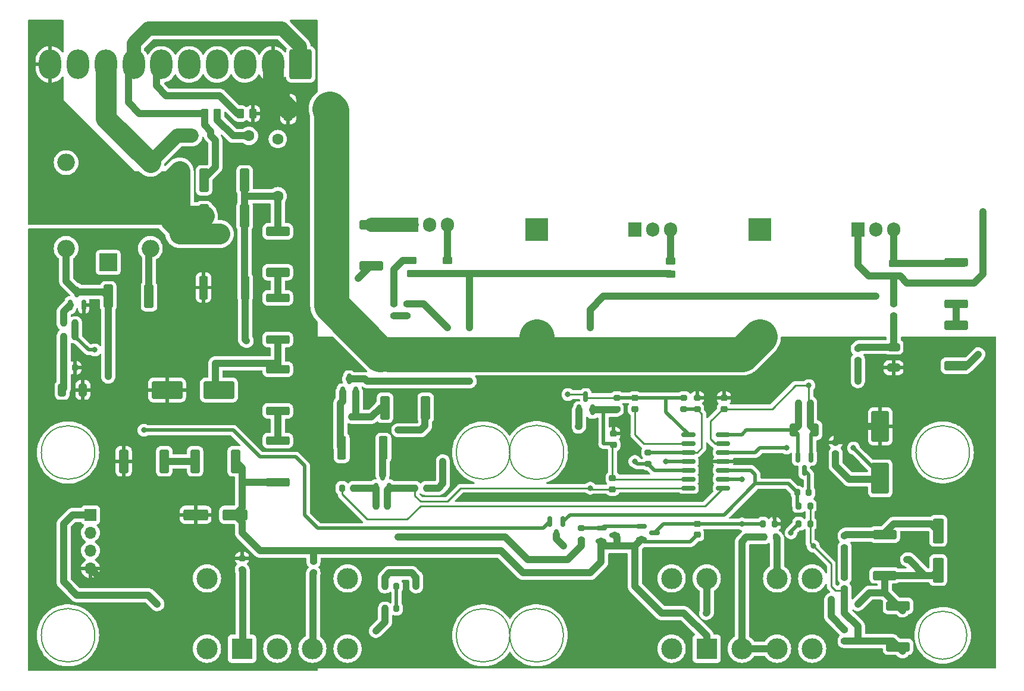
<source format=gbr>
%TF.GenerationSoftware,KiCad,Pcbnew,7.0.5*%
%TF.CreationDate,2023-12-08T14:16:09+03:00*%
%TF.ProjectId,wireFeeding,77697265-4665-4656-9469-6e672e6b6963,rev?*%
%TF.SameCoordinates,Original*%
%TF.FileFunction,Copper,L1,Top*%
%TF.FilePolarity,Positive*%
%FSLAX46Y46*%
G04 Gerber Fmt 4.6, Leading zero omitted, Abs format (unit mm)*
G04 Created by KiCad (PCBNEW 7.0.5) date 2023-12-08 14:16:09*
%MOMM*%
%LPD*%
G01*
G04 APERTURE LIST*
G04 Aperture macros list*
%AMRoundRect*
0 Rectangle with rounded corners*
0 $1 Rounding radius*
0 $2 $3 $4 $5 $6 $7 $8 $9 X,Y pos of 4 corners*
0 Add a 4 corners polygon primitive as box body*
4,1,4,$2,$3,$4,$5,$6,$7,$8,$9,$2,$3,0*
0 Add four circle primitives for the rounded corners*
1,1,$1+$1,$2,$3*
1,1,$1+$1,$4,$5*
1,1,$1+$1,$6,$7*
1,1,$1+$1,$8,$9*
0 Add four rect primitives between the rounded corners*
20,1,$1+$1,$2,$3,$4,$5,0*
20,1,$1+$1,$4,$5,$6,$7,0*
20,1,$1+$1,$6,$7,$8,$9,0*
20,1,$1+$1,$8,$9,$2,$3,0*%
G04 Aperture macros list end*
%TA.AperFunction,NonConductor*%
%ADD10C,0.200000*%
%TD*%
%TA.AperFunction,ComponentPad*%
%ADD11R,1.700000X1.700000*%
%TD*%
%TA.AperFunction,ComponentPad*%
%ADD12O,1.700000X1.700000*%
%TD*%
%TA.AperFunction,ComponentPad*%
%ADD13RoundRect,0.250000X1.330000X1.850000X-1.330000X1.850000X-1.330000X-1.850000X1.330000X-1.850000X0*%
%TD*%
%TA.AperFunction,ComponentPad*%
%ADD14O,3.160000X4.200000*%
%TD*%
%TA.AperFunction,SMDPad,CuDef*%
%ADD15RoundRect,0.150000X-0.825000X-0.150000X0.825000X-0.150000X0.825000X0.150000X-0.825000X0.150000X0*%
%TD*%
%TA.AperFunction,SMDPad,CuDef*%
%ADD16RoundRect,0.200000X0.200000X0.275000X-0.200000X0.275000X-0.200000X-0.275000X0.200000X-0.275000X0*%
%TD*%
%TA.AperFunction,SMDPad,CuDef*%
%ADD17RoundRect,0.250000X1.950000X1.000000X-1.950000X1.000000X-1.950000X-1.000000X1.950000X-1.000000X0*%
%TD*%
%TA.AperFunction,SMDPad,CuDef*%
%ADD18RoundRect,0.250000X-0.362500X-1.425000X0.362500X-1.425000X0.362500X1.425000X-0.362500X1.425000X0*%
%TD*%
%TA.AperFunction,SMDPad,CuDef*%
%ADD19RoundRect,0.250000X-1.425000X0.425000X-1.425000X-0.425000X1.425000X-0.425000X1.425000X0.425000X0*%
%TD*%
%TA.AperFunction,ComponentPad*%
%ADD20R,1.905000X2.000000*%
%TD*%
%TA.AperFunction,ComponentPad*%
%ADD21O,1.905000X2.000000*%
%TD*%
%TA.AperFunction,SMDPad,CuDef*%
%ADD22RoundRect,0.250000X-0.450000X0.262500X-0.450000X-0.262500X0.450000X-0.262500X0.450000X0.262500X0*%
%TD*%
%TA.AperFunction,SMDPad,CuDef*%
%ADD23RoundRect,0.200000X-0.200000X-0.275000X0.200000X-0.275000X0.200000X0.275000X-0.200000X0.275000X0*%
%TD*%
%TA.AperFunction,SMDPad,CuDef*%
%ADD24RoundRect,0.200000X-0.275000X0.200000X-0.275000X-0.200000X0.275000X-0.200000X0.275000X0.200000X0*%
%TD*%
%TA.AperFunction,SMDPad,CuDef*%
%ADD25RoundRect,0.250000X-1.425000X0.362500X-1.425000X-0.362500X1.425000X-0.362500X1.425000X0.362500X0*%
%TD*%
%TA.AperFunction,SMDPad,CuDef*%
%ADD26RoundRect,0.150000X0.150000X-0.587500X0.150000X0.587500X-0.150000X0.587500X-0.150000X-0.587500X0*%
%TD*%
%TA.AperFunction,SMDPad,CuDef*%
%ADD27RoundRect,0.150000X-0.587500X-0.150000X0.587500X-0.150000X0.587500X0.150000X-0.587500X0.150000X0*%
%TD*%
%TA.AperFunction,ComponentPad*%
%ADD28C,3.000000*%
%TD*%
%TA.AperFunction,ComponentPad*%
%ADD29R,3.000000X3.000000*%
%TD*%
%TA.AperFunction,SMDPad,CuDef*%
%ADD30RoundRect,0.250000X1.500000X0.550000X-1.500000X0.550000X-1.500000X-0.550000X1.500000X-0.550000X0*%
%TD*%
%TA.AperFunction,ComponentPad*%
%ADD31C,1.600000*%
%TD*%
%TA.AperFunction,SMDPad,CuDef*%
%ADD32RoundRect,0.225000X-0.250000X0.225000X-0.250000X-0.225000X0.250000X-0.225000X0.250000X0.225000X0*%
%TD*%
%TA.AperFunction,ComponentPad*%
%ADD33R,3.200000X3.200000*%
%TD*%
%TA.AperFunction,ComponentPad*%
%ADD34O,3.200000X3.200000*%
%TD*%
%TA.AperFunction,SMDPad,CuDef*%
%ADD35RoundRect,0.250000X-0.262500X-0.450000X0.262500X-0.450000X0.262500X0.450000X-0.262500X0.450000X0*%
%TD*%
%TA.AperFunction,SMDPad,CuDef*%
%ADD36RoundRect,0.200000X0.275000X-0.200000X0.275000X0.200000X-0.275000X0.200000X-0.275000X-0.200000X0*%
%TD*%
%TA.AperFunction,SMDPad,CuDef*%
%ADD37RoundRect,0.250000X-0.425000X-1.425000X0.425000X-1.425000X0.425000X1.425000X-0.425000X1.425000X0*%
%TD*%
%TA.AperFunction,SMDPad,CuDef*%
%ADD38RoundRect,0.250000X0.425000X1.425000X-0.425000X1.425000X-0.425000X-1.425000X0.425000X-1.425000X0*%
%TD*%
%TA.AperFunction,SMDPad,CuDef*%
%ADD39RoundRect,0.250000X1.000000X-1.950000X1.000000X1.950000X-1.000000X1.950000X-1.000000X-1.950000X0*%
%TD*%
%TA.AperFunction,SMDPad,CuDef*%
%ADD40RoundRect,0.250000X0.325000X0.650000X-0.325000X0.650000X-0.325000X-0.650000X0.325000X-0.650000X0*%
%TD*%
%TA.AperFunction,SMDPad,CuDef*%
%ADD41RoundRect,0.250000X-0.325000X-0.650000X0.325000X-0.650000X0.325000X0.650000X-0.325000X0.650000X0*%
%TD*%
%TA.AperFunction,SMDPad,CuDef*%
%ADD42RoundRect,0.150000X-0.150000X0.587500X-0.150000X-0.587500X0.150000X-0.587500X0.150000X0.587500X0*%
%TD*%
%TA.AperFunction,ComponentPad*%
%ADD43R,2.500000X2.500000*%
%TD*%
%TA.AperFunction,ComponentPad*%
%ADD44O,2.500000X2.500000*%
%TD*%
%TA.AperFunction,SMDPad,CuDef*%
%ADD45RoundRect,0.250000X0.550000X-1.500000X0.550000X1.500000X-0.550000X1.500000X-0.550000X-1.500000X0*%
%TD*%
%TA.AperFunction,SMDPad,CuDef*%
%ADD46RoundRect,0.250000X1.425000X-0.425000X1.425000X0.425000X-1.425000X0.425000X-1.425000X-0.425000X0*%
%TD*%
%TA.AperFunction,SMDPad,CuDef*%
%ADD47RoundRect,0.250000X-0.650000X0.325000X-0.650000X-0.325000X0.650000X-0.325000X0.650000X0.325000X0*%
%TD*%
%TA.AperFunction,ViaPad*%
%ADD48C,0.800000*%
%TD*%
%TA.AperFunction,Conductor*%
%ADD49C,2.000000*%
%TD*%
%TA.AperFunction,Conductor*%
%ADD50C,1.000000*%
%TD*%
%TA.AperFunction,Conductor*%
%ADD51C,3.000000*%
%TD*%
%TA.AperFunction,Conductor*%
%ADD52C,0.500000*%
%TD*%
%TA.AperFunction,Conductor*%
%ADD53C,0.250000*%
%TD*%
%TA.AperFunction,Conductor*%
%ADD54C,5.000000*%
%TD*%
G04 APERTURE END LIST*
D10*
X186055000Y-87630000D02*
G75*
G03*
X186055000Y-87630000I-3810000J0D01*
G01*
X185664580Y-113665000D02*
G75*
G03*
X185664580Y-113665000I-3419580J0D01*
G01*
X61595000Y-113665000D02*
G75*
G03*
X61595000Y-113665000I-3810000J0D01*
G01*
X120650000Y-87630000D02*
G75*
G03*
X120650000Y-87630000I-3810000J0D01*
G01*
X120640000Y-113675000D02*
G75*
G03*
X120640000Y-113675000I-3800000J0D01*
G01*
X128322554Y-87630000D02*
G75*
G03*
X128322554Y-87630000I-3862554J0D01*
G01*
X61595000Y-87640000D02*
G75*
G03*
X61595000Y-87640000I-3810000J0D01*
G01*
X128270000Y-113665000D02*
G75*
G03*
X128270000Y-113665000I-3810000J0D01*
G01*
D11*
%TO.P,J2,1,Pin_1*%
%TO.N,Net-(J2-Pin_1)*%
X60960000Y-96520000D03*
D12*
%TO.P,J2,2,Pin_2*%
%TO.N,Net-(J1-Pin_9)*%
X60960000Y-99060000D03*
%TO.P,J2,3,Pin_3*%
%TO.N,Net-(D15-A)*%
X60960000Y-101600000D03*
%TO.P,J2,4,Pin_4*%
%TO.N,GND1*%
X60960000Y-104140000D03*
%TD*%
D13*
%TO.P,J1,1,Pin_1*%
%TO.N,Net-(D1-K)*%
X90885000Y-32395000D03*
D14*
%TO.P,J1,2,Pin_2*%
%TO.N,GND1*%
X86925000Y-32395000D03*
%TO.P,J1,3,Pin_3*%
%TO.N,Net-(J1-Pin_3)*%
X82965000Y-32395000D03*
%TO.P,J1,4,Pin_4*%
%TO.N,unconnected-(J1-Pin_4-Pad4)*%
X79005000Y-32395000D03*
%TO.P,J1,5,Pin_5*%
%TO.N,unconnected-(J1-Pin_5-Pad5)*%
X75045000Y-32395000D03*
%TO.P,J1,6,Pin_6*%
%TO.N,Net-(J1-Pin_6)*%
X71085000Y-32395000D03*
%TO.P,J1,7,Pin_7*%
%TO.N,Net-(D1-K)*%
X67125000Y-32395000D03*
%TO.P,J1,8,Pin_8*%
%TO.N,Net-(J1-Pin_8)*%
X63165000Y-32395000D03*
%TO.P,J1,9,Pin_9*%
%TO.N,Net-(J1-Pin_9)*%
X59205000Y-32395000D03*
%TO.P,J1,10,Pin_10*%
%TO.N,Net-(D2-K)*%
X55245000Y-32395000D03*
%TD*%
D15*
%TO.P,U2,1*%
%TO.N,Net-(D12-A)*%
X146050000Y-85090000D03*
%TO.P,U2,2,-*%
%TO.N,Net-(U2A--)*%
X146050000Y-86360000D03*
%TO.P,U2,3,+*%
%TO.N,Net-(U2A-+)*%
X146050000Y-87630000D03*
%TO.P,U2,4,V+*%
%TO.N,Net-(D7-A)*%
X146050000Y-88900000D03*
%TO.P,U2,5,+*%
%TO.N,Net-(U2B-+)*%
X146050000Y-90170000D03*
%TO.P,U2,6,-*%
%TO.N,Net-(U2B--)*%
X146050000Y-91440000D03*
%TO.P,U2,7*%
%TO.N,Net-(DZ2-K)*%
X146050000Y-92710000D03*
%TO.P,U2,8*%
%TO.N,Net-(R24-Pad1)*%
X151000000Y-92710000D03*
%TO.P,U2,9,-*%
%TO.N,Net-(T1-E)*%
X151000000Y-91440000D03*
%TO.P,U2,10,+*%
%TO.N,Net-(U2C-+)*%
X151000000Y-90170000D03*
%TO.P,U2,11,V-*%
%TO.N,GND1*%
X151000000Y-88900000D03*
%TO.P,U2,12,+*%
%TO.N,Net-(J2-Pin_1)*%
X151000000Y-87630000D03*
%TO.P,U2,13,-*%
%TO.N,Net-(U2D--)*%
X151000000Y-86360000D03*
%TO.P,U2,14*%
%TO.N,Net-(C7-Pad2)*%
X151000000Y-85090000D03*
%TD*%
D16*
%TO.P,R25,1*%
%TO.N,Net-(DZ2-K)*%
X103250000Y-95260000D03*
%TO.P,R25,2*%
%TO.N,Net-(T3-C)*%
X101600000Y-95260000D03*
%TD*%
D17*
%TO.P,C8,1*%
%TO.N,Net-(D15-K)*%
X79265000Y-78750000D03*
%TO.P,C8,2*%
%TO.N,GND1*%
X71865000Y-78750000D03*
%TD*%
D18*
%TO.P,R23,1*%
%TO.N,Net-(T2-C)*%
X96732500Y-87005000D03*
%TO.P,R23,2*%
%TO.N,Net-(T3-E)*%
X102657500Y-87005000D03*
%TD*%
D19*
%TO.P,D7,1,K*%
%TO.N,Net-(D6-A)*%
X175895000Y-109495000D03*
%TO.P,D7,2,A*%
%TO.N,Net-(D7-A)*%
X175895000Y-115295000D03*
%TD*%
D20*
%TO.P,SCR2,1,K*%
%TO.N,Net-(J1-Pin_3)*%
X138430000Y-55880000D03*
D21*
%TO.P,SCR2,2,A*%
%TO.N,Net-(D2-K)*%
X140970000Y-55880000D03*
%TO.P,SCR2,3,G*%
%TO.N,Net-(SCR2-G)*%
X143510000Y-55880000D03*
%TD*%
D22*
%TO.P,R27,1*%
%TO.N,Net-(SCR3-G)*%
X175260000Y-60692500D03*
%TO.P,R27,2*%
%TO.N,GND1*%
X175260000Y-62517500D03*
%TD*%
D23*
%TO.P,R31,1*%
%TO.N,Net-(T4-C)*%
X57150000Y-69225000D03*
%TO.P,R31,2*%
%TO.N,Net-(D14-K-Pad2)*%
X58800000Y-69225000D03*
%TD*%
D24*
%TO.P,R45,1*%
%TO.N,Net-(U2D--)*%
X106045000Y-66495000D03*
%TO.P,R45,2*%
%TO.N,Net-(R35-Pad2)*%
X106045000Y-68145000D03*
%TD*%
D25*
%TO.P,R2A1,1*%
%TO.N,Net-(R2A1-Pad1)*%
X87630000Y-85937500D03*
%TO.P,R2A1,2*%
%TO.N,Net-(D9-A)*%
X87630000Y-91862500D03*
%TD*%
D24*
%TO.P,R34,1*%
%TO.N,GND1*%
X175260000Y-66495000D03*
%TO.P,R34,2*%
%TO.N,Net-(C3-Pad1)*%
X175260000Y-68145000D03*
%TD*%
D26*
%TO.P,T4,1,C*%
%TO.N,Net-(T4-C)*%
X58105000Y-66655000D03*
%TO.P,T4,2,B*%
%TO.N,GND1*%
X60005000Y-66655000D03*
%TO.P,T4,3,E*%
%TO.N,Net-(D15-A)*%
X59055000Y-64780000D03*
%TD*%
D23*
%TO.P,R42,1*%
%TO.N,Net-(C11-Pad1)*%
X57150000Y-75575000D03*
%TO.P,R42,2*%
%TO.N,GND1*%
X58800000Y-75575000D03*
%TD*%
D27*
%TO.P,T1,1,C*%
%TO.N,Net-(T1-C)*%
X139397500Y-98120000D03*
%TO.P,T1,2,B*%
%TO.N,Net-(D9-A)*%
X139397500Y-100020000D03*
%TO.P,T1,3,E*%
%TO.N,Net-(T1-E)*%
X141272500Y-99070000D03*
%TD*%
D22*
%TO.P,R19,1*%
%TO.N,Net-(R19-Pad1)*%
X106680000Y-60325000D03*
%TO.P,R19,2*%
%TO.N,Net-(T2-E)*%
X106680000Y-62150000D03*
%TD*%
D24*
%TO.P,R7,1*%
%TO.N,GND1*%
X147320000Y-79830000D03*
%TO.P,R7,2*%
%TO.N,Net-(U2A-+)*%
X147320000Y-81480000D03*
%TD*%
D28*
%TO.P,RV1,*%
%TO.N,*%
X77550000Y-115580000D03*
X97550000Y-115580000D03*
X77550000Y-105580000D03*
X97550000Y-105580000D03*
D29*
%TO.P,RV1,1,1*%
%TO.N,Net-(R4-Pad2)*%
X82550000Y-115580000D03*
D28*
%TO.P,RV1,2,2*%
%TO.N,Net-(R3-Pad1)*%
X87550000Y-115580000D03*
%TO.P,RV1,3,3*%
%TO.N,Net-(R44-Pad2)*%
X92550000Y-115580000D03*
%TD*%
D24*
%TO.P,R35,1*%
%TO.N,Net-(R19-Pad1)*%
X104140000Y-66495000D03*
%TO.P,R35,2*%
%TO.N,Net-(R35-Pad2)*%
X104140000Y-68145000D03*
%TD*%
D30*
%TO.P,C1,1*%
%TO.N,Net-(D9-A)*%
X81540000Y-96520000D03*
%TO.P,C1,2*%
%TO.N,GND1*%
X75940000Y-96520000D03*
%TD*%
D31*
%TO.P,C12,1*%
%TO.N,Net-(J1-Pin_3)*%
X87630000Y-43016000D03*
%TO.P,C12,2*%
%TO.N,Net-(D11-K)*%
X87630000Y-51144000D03*
%TD*%
D24*
%TO.P,R5,1*%
%TO.N,Net-(D12-A)*%
X135890000Y-79830000D03*
%TO.P,R5,2*%
%TO.N,Net-(U2B--)*%
X135890000Y-81480000D03*
%TD*%
D32*
%TO.P,C5,1*%
%TO.N,GND1*%
X151130000Y-79880000D03*
%TO.P,C5,2*%
%TO.N,Net-(U2D--)*%
X151130000Y-81430000D03*
%TD*%
D33*
%TO.P,D2,1,K*%
%TO.N,Net-(D2-K)*%
X156210000Y-55880000D03*
D34*
%TO.P,D2,2,A*%
%TO.N,Net-(D1-A)*%
X156210000Y-71120000D03*
%TD*%
D32*
%TO.P,C10,1*%
%TO.N,GND1*%
X135395000Y-84960000D03*
%TO.P,C10,2*%
%TO.N,Net-(U2B--)*%
X135395000Y-86510000D03*
%TD*%
D35*
%TO.P,R16,1*%
%TO.N,Net-(D1-K)*%
X77192500Y-39380000D03*
%TO.P,R16,2*%
%TO.N,Net-(C6-Pad2)*%
X79017500Y-39380000D03*
%TD*%
D22*
%TO.P,R21,1*%
%TO.N,Net-(SCR2-G)*%
X143510000Y-60415000D03*
%TO.P,R21,2*%
%TO.N,Net-(T2-E)*%
X143510000Y-62240000D03*
%TD*%
D24*
%TO.P,R33,1*%
%TO.N,Net-(D12-A)*%
X145415000Y-79830000D03*
%TO.P,R33,2*%
%TO.N,Net-(U2A-+)*%
X145415000Y-81480000D03*
%TD*%
D18*
%TO.P,R0,1*%
%TO.N,GND1*%
X89112500Y-38745000D03*
%TO.P,R0,2*%
%TO.N,Net-(D1-A)*%
X95037500Y-38745000D03*
%TD*%
D36*
%TO.P,R40,1*%
%TO.N,Net-(D7-A)*%
X168275000Y-114500000D03*
%TO.P,R40,2*%
%TO.N,Net-(J2-Pin_1)*%
X168275000Y-112850000D03*
%TD*%
D37*
%TO.P,D3,1,K*%
%TO.N,Net-(D1-K)*%
X77110000Y-48905000D03*
%TO.P,D3,2,A*%
%TO.N,Net-(D11-K)*%
X82910000Y-48905000D03*
%TD*%
D25*
%TO.P,R1,1*%
%TO.N,Net-(D11-A)*%
X87630000Y-65617500D03*
%TO.P,R1,2*%
%TO.N,Net-(D15-K)*%
X87630000Y-71542500D03*
%TD*%
D16*
%TO.P,R10,1*%
%TO.N,Net-(U2D--)*%
X108775000Y-92720000D03*
%TO.P,R10,2*%
%TO.N,Net-(DZ2-K)*%
X107125000Y-92720000D03*
%TD*%
D24*
%TO.P,R44,1*%
%TO.N,Net-(D9-A)*%
X92710000Y-103135000D03*
%TO.P,R44,2*%
%TO.N,Net-(R44-Pad2)*%
X92710000Y-104785000D03*
%TD*%
D38*
%TO.P,D4,1,K*%
%TO.N,Net-(D11-K)*%
X108670000Y-81280000D03*
%TO.P,D4,2,A*%
%TO.N,Net-(D4-A)*%
X102870000Y-81280000D03*
%TD*%
D31*
%TO.P,C6,1*%
%TO.N,Net-(J1-Pin_8)*%
X75391000Y-42555000D03*
%TO.P,C6,2*%
%TO.N,Net-(C6-Pad2)*%
X83519000Y-42555000D03*
%TD*%
D23*
%TO.P,R9,1*%
%TO.N,Net-(U2B-+)*%
X161735000Y-97800000D03*
%TO.P,R9,2*%
%TO.N,Net-(D7-A)*%
X163385000Y-97800000D03*
%TD*%
D33*
%TO.P,D1,1,K*%
%TO.N,Net-(D1-K)*%
X124460000Y-55880000D03*
D34*
%TO.P,D1,2,A*%
%TO.N,Net-(D1-A)*%
X124460000Y-71120000D03*
%TD*%
D22*
%TO.P,R20,1*%
%TO.N,Net-(SCR1-G)*%
X111760000Y-60325000D03*
%TO.P,R20,2*%
%TO.N,Net-(T2-E)*%
X111760000Y-62150000D03*
%TD*%
D26*
%TO.P,D12,1,K*%
%TO.N,Net-(J2-Pin_1)*%
X130495000Y-81592500D03*
%TO.P,D12,2,K*%
%TO.N,Net-(U2B--)*%
X132395000Y-81592500D03*
%TO.P,D12,3,A*%
%TO.N,Net-(D12-A)*%
X131445000Y-79717500D03*
%TD*%
D39*
%TO.P,C2,1*%
%TO.N,Net-(J2-Pin_1)*%
X173355000Y-91330000D03*
%TO.P,C2,2*%
%TO.N,GND1*%
X173355000Y-83930000D03*
%TD*%
D26*
%TO.P,T3,1,C*%
%TO.N,Net-(T3-C)*%
X101600000Y-92720000D03*
%TO.P,T3,2,B*%
%TO.N,Net-(DZ2-K)*%
X103500000Y-92720000D03*
%TO.P,T3,3,E*%
%TO.N,Net-(T3-E)*%
X102550000Y-90845000D03*
%TD*%
D37*
%TO.P,D5,1,K*%
%TO.N,Net-(D2-K)*%
X77110000Y-53985000D03*
%TO.P,D5,2,A*%
%TO.N,Net-(D11-K)*%
X82910000Y-53985000D03*
%TD*%
D28*
%TO.P,RV2,*%
%TO.N,*%
X143670000Y-115580000D03*
X163670000Y-115580000D03*
X143670000Y-105580000D03*
X163670000Y-105580000D03*
D29*
%TO.P,RV2,1,1*%
%TO.N,Net-(D9-A)*%
X148670000Y-115580000D03*
D28*
%TO.P,RV2,2,2*%
%TO.N,Net-(R30-Pad2)*%
X153670000Y-115580000D03*
%TO.P,RV2,3,3*%
X158670000Y-115580000D03*
%TO.P,RV2,4,4*%
%TO.N,Net-(D6-A)*%
X148670000Y-105580000D03*
%TO.P,RV2,5,5*%
%TO.N,Net-(R30-Pad1)*%
X158670000Y-105580000D03*
%TD*%
D25*
%TO.P,R2B1,1*%
%TO.N,Net-(D15-K)*%
X87630000Y-75777500D03*
%TO.P,R2B1,2*%
%TO.N,Net-(R2A1-Pad1)*%
X87630000Y-81702500D03*
%TD*%
D36*
%TO.P,R28,1*%
%TO.N,Net-(D7-A)*%
X168275000Y-107070000D03*
%TO.P,R28,2*%
%TO.N,Net-(J1-Pin_9)*%
X168275000Y-105420000D03*
%TD*%
D40*
%TO.P,C7,1*%
%TO.N,Net-(U2D--)*%
X164035000Y-84465000D03*
%TO.P,C7,2*%
%TO.N,Net-(C7-Pad2)*%
X161085000Y-84465000D03*
%TD*%
D27*
%TO.P,D9,1,K*%
%TO.N,Net-(T1-C)*%
X133682500Y-98435000D03*
%TO.P,D9,2,K*%
%TO.N,Net-(D9-A)*%
X133654800Y-100299400D03*
%TO.P,D9,3,A*%
X135534400Y-99385000D03*
%TD*%
D41*
%TO.P,C11,1*%
%TO.N,Net-(C11-Pad1)*%
X56945000Y-78740000D03*
%TO.P,C11,2*%
%TO.N,GND1*%
X59895000Y-78740000D03*
%TD*%
D24*
%TO.P,R6,1*%
%TO.N,Net-(C3-Pad1)*%
X170180000Y-72845000D03*
%TO.P,R6,2*%
%TO.N,Net-(D6-A)*%
X170180000Y-74495000D03*
%TD*%
D23*
%TO.P,R13,1*%
%TO.N,Net-(C7-Pad2)*%
X161735000Y-80645000D03*
%TO.P,R13,2*%
%TO.N,Net-(U2D--)*%
X163385000Y-80645000D03*
%TD*%
D32*
%TO.P,C14,1*%
%TO.N,Net-(U2B--)*%
X135255000Y-91310000D03*
%TO.P,C14,2*%
%TO.N,Net-(DZ2-K)*%
X135255000Y-92860000D03*
%TD*%
D20*
%TO.P,SCR3,1,K*%
%TO.N,GND1*%
X170180000Y-55880000D03*
D21*
%TO.P,SCR3,2,A*%
%TO.N,Net-(J1-Pin_3)*%
X172720000Y-55880000D03*
%TO.P,SCR3,3,G*%
%TO.N,Net-(SCR3-G)*%
X175260000Y-55880000D03*
%TD*%
D23*
%TO.P,R24,1*%
%TO.N,Net-(R24-Pad1)*%
X96775000Y-92720000D03*
%TO.P,R24,2*%
%TO.N,Net-(T3-C)*%
X98425000Y-92720000D03*
%TD*%
%TO.P,R32,1*%
%TO.N,Net-(C11-Pad1)*%
X57150000Y-71120000D03*
%TO.P,R32,2*%
%TO.N,Net-(D14-K-Pad2)*%
X58800000Y-71120000D03*
%TD*%
D24*
%TO.P,R41,1*%
%TO.N,GND1*%
X167005000Y-86180000D03*
%TO.P,R41,2*%
%TO.N,Net-(J2-Pin_1)*%
X167005000Y-87830000D03*
%TD*%
D42*
%TO.P,D16,1,K*%
%TO.N,Net-(U2D--)*%
X163510000Y-88305000D03*
%TO.P,D16,2,K*%
%TO.N,Net-(C7-Pad2)*%
X161610000Y-88305000D03*
%TO.P,D16,3,A*%
%TO.N,Net-(D16-A)*%
X162560000Y-90180000D03*
%TD*%
D43*
%TO.P,K1,1*%
%TO.N,Net-(D1-K)*%
X63500000Y-60565000D03*
D44*
%TO.P,K1,2*%
%TO.N,Net-(D15-K)*%
X69500000Y-58565000D03*
%TO.P,K1,3*%
%TO.N,Net-(J1-Pin_8)*%
X69500000Y-46365000D03*
%TO.P,K1,4*%
%TO.N,unconnected-(K1-Pad4)*%
X57500000Y-46365000D03*
%TO.P,K1,5*%
%TO.N,Net-(D15-A)*%
X57500000Y-58565000D03*
%TD*%
D26*
%TO.P,T2,1,C*%
%TO.N,Net-(T2-C)*%
X96840000Y-79052500D03*
%TO.P,T2,2,B*%
%TO.N,Net-(D4-A)*%
X98740000Y-79052500D03*
%TO.P,T2,3,E*%
%TO.N,Net-(T2-E)*%
X97790000Y-77177500D03*
%TD*%
D38*
%TO.P,DZ3,1,K*%
%TO.N,Net-(D9-A)*%
X81640000Y-88900000D03*
%TO.P,DZ3,2,A*%
%TO.N,Net-(DZ1-K)*%
X75840000Y-88900000D03*
%TD*%
%TO.P,D15,1,K*%
%TO.N,Net-(D15-K)*%
X69300000Y-65415000D03*
%TO.P,D15,2,A*%
%TO.N,Net-(D15-A)*%
X63500000Y-65415000D03*
%TD*%
D23*
%TO.P,R43,1*%
%TO.N,Net-(J2-Pin_1)*%
X102870000Y-106690000D03*
%TO.P,R43,2*%
%TO.N,Net-(R3-Pad2)*%
X104520000Y-106690000D03*
%TD*%
D24*
%TO.P,R4,1*%
%TO.N,GND1*%
X82550000Y-102690000D03*
%TO.P,R4,2*%
%TO.N,Net-(R4-Pad2)*%
X82550000Y-104340000D03*
%TD*%
%TO.P,R18,1*%
%TO.N,Net-(T1-C)*%
X130810000Y-98435000D03*
%TO.P,R18,2*%
%TO.N,Net-(D11-K)*%
X130810000Y-100085000D03*
%TD*%
D19*
%TO.P,D11,1,K*%
%TO.N,Net-(D11-K)*%
X87630000Y-56165000D03*
%TO.P,D11,2,A*%
%TO.N,Net-(D11-A)*%
X87630000Y-61965000D03*
%TD*%
D24*
%TO.P,R8,1*%
%TO.N,Net-(U2A-+)*%
X140335000Y-87640000D03*
%TO.P,R8,2*%
%TO.N,Net-(U2B-+)*%
X140335000Y-89290000D03*
%TD*%
D45*
%TO.P,C13,1*%
%TO.N,Net-(D6-A)*%
X181610000Y-104400000D03*
%TO.P,C13,2*%
%TO.N,Net-(D6-K)*%
X181610000Y-98800000D03*
%TD*%
D32*
%TO.P,C9,1*%
%TO.N,Net-(T1-E)*%
X147320000Y-97800000D03*
%TO.P,C9,2*%
%TO.N,Net-(D9-A)*%
X147320000Y-99350000D03*
%TD*%
D19*
%TO.P,D6,1,K*%
%TO.N,Net-(D6-K)*%
X173990000Y-99335000D03*
%TO.P,D6,2,A*%
%TO.N,Net-(D6-A)*%
X173990000Y-105135000D03*
%TD*%
D25*
%TO.P,R26,1*%
%TO.N,Net-(SCR3-G)*%
X184150000Y-60537500D03*
%TO.P,R26,2*%
%TO.N,Net-(DZ2-A)*%
X184150000Y-66462500D03*
%TD*%
D23*
%TO.P,R11,1*%
%TO.N,Net-(U2C-+)*%
X161735000Y-95260000D03*
%TO.P,R11,2*%
%TO.N,Net-(D7-A)*%
X163385000Y-95260000D03*
%TD*%
D20*
%TO.P,SCR1,1,K*%
%TO.N,Net-(D10-A)*%
X106680000Y-55245000D03*
D21*
%TO.P,SCR1,2,A*%
%TO.N,Net-(D1-K)*%
X109220000Y-55245000D03*
%TO.P,SCR1,3,G*%
%TO.N,Net-(SCR1-G)*%
X111760000Y-55245000D03*
%TD*%
D23*
%TO.P,R14,1*%
%TO.N,Net-(T1-E)*%
X156655000Y-97800000D03*
%TO.P,R14,2*%
%TO.N,GND1*%
X158305000Y-97800000D03*
%TD*%
D36*
%TO.P,R29,1*%
%TO.N,Net-(J1-Pin_9)*%
X168275000Y-101165000D03*
%TO.P,R29,2*%
%TO.N,Net-(D6-K)*%
X168275000Y-99515000D03*
%TD*%
D46*
%TO.P,DZ2,1,K*%
%TO.N,Net-(DZ2-K)*%
X184150000Y-75290000D03*
%TO.P,DZ2,2,A*%
%TO.N,Net-(DZ2-A)*%
X184150000Y-69490000D03*
%TD*%
D35*
%TO.P,R15,1*%
%TO.N,Net-(J1-Pin_6)*%
X82272500Y-39380000D03*
%TO.P,R15,2*%
%TO.N,GND1*%
X84097500Y-39380000D03*
%TD*%
D23*
%TO.P,R3,1*%
%TO.N,Net-(R3-Pad1)*%
X102870000Y-109865000D03*
%TO.P,R3,2*%
%TO.N,Net-(R3-Pad2)*%
X104520000Y-109865000D03*
%TD*%
D32*
%TO.P,C4,1*%
%TO.N,Net-(D12-A)*%
X138430000Y-79880000D03*
%TO.P,C4,2*%
%TO.N,Net-(U2A--)*%
X138430000Y-81430000D03*
%TD*%
D16*
%TO.P,R30,1*%
%TO.N,Net-(R30-Pad1)*%
X158495000Y-99705000D03*
%TO.P,R30,2*%
%TO.N,Net-(R30-Pad2)*%
X156845000Y-99705000D03*
%TD*%
D23*
%TO.P,R12,1*%
%TO.N,Net-(U2C-+)*%
X161545000Y-93355000D03*
%TO.P,R12,2*%
%TO.N,Net-(D16-A)*%
X163195000Y-93355000D03*
%TD*%
D47*
%TO.P,C3,1*%
%TO.N,Net-(C3-Pad1)*%
X175260000Y-72625000D03*
%TO.P,C3,2*%
%TO.N,GND1*%
X175260000Y-75575000D03*
%TD*%
D18*
%TO.P,R17,1*%
%TO.N,GND1*%
X77047500Y-64155000D03*
%TO.P,R17,2*%
%TO.N,Net-(D11-K)*%
X82972500Y-64155000D03*
%TD*%
D42*
%TO.P,D14,1,K*%
%TO.N,Net-(U2C-+)*%
X128204000Y-97497500D03*
%TO.P,D14,2,K*%
%TO.N,Net-(D14-K-Pad2)*%
X126304000Y-97497500D03*
%TO.P,D14,3,A*%
%TO.N,Net-(D12-A)*%
X127254000Y-99372500D03*
%TD*%
D38*
%TO.P,DZ1,1,K*%
%TO.N,Net-(DZ1-K)*%
X71480000Y-88900000D03*
%TO.P,DZ1,2,A*%
%TO.N,GND1*%
X65680000Y-88900000D03*
%TD*%
D23*
%TO.P,R22,1*%
%TO.N,Net-(T2-C)*%
X96520000Y-82560000D03*
%TO.P,R22,2*%
%TO.N,Net-(D4-A)*%
X98170000Y-82560000D03*
%TD*%
D46*
%TO.P,D10,1,K*%
%TO.N,GND1*%
X100965000Y-61055000D03*
%TO.P,D10,2,A*%
%TO.N,Net-(D10-A)*%
X100965000Y-55255000D03*
%TD*%
D48*
%TO.N,GND1*%
X185420000Y-108595000D03*
X114935000Y-104785000D03*
X69215000Y-97800000D03*
X116840000Y-104785000D03*
X132080000Y-116850000D03*
X92710000Y-93355000D03*
X175895000Y-87640000D03*
X185420000Y-106690000D03*
X91440000Y-80020000D03*
X186055000Y-81290000D03*
X92710000Y-78750000D03*
X88265000Y-36840000D03*
X107315000Y-116850000D03*
X187960000Y-53350000D03*
X113030000Y-104785000D03*
X69215000Y-105420000D03*
X118745000Y-104785000D03*
X55245000Y-106055000D03*
X88265000Y-35570000D03*
X111125000Y-104785000D03*
X187960000Y-55255000D03*
X92710000Y-80655000D03*
X87630000Y-104150000D03*
X86995000Y-36840000D03*
X91440000Y-61605000D03*
X90170000Y-60335000D03*
X104140000Y-116850000D03*
X92710000Y-91450000D03*
X92710000Y-89545000D03*
X66675000Y-105420000D03*
X91440000Y-59700000D03*
X69215000Y-101610000D03*
X55245000Y-108595000D03*
X99060000Y-62875000D03*
X135890000Y-116850000D03*
X92710000Y-76845000D03*
X158115000Y-94625000D03*
X86995000Y-35570000D03*
X183515000Y-81290000D03*
X158115000Y-88910000D03*
X91440000Y-78115000D03*
%TO.N,Net-(D12-A)*%
X128270000Y-100975000D03*
X128905000Y-79385000D03*
%TO.N,Net-(D15-A)*%
X63500000Y-76845000D03*
%TO.N,Net-(J1-Pin_9)*%
X168275000Y-102880000D03*
%TO.N,Net-(U2D--)*%
X111125000Y-88910000D03*
X163195000Y-78105000D03*
X111760000Y-69860000D03*
%TO.N,Net-(D6-A)*%
X170180000Y-77480000D03*
X170180000Y-109230000D03*
X148590000Y-110500000D03*
X177165000Y-102880000D03*
%TO.N,Net-(D2-K)*%
X72390000Y-48270000D03*
X79375000Y-56525000D03*
X73660000Y-47635000D03*
X73660000Y-53985000D03*
X76200000Y-56525000D03*
X72390000Y-54620000D03*
X72390000Y-50175000D03*
X73660000Y-56525000D03*
X73660000Y-49540000D03*
X72390000Y-52080000D03*
X73660000Y-51445000D03*
%TO.N,Net-(D7-A)*%
X163830000Y-100975000D03*
X142875000Y-88910000D03*
%TO.N,Net-(T1-E)*%
X153670000Y-91440000D03*
X153670000Y-97800000D03*
%TO.N,Net-(D14-K-Pad2)*%
X68580000Y-84465000D03*
X61595000Y-73035000D03*
%TO.N,Net-(DZ2-K)*%
X172720000Y-65415000D03*
X132080000Y-92720000D03*
X132080000Y-69860000D03*
X187325000Y-73670000D03*
%TO.N,Net-(R3-Pad1)*%
X101600000Y-113040000D03*
%TO.N,Net-(U2B-+)*%
X160655000Y-99070000D03*
X138430000Y-88910000D03*
%TO.N,Net-(D15-K)*%
X78740000Y-74940000D03*
%TO.N,Net-(D11-K)*%
X83185000Y-71765000D03*
X104775000Y-99705000D03*
X104775000Y-84465000D03*
%TO.N,Net-(J2-Pin_1)*%
X70485000Y-109230000D03*
X107315000Y-106690000D03*
X160020000Y-87005000D03*
X166370000Y-108595000D03*
X169545000Y-87005000D03*
X130429000Y-83957000D03*
%TO.N,Net-(T2-E)*%
X114935000Y-69860000D03*
X114935000Y-77480000D03*
%TD*%
D49*
%TO.N,Net-(J1-Pin_3)*%
X106670000Y-55255000D02*
X106680000Y-55245000D01*
D50*
%TO.N,Net-(D1-K)*%
X78105000Y-42555000D02*
X78105000Y-41920000D01*
X78740000Y-43190000D02*
X78105000Y-42555000D01*
X77110000Y-48630000D02*
X78740000Y-47000000D01*
X77110000Y-48905000D02*
X77110000Y-48630000D01*
X78740000Y-47000000D02*
X78740000Y-43190000D01*
X78105000Y-41920000D02*
X77192500Y-41007500D01*
X77192500Y-41007500D02*
X77192500Y-39380000D01*
%TO.N,Net-(C6-Pad2)*%
X79017500Y-40292500D02*
X79017500Y-39380000D01*
X81280000Y-42555000D02*
X79017500Y-40292500D01*
%TO.N,Net-(D1-K)*%
X66375000Y-37810000D02*
X66375000Y-32395000D01*
X67945000Y-39380000D02*
X66375000Y-37810000D01*
X77192500Y-39380000D02*
X67945000Y-39380000D01*
%TO.N,Net-(J1-Pin_6)*%
X71755000Y-36840000D02*
X70335000Y-35420000D01*
X79375000Y-36840000D02*
X71755000Y-36840000D01*
X81915000Y-39380000D02*
X79375000Y-36840000D01*
X70335000Y-35420000D02*
X70335000Y-32395000D01*
%TO.N,Net-(C6-Pad2)*%
X81280000Y-42555000D02*
X83519000Y-42555000D01*
D51*
%TO.N,GND1*%
X86995000Y-35570000D02*
X86995000Y-36627500D01*
D50*
X66675000Y-105420000D02*
X62240000Y-105420000D01*
D52*
X151080000Y-79830000D02*
X151130000Y-79880000D01*
D50*
X100965000Y-61055000D02*
X100880000Y-61055000D01*
X175260000Y-62517500D02*
X175260000Y-66495000D01*
X66675000Y-105420000D02*
X69215000Y-105420000D01*
X187960000Y-53350000D02*
X187960000Y-55255000D01*
D52*
X158105000Y-88900000D02*
X158115000Y-88910000D01*
D50*
X170180000Y-60970000D02*
X170180000Y-55880000D01*
X100880000Y-61055000D02*
X99060000Y-62875000D01*
D51*
X86995000Y-36627500D02*
X89112500Y-38745000D01*
D50*
X175260000Y-62517500D02*
X171727500Y-62517500D01*
X186690000Y-63510000D02*
X177165000Y-63510000D01*
D51*
X86925000Y-33593620D02*
X86995000Y-33663620D01*
D50*
X169255000Y-83930000D02*
X173355000Y-83930000D01*
X69215000Y-101610000D02*
X69215000Y-97800000D01*
D53*
X158115000Y-96975000D02*
X158115000Y-94625000D01*
D50*
X171727500Y-62517500D02*
X170180000Y-60970000D01*
X187960000Y-62240000D02*
X186690000Y-63510000D01*
X69215000Y-105420000D02*
X69215000Y-101610000D01*
D53*
X158305000Y-97165000D02*
X158115000Y-96975000D01*
D52*
X151065000Y-88900000D02*
X158105000Y-88900000D01*
D50*
X187960000Y-55255000D02*
X187960000Y-62240000D01*
X177165000Y-63510000D02*
X176172500Y-62517500D01*
D51*
X86995000Y-33663620D02*
X86995000Y-35570000D01*
D50*
X62240000Y-105420000D02*
X60960000Y-104140000D01*
D52*
X147320000Y-79830000D02*
X151080000Y-79830000D01*
D50*
X176172500Y-62517500D02*
X175260000Y-62517500D01*
X167005000Y-86180000D02*
X169255000Y-83930000D01*
D51*
X86925000Y-32395000D02*
X86925000Y-33593620D01*
D50*
%TO.N,Net-(C11-Pad1)*%
X57150000Y-75575000D02*
X57150000Y-78535000D01*
X57150000Y-71120000D02*
X57150000Y-75575000D01*
X57150000Y-78535000D02*
X56945000Y-78740000D01*
D49*
%TO.N,Net-(J1-Pin_3)*%
X100965000Y-55255000D02*
X106670000Y-55255000D01*
%TO.N,Net-(D1-K)*%
X90885000Y-32395000D02*
X90885000Y-31903486D01*
X90805000Y-29855000D02*
X88265000Y-27315000D01*
X90805000Y-31823486D02*
X90805000Y-29855000D01*
X88265000Y-27315000D02*
X69215000Y-27315000D01*
X69215000Y-27315000D02*
X67125000Y-29405000D01*
X67125000Y-29405000D02*
X67125000Y-32395000D01*
X90885000Y-31903486D02*
X90805000Y-31823486D01*
D51*
%TO.N,Net-(D1-A)*%
X103495000Y-73660000D02*
X102225000Y-73660000D01*
D54*
X156210000Y-71120000D02*
X153670000Y-73660000D01*
X95250000Y-38957500D02*
X95250000Y-66685000D01*
X124460000Y-73660000D02*
X124460000Y-71120000D01*
X153670000Y-73660000D02*
X124460000Y-73660000D01*
X95250000Y-66685000D02*
X102225000Y-73660000D01*
X124460000Y-73660000D02*
X103495000Y-73660000D01*
D51*
X95037500Y-38745000D02*
X95037500Y-40650000D01*
D54*
X95037500Y-38745000D02*
X95250000Y-38957500D01*
D50*
%TO.N,Net-(C3-Pad1)*%
X175260000Y-72625000D02*
X170400000Y-72625000D01*
X170400000Y-72625000D02*
X170180000Y-72845000D01*
X175260000Y-68145000D02*
X175260000Y-72625000D01*
D52*
%TO.N,Net-(D12-A)*%
X142875000Y-79830000D02*
X138480000Y-79830000D01*
X142875000Y-81850000D02*
X146115000Y-85090000D01*
X142875000Y-79830000D02*
X142875000Y-81850000D01*
D50*
X127254000Y-99959000D02*
X128270000Y-100975000D01*
D52*
X138480000Y-79830000D02*
X138430000Y-79880000D01*
D53*
X131557500Y-79830000D02*
X135890000Y-79830000D01*
D52*
X138380000Y-79830000D02*
X138430000Y-79880000D01*
D53*
X131112500Y-79385000D02*
X131445000Y-79717500D01*
X131445000Y-79717500D02*
X131557500Y-79830000D01*
D52*
X135890000Y-79830000D02*
X138380000Y-79830000D01*
D53*
X128905000Y-79385000D02*
X131112500Y-79385000D01*
D50*
X127254000Y-99372500D02*
X127254000Y-99959000D01*
D52*
X145415000Y-79830000D02*
X142875000Y-79830000D01*
D50*
%TO.N,Net-(D11-A)*%
X87630000Y-65617500D02*
X87630000Y-61965000D01*
%TO.N,Net-(D15-A)*%
X57500000Y-63225000D02*
X59055000Y-64780000D01*
X59055000Y-64780000D02*
X62865000Y-64780000D01*
X62865000Y-64780000D02*
X63500000Y-65415000D01*
X63500000Y-65415000D02*
X63500000Y-76845000D01*
X57500000Y-58565000D02*
X57500000Y-63225000D01*
%TO.N,Net-(DZ1-K)*%
X71480000Y-88900000D02*
X75480000Y-88900000D01*
%TO.N,Net-(J1-Pin_9)*%
X168275000Y-102880000D02*
X168275000Y-105420000D01*
X168275000Y-101165000D02*
X168275000Y-102880000D01*
%TO.N,Net-(R2A1-Pad1)*%
X87630000Y-85937500D02*
X87630000Y-81702500D01*
%TO.N,Net-(R19-Pad1)*%
X105420000Y-60325000D02*
X106680000Y-60325000D01*
X104140000Y-61605000D02*
X105420000Y-60325000D01*
X104140000Y-66495000D02*
X104140000Y-61605000D01*
D53*
%TO.N,Net-(U2A--)*%
X146105000Y-86370000D02*
X146115000Y-86360000D01*
X139700000Y-86370000D02*
X146105000Y-86370000D01*
X138430000Y-85100000D02*
X139700000Y-86370000D01*
X138430000Y-81430000D02*
X138430000Y-85100000D01*
%TO.N,Net-(U2D--)*%
X161290000Y-78105000D02*
X163195000Y-78105000D01*
D50*
X110490000Y-92720000D02*
X111125000Y-92085000D01*
D53*
X149225000Y-85735000D02*
X149860000Y-86370000D01*
X151130000Y-81430000D02*
X157965000Y-81430000D01*
X163195000Y-80455000D02*
X163385000Y-80645000D01*
X163195000Y-78105000D02*
X163195000Y-80455000D01*
X157965000Y-81430000D02*
X161290000Y-78105000D01*
D52*
X163510000Y-88305000D02*
X163510000Y-84990000D01*
D53*
X149870000Y-86360000D02*
X151065000Y-86360000D01*
D50*
X111125000Y-92085000D02*
X111125000Y-88910000D01*
D53*
X151130000Y-81430000D02*
X150990000Y-81430000D01*
D50*
X106045000Y-66495000D02*
X108395000Y-66495000D01*
D53*
X149225000Y-83195000D02*
X149225000Y-85735000D01*
D50*
X108775000Y-92720000D02*
X110490000Y-92720000D01*
D53*
X149860000Y-86370000D02*
X149870000Y-86360000D01*
D50*
X163385000Y-80645000D02*
X163385000Y-83815000D01*
X163385000Y-83815000D02*
X164035000Y-84465000D01*
D52*
X163510000Y-84990000D02*
X164035000Y-84465000D01*
D50*
X108395000Y-66495000D02*
X111760000Y-69860000D01*
D53*
X150990000Y-81430000D02*
X149225000Y-83195000D01*
D52*
%TO.N,Net-(C7-Pad2)*%
X161610000Y-84990000D02*
X161085000Y-84465000D01*
D50*
X161735000Y-83815000D02*
X161085000Y-84465000D01*
X161735000Y-80645000D02*
X161735000Y-83815000D01*
D52*
X151065000Y-85090000D02*
X153680000Y-85090000D01*
X153680000Y-85090000D02*
X154305000Y-84465000D01*
X161610000Y-88305000D02*
X161610000Y-84990000D01*
X154305000Y-84465000D02*
X161085000Y-84465000D01*
%TO.N,Net-(T1-C)*%
X133997500Y-98120000D02*
X133682500Y-98435000D01*
X139397500Y-98120000D02*
X133997500Y-98120000D01*
X130810000Y-98435000D02*
X133682500Y-98435000D01*
D50*
%TO.N,Net-(U2B--)*%
X132395000Y-81592500D02*
X133985000Y-81592500D01*
D52*
X135395000Y-86510000D02*
X135255000Y-86370000D01*
D53*
X146115000Y-91440000D02*
X135385000Y-91440000D01*
D52*
X133985000Y-86370000D02*
X133985000Y-81592500D01*
D53*
X135385000Y-91440000D02*
X135255000Y-91310000D01*
X135255000Y-86650000D02*
X135395000Y-86510000D01*
D50*
X133985000Y-81592500D02*
X135777500Y-81592500D01*
D53*
X135777500Y-81592500D02*
X135890000Y-81480000D01*
X135255000Y-91310000D02*
X135255000Y-86650000D01*
D52*
X135255000Y-86370000D02*
X133985000Y-86370000D01*
D50*
%TO.N,Net-(D6-A)*%
X148670000Y-105580000D02*
X148670000Y-110420000D01*
X177165000Y-102880000D02*
X177450000Y-102880000D01*
X173990000Y-107590000D02*
X176530000Y-110130000D01*
X173990000Y-105135000D02*
X179705000Y-105135000D01*
X148670000Y-110420000D02*
X148590000Y-110500000D01*
X179705000Y-105135000D02*
X180875000Y-105135000D01*
X170180000Y-109230000D02*
X171820000Y-107590000D01*
X177450000Y-102880000D02*
X179705000Y-105135000D01*
X171820000Y-107590000D02*
X173990000Y-107590000D01*
X170180000Y-74495000D02*
X170180000Y-77480000D01*
X173990000Y-105135000D02*
X173990000Y-107590000D01*
X180875000Y-105135000D02*
X181610000Y-104400000D01*
%TO.N,Net-(D6-K)*%
X168455000Y-99335000D02*
X168275000Y-99515000D01*
X173990000Y-99335000D02*
X168455000Y-99335000D01*
X180600000Y-97790000D02*
X181610000Y-98800000D01*
X173990000Y-99335000D02*
X173990000Y-99060000D01*
X173990000Y-99060000D02*
X175260000Y-97790000D01*
X175260000Y-97790000D02*
X180600000Y-97790000D01*
D51*
%TO.N,Net-(D2-K)*%
X73660000Y-49540000D02*
X73660000Y-47635000D01*
X73660000Y-55890000D02*
X72390000Y-54620000D01*
X72390000Y-48905000D02*
X73660000Y-47635000D01*
X73660000Y-51445000D02*
X73660000Y-49540000D01*
X72390000Y-54620000D02*
X72390000Y-48905000D01*
X73660000Y-56525000D02*
X76200000Y-56525000D01*
X77110000Y-53985000D02*
X73660000Y-53985000D01*
X76200000Y-56525000D02*
X79375000Y-56525000D01*
X73660000Y-53985000D02*
X73660000Y-56525000D01*
X73660000Y-56525000D02*
X73660000Y-55890000D01*
X73660000Y-53985000D02*
X73660000Y-51445000D01*
D53*
%TO.N,Net-(D7-A)*%
X163385000Y-97800000D02*
X163385000Y-100530000D01*
X166370000Y-103515000D02*
X166370000Y-106690000D01*
X163385000Y-97800000D02*
X163385000Y-95260000D01*
D50*
X170180000Y-114500000D02*
X175100000Y-114500000D01*
X170180000Y-112405000D02*
X170180000Y-114500000D01*
X168275000Y-114500000D02*
X170180000Y-114500000D01*
D53*
X163385000Y-100530000D02*
X163830000Y-100975000D01*
X163830000Y-100975000D02*
X166370000Y-103515000D01*
D50*
X168275000Y-107070000D02*
X168275000Y-110500000D01*
D53*
X167005000Y-107325000D02*
X168020000Y-107325000D01*
D52*
X142885000Y-88900000D02*
X142875000Y-88910000D01*
D53*
X168020000Y-107325000D02*
X168275000Y-107070000D01*
D50*
X168275000Y-110500000D02*
X170180000Y-112405000D01*
D53*
X166370000Y-106690000D02*
X167005000Y-107325000D01*
D50*
X175100000Y-114500000D02*
X176530000Y-115930000D01*
D52*
X146115000Y-88900000D02*
X142885000Y-88900000D01*
%TO.N,Net-(T1-E)*%
X153670000Y-91440000D02*
X151065000Y-91440000D01*
X141272500Y-99070000D02*
X142542500Y-97800000D01*
X153670000Y-97800000D02*
X147320000Y-97800000D01*
X142542500Y-97800000D02*
X147320000Y-97800000D01*
X153670000Y-97800000D02*
X156655000Y-97800000D01*
%TO.N,Net-(U2C-+)*%
X161545000Y-93355000D02*
X161545000Y-95070000D01*
X154930000Y-90170000D02*
X151065000Y-90170000D01*
X129171500Y-96530000D02*
X128204000Y-97497500D01*
X151130000Y-96530000D02*
X129171500Y-96530000D01*
X155575000Y-92085000D02*
X155575000Y-90815000D01*
X161545000Y-95070000D02*
X161735000Y-95260000D01*
X155575000Y-90815000D02*
X154930000Y-90170000D01*
X160275000Y-92085000D02*
X155575000Y-92085000D01*
X161545000Y-93355000D02*
X160275000Y-92085000D01*
X155575000Y-92085000D02*
X151130000Y-96530000D01*
%TO.N,Net-(D14-K-Pad2)*%
X91440000Y-96530000D02*
X93345000Y-98435000D01*
X125415000Y-98435000D02*
X125415000Y-98386500D01*
X91440000Y-89545000D02*
X91440000Y-96530000D01*
X68580000Y-84465000D02*
X81280000Y-84465000D01*
D50*
X58800000Y-69225000D02*
X58800000Y-71120000D01*
D52*
X93345000Y-98435000D02*
X125415000Y-98435000D01*
X85090000Y-88275000D02*
X90170000Y-88275000D01*
X81280000Y-84465000D02*
X85090000Y-88275000D01*
X90170000Y-88275000D02*
X91440000Y-89545000D01*
X125415000Y-98386500D02*
X126304000Y-97497500D01*
X61595000Y-73035000D02*
X60715000Y-73035000D01*
X60715000Y-73035000D02*
X58800000Y-71120000D01*
%TO.N,Net-(D16-A)*%
X162560000Y-90180000D02*
X163195000Y-90815000D01*
X163195000Y-90815000D02*
X163195000Y-93355000D01*
D53*
%TO.N,Net-(DZ2-K)*%
X135405000Y-92710000D02*
X135255000Y-92860000D01*
D50*
X103250000Y-95260000D02*
X103250000Y-92970000D01*
X133985000Y-65415000D02*
X172720000Y-65415000D01*
D53*
X132080000Y-92720000D02*
X113665000Y-92720000D01*
D50*
X184150000Y-75290000D02*
X185705000Y-75290000D01*
D53*
X111760000Y-94625000D02*
X107950000Y-94625000D01*
X107125000Y-93800000D02*
X107125000Y-92720000D01*
D50*
X103250000Y-92970000D02*
X103500000Y-92720000D01*
D53*
X132080000Y-92720000D02*
X132220000Y-92860000D01*
D50*
X107125000Y-92720000D02*
X103500000Y-92720000D01*
D53*
X146115000Y-92710000D02*
X135405000Y-92710000D01*
X107950000Y-94625000D02*
X107125000Y-93800000D01*
X113665000Y-92720000D02*
X111760000Y-94625000D01*
D50*
X132080000Y-67320000D02*
X133985000Y-65415000D01*
X132080000Y-69860000D02*
X132080000Y-67320000D01*
D53*
X132220000Y-92860000D02*
X135255000Y-92860000D01*
D50*
X185705000Y-75290000D02*
X187325000Y-73670000D01*
%TO.N,Net-(DZ2-A)*%
X184150000Y-66462500D02*
X184150000Y-69490000D01*
%TO.N,Net-(R3-Pad1)*%
X102870000Y-111770000D02*
X102870000Y-109865000D01*
X101600000Y-113040000D02*
X102870000Y-111770000D01*
D52*
%TO.N,Net-(R3-Pad2)*%
X104520000Y-106690000D02*
X104520000Y-109865000D01*
D50*
%TO.N,Net-(R4-Pad2)*%
X82550000Y-104340000D02*
X82630000Y-104420000D01*
X82630000Y-104420000D02*
X82630000Y-115580000D01*
D53*
%TO.N,Net-(U2A-+)*%
X147955000Y-87005000D02*
X147320000Y-87640000D01*
D52*
X145415000Y-81480000D02*
X147320000Y-81480000D01*
X146115000Y-87630000D02*
X140345000Y-87630000D01*
D53*
X140345000Y-87630000D02*
X140335000Y-87640000D01*
X147310000Y-87630000D02*
X146115000Y-87630000D01*
X147320000Y-87640000D02*
X147310000Y-87630000D01*
X147955000Y-87005000D02*
X147955000Y-82115000D01*
X147955000Y-82115000D02*
X147320000Y-81480000D01*
D52*
%TO.N,Net-(U2B-+)*%
X138810000Y-89290000D02*
X138430000Y-88910000D01*
X160655000Y-98880000D02*
X161735000Y-97800000D01*
X146115000Y-90170000D02*
X141215000Y-90170000D01*
X160655000Y-99070000D02*
X160655000Y-98880000D01*
X141215000Y-90170000D02*
X140335000Y-89290000D01*
X140335000Y-89290000D02*
X138810000Y-89290000D01*
D50*
%TO.N,Net-(SCR1-G)*%
X111760000Y-60325000D02*
X111760000Y-55245000D01*
%TO.N,Net-(SCR2-G)*%
X143510000Y-60415000D02*
X143510000Y-55880000D01*
D53*
%TO.N,Net-(R24-Pad1)*%
X96775000Y-93610000D02*
X100330000Y-97165000D01*
X106045000Y-97165000D02*
X107950000Y-95260000D01*
X96775000Y-92720000D02*
X96775000Y-93610000D01*
X148450000Y-95260000D02*
X151000000Y-92710000D01*
X107950000Y-95260000D02*
X148450000Y-95260000D01*
X100330000Y-97165000D02*
X106045000Y-97165000D01*
D50*
%TO.N,Net-(T3-C)*%
X101600000Y-92720000D02*
X98425000Y-92720000D01*
X101600000Y-95260000D02*
X101600000Y-92720000D01*
%TO.N,Net-(SCR3-G)*%
X183995000Y-60692500D02*
X184150000Y-60537500D01*
X175260000Y-60692500D02*
X185265000Y-60692500D01*
X175260000Y-60692500D02*
X175260000Y-55880000D01*
D53*
%TO.N,Net-(R30-Pad1)*%
X158495000Y-99705000D02*
X158670000Y-99880000D01*
D50*
X158670000Y-99880000D02*
X158670000Y-105580000D01*
%TO.N,Net-(R44-Pad2)*%
X92710000Y-104785000D02*
X92630000Y-104865000D01*
X92630000Y-104865000D02*
X92630000Y-115580000D01*
%TO.N,Net-(R35-Pad2)*%
X104140000Y-68145000D02*
X106045000Y-68145000D01*
%TO.N,Net-(D15-K)*%
X87630000Y-74940000D02*
X87630000Y-71542500D01*
X78740000Y-74940000D02*
X87630000Y-74940000D01*
X69300000Y-58765000D02*
X69500000Y-58565000D01*
X78740000Y-78225000D02*
X79265000Y-78750000D01*
X87630000Y-75777500D02*
X87630000Y-74940000D01*
X78740000Y-74940000D02*
X78740000Y-78225000D01*
X69300000Y-65415000D02*
X69300000Y-58765000D01*
%TO.N,Net-(D11-K)*%
X87630000Y-51144000D02*
X83211000Y-51144000D01*
X104775000Y-99705000D02*
X120015000Y-99705000D01*
X82910000Y-51445000D02*
X82910000Y-48905000D01*
X87630000Y-56165000D02*
X87630000Y-51144000D01*
X108585000Y-81365000D02*
X108670000Y-81280000D01*
X82910000Y-53985000D02*
X82910000Y-51445000D01*
X107950000Y-84465000D02*
X104775000Y-84465000D01*
X128905000Y-102880000D02*
X130810000Y-100975000D01*
X120015000Y-99705000D02*
X123190000Y-102880000D01*
X82910000Y-53985000D02*
X82910000Y-64092500D01*
X107950000Y-84465000D02*
X108585000Y-83830000D01*
X82910000Y-64092500D02*
X82972500Y-64155000D01*
X82972500Y-71552500D02*
X83185000Y-71765000D01*
X130810000Y-100975000D02*
X130810000Y-100085000D01*
X108585000Y-83830000D02*
X108585000Y-81365000D01*
X82972500Y-64155000D02*
X82972500Y-71552500D01*
X123190000Y-102880000D02*
X128905000Y-102880000D01*
X83211000Y-51144000D02*
X82910000Y-51445000D01*
D49*
%TO.N,Net-(J1-Pin_8)*%
X73310000Y-42555000D02*
X75391000Y-42555000D01*
X69500000Y-46365000D02*
X73310000Y-42555000D01*
D51*
X63165000Y-32395000D02*
X63165000Y-40030000D01*
X63165000Y-40030000D02*
X69500000Y-46365000D01*
D50*
%TO.N,Net-(J2-Pin_1)*%
X166370000Y-110945000D02*
X168275000Y-112850000D01*
D52*
X155575000Y-87640000D02*
X151075000Y-87640000D01*
X173355000Y-90815000D02*
X173355000Y-91330000D01*
D50*
X130495000Y-81592500D02*
X130495000Y-83891000D01*
X57150000Y-97800000D02*
X57150000Y-106055000D01*
X58430000Y-96520000D02*
X57150000Y-97800000D01*
X60960000Y-96520000D02*
X58430000Y-96520000D01*
X166370000Y-108595000D02*
X166370000Y-110945000D01*
X69215000Y-107960000D02*
X70485000Y-109230000D01*
X168910000Y-91450000D02*
X173235000Y-91450000D01*
X107315000Y-106690000D02*
X107315000Y-105420000D01*
X59055000Y-107960000D02*
X69215000Y-107960000D01*
D52*
X151075000Y-87640000D02*
X151065000Y-87630000D01*
D50*
X130495000Y-83891000D02*
X130429000Y-83957000D01*
D52*
X169545000Y-87005000D02*
X173355000Y-90815000D01*
X156210000Y-87005000D02*
X155575000Y-87640000D01*
X160020000Y-87005000D02*
X156210000Y-87005000D01*
D50*
X173235000Y-91450000D02*
X173355000Y-91330000D01*
X103505000Y-104785000D02*
X102870000Y-105420000D01*
X106680000Y-104785000D02*
X103505000Y-104785000D01*
X102870000Y-105420000D02*
X102870000Y-106690000D01*
X57150000Y-106055000D02*
X59055000Y-107960000D01*
X107315000Y-105420000D02*
X106680000Y-104785000D01*
X167005000Y-89545000D02*
X168910000Y-91450000D01*
X167005000Y-87830000D02*
X167005000Y-89545000D01*
%TO.N,Net-(T3-E)*%
X102550000Y-87112500D02*
X102657500Y-87005000D01*
X102550000Y-90845000D02*
X102550000Y-87112500D01*
%TO.N,Net-(D9-A)*%
X81540000Y-96520000D02*
X82550000Y-95510000D01*
X142240000Y-110500000D02*
X138430000Y-106690000D01*
X134330400Y-100975000D02*
X135890000Y-100975000D01*
D53*
X139717500Y-100340000D02*
X139397500Y-100020000D01*
D50*
X122555000Y-104785000D02*
X132080000Y-104785000D01*
X85090000Y-101610000D02*
X82550000Y-99070000D01*
X82550000Y-99070000D02*
X82550000Y-97530000D01*
X138430000Y-106690000D02*
X138430000Y-100987500D01*
X145415000Y-110500000D02*
X142240000Y-110500000D01*
X138430000Y-100987500D02*
X138442500Y-100975000D01*
X119380000Y-101610000D02*
X122555000Y-104785000D01*
X82550000Y-89810000D02*
X81640000Y-88900000D01*
X92710000Y-103135000D02*
X92710000Y-101610000D01*
X135890000Y-99740600D02*
X135534400Y-99385000D01*
X82550000Y-92085000D02*
X82550000Y-89810000D01*
X135890000Y-100975000D02*
X138442500Y-100975000D01*
X82772500Y-91862500D02*
X82550000Y-92085000D01*
X82550000Y-95510000D02*
X82550000Y-92085000D01*
X148670000Y-113755000D02*
X145415000Y-110500000D01*
D52*
X147320000Y-99350000D02*
X146330000Y-100340000D01*
D50*
X92710000Y-101610000D02*
X85090000Y-101610000D01*
X82550000Y-97530000D02*
X81540000Y-96520000D01*
X138442500Y-100975000D02*
X139397500Y-100020000D01*
X133654800Y-103210200D02*
X133654800Y-100299400D01*
X148670000Y-115580000D02*
X148670000Y-113755000D01*
X87630000Y-91862500D02*
X82772500Y-91862500D01*
X133654800Y-100299400D02*
X134330400Y-100975000D01*
X135890000Y-100975000D02*
X135890000Y-99740600D01*
X92710000Y-101610000D02*
X119380000Y-101610000D01*
X132080000Y-104785000D02*
X133654800Y-103210200D01*
D52*
X146330000Y-100340000D02*
X139717500Y-100340000D01*
D50*
%TO.N,Net-(D4-A)*%
X102245000Y-81280000D02*
X100965000Y-82560000D01*
X102870000Y-81280000D02*
X102245000Y-81280000D01*
X99060000Y-82560000D02*
X98170000Y-82560000D01*
X98740000Y-82240000D02*
X99060000Y-82560000D01*
X98740000Y-79052500D02*
X98740000Y-82240000D01*
X100965000Y-82560000D02*
X99060000Y-82560000D01*
%TO.N,Net-(T2-E)*%
X106680000Y-62150000D02*
X111760000Y-62150000D01*
X100027500Y-77177500D02*
X100330000Y-77480000D01*
X100330000Y-77480000D02*
X114935000Y-77480000D01*
X111760000Y-62150000D02*
X114935000Y-62150000D01*
X114935000Y-62150000D02*
X143420000Y-62150000D01*
X97790000Y-77177500D02*
X100027500Y-77177500D01*
X143420000Y-62150000D02*
X143510000Y-62240000D01*
X114935000Y-69860000D02*
X114935000Y-62150000D01*
%TO.N,Net-(T2-C)*%
X96520000Y-82560000D02*
X96520000Y-86792500D01*
X96520000Y-86792500D02*
X96732500Y-87005000D01*
X96840000Y-79052500D02*
X96840000Y-80335000D01*
X96520000Y-80655000D02*
X96520000Y-82560000D01*
X96840000Y-80335000D02*
X96520000Y-80655000D01*
%TO.N,Net-(R30-Pad2)*%
X153670000Y-100340000D02*
X153670000Y-115580000D01*
X153670000Y-115580000D02*
X158670000Y-115580000D01*
X154305000Y-99705000D02*
X153670000Y-100340000D01*
X156845000Y-99705000D02*
X154305000Y-99705000D01*
%TO.N,Net-(T4-C)*%
X57150000Y-69225000D02*
X57150000Y-67610000D01*
X57150000Y-67610000D02*
X58105000Y-66655000D01*
%TD*%
%TA.AperFunction,Conductor*%
%TO.N,GND1*%
G36*
X95467329Y-71149685D02*
G01*
X95487971Y-71166319D01*
X100165040Y-75843389D01*
X100165052Y-75843400D01*
X100165060Y-75843408D01*
X100310945Y-75973234D01*
X100347939Y-76032506D01*
X100347015Y-76102370D01*
X100308467Y-76160643D01*
X100244533Y-76188825D01*
X100211190Y-76188030D01*
X100211186Y-76188091D01*
X100210024Y-76188002D01*
X100206646Y-76187922D01*
X100204927Y-76187614D01*
X100204919Y-76187613D01*
X100204918Y-76187613D01*
X100193602Y-76186751D01*
X100170658Y-76185003D01*
X100162880Y-76183912D01*
X100129242Y-76177000D01*
X100129241Y-76177000D01*
X100067902Y-76177000D01*
X100063195Y-76176821D01*
X100057621Y-76176396D01*
X100002024Y-76172162D01*
X99982089Y-76174701D01*
X99967940Y-76176503D01*
X99960111Y-76177000D01*
X98498308Y-76177000D01*
X98431269Y-76157315D01*
X98410631Y-76140685D01*
X98341865Y-76071919D01*
X98337607Y-76069401D01*
X98250069Y-76017631D01*
X98200398Y-75988256D01*
X98200397Y-75988255D01*
X98200396Y-75988255D01*
X98200393Y-75988254D01*
X98042573Y-75942402D01*
X98042567Y-75942401D01*
X98005701Y-75939500D01*
X98005694Y-75939500D01*
X97574306Y-75939500D01*
X97574298Y-75939500D01*
X97537432Y-75942401D01*
X97537426Y-75942402D01*
X97379606Y-75988254D01*
X97379603Y-75988255D01*
X97238137Y-76071917D01*
X97238129Y-76071923D01*
X97121923Y-76188129D01*
X97121917Y-76188137D01*
X97038255Y-76329603D01*
X97038254Y-76329606D01*
X96992402Y-76487426D01*
X96992401Y-76487432D01*
X96989500Y-76524298D01*
X96989500Y-76534755D01*
X96969815Y-76601794D01*
X96963556Y-76610656D01*
X96936553Y-76645539D01*
X96936551Y-76645543D01*
X96846940Y-76828228D01*
X96795937Y-77025214D01*
X96785631Y-77228436D01*
X96816442Y-77429563D01*
X96816445Y-77429575D01*
X96859243Y-77545133D01*
X96887114Y-77620387D01*
X96889931Y-77624907D01*
X96908689Y-77692209D01*
X96888082Y-77758971D01*
X96834653Y-77803994D01*
X96784701Y-77814500D01*
X96624298Y-77814500D01*
X96587432Y-77817401D01*
X96587426Y-77817402D01*
X96429606Y-77863254D01*
X96429603Y-77863255D01*
X96288137Y-77946917D01*
X96288129Y-77946923D01*
X96171923Y-78063129D01*
X96171917Y-78063137D01*
X96088255Y-78204603D01*
X96088254Y-78204606D01*
X96042402Y-78362426D01*
X96042401Y-78362432D01*
X96039500Y-78399298D01*
X96039500Y-78412336D01*
X96019815Y-78479375D01*
X96017275Y-78483172D01*
X95960707Y-78564447D01*
X95880459Y-78751443D01*
X95839500Y-78950758D01*
X95839500Y-79868255D01*
X95819815Y-79935294D01*
X95800933Y-79958128D01*
X95756949Y-79999938D01*
X95756946Y-79999942D01*
X95721899Y-80050294D01*
X95719062Y-80054056D01*
X95680302Y-80101592D01*
X95680299Y-80101597D01*
X95664392Y-80132047D01*
X95660324Y-80138761D01*
X95640702Y-80166954D01*
X95616509Y-80223330D01*
X95614488Y-80227584D01*
X95586091Y-80281951D01*
X95586090Y-80281952D01*
X95576640Y-80314975D01*
X95574007Y-80322371D01*
X95560459Y-80353943D01*
X95548113Y-80414019D01*
X95546990Y-80418595D01*
X95530113Y-80477577D01*
X95530113Y-80477579D01*
X95527503Y-80511841D01*
X95526414Y-80519608D01*
X95521609Y-80542997D01*
X95519500Y-80553258D01*
X95519500Y-80614597D01*
X95519321Y-80619306D01*
X95514662Y-80680474D01*
X95514730Y-80681004D01*
X95519003Y-80714560D01*
X95519500Y-80722388D01*
X95519500Y-86779006D01*
X95519480Y-86780576D01*
X95517243Y-86868862D01*
X95517243Y-86868870D01*
X95528064Y-86929239D01*
X95528718Y-86933904D01*
X95534925Y-86994930D01*
X95534927Y-86994944D01*
X95545208Y-87027713D01*
X95547079Y-87035337D01*
X95553142Y-87069152D01*
X95553142Y-87069155D01*
X95568683Y-87108060D01*
X95575182Y-87124331D01*
X95575894Y-87126112D01*
X95577474Y-87130551D01*
X95595841Y-87189088D01*
X95595846Y-87189098D01*
X95603918Y-87203641D01*
X95619500Y-87263819D01*
X95619500Y-88480001D01*
X95619501Y-88480018D01*
X95630000Y-88582796D01*
X95630001Y-88582799D01*
X95685185Y-88749331D01*
X95685187Y-88749336D01*
X95707942Y-88786227D01*
X95777288Y-88898656D01*
X95901344Y-89022712D01*
X96050666Y-89114814D01*
X96217203Y-89169999D01*
X96319991Y-89180500D01*
X97145008Y-89180499D01*
X97145016Y-89180498D01*
X97145019Y-89180498D01*
X97201302Y-89174748D01*
X97247797Y-89169999D01*
X97414334Y-89114814D01*
X97563656Y-89022712D01*
X97687712Y-88898656D01*
X97779814Y-88749334D01*
X97834999Y-88582797D01*
X97845500Y-88480009D01*
X97845499Y-85529992D01*
X97842475Y-85500393D01*
X97834999Y-85427203D01*
X97834998Y-85427200D01*
X97827221Y-85403732D01*
X97779814Y-85260666D01*
X97687712Y-85111344D01*
X97563656Y-84987288D01*
X97563656Y-84987287D01*
X97558549Y-84982181D01*
X97560435Y-84980294D01*
X97527212Y-84933375D01*
X97520500Y-84893132D01*
X97520500Y-84515936D01*
X103770631Y-84515936D01*
X103801442Y-84717063D01*
X103801445Y-84717075D01*
X103872111Y-84907881D01*
X103872113Y-84907884D01*
X103872114Y-84907887D01*
X103901188Y-84954532D01*
X103979745Y-85080567D01*
X103979749Y-85080572D01*
X104119161Y-85227233D01*
X104119941Y-85228053D01*
X104248344Y-85317424D01*
X104286949Y-85344294D01*
X104286950Y-85344294D01*
X104286951Y-85344295D01*
X104473942Y-85424540D01*
X104673259Y-85465500D01*
X107936507Y-85465500D01*
X107938069Y-85465519D01*
X107975283Y-85466462D01*
X108026358Y-85467757D01*
X108026358Y-85467756D01*
X108026363Y-85467757D01*
X108086753Y-85456932D01*
X108091412Y-85456280D01*
X108133607Y-85451988D01*
X108152438Y-85450074D01*
X108185227Y-85439786D01*
X108192840Y-85437918D01*
X108226653Y-85431858D01*
X108283621Y-85409101D01*
X108288053Y-85407524D01*
X108300139Y-85403732D01*
X108346588Y-85389159D01*
X108376627Y-85372484D01*
X108383708Y-85369122D01*
X108415617Y-85356377D01*
X108466854Y-85322608D01*
X108470851Y-85320187D01*
X108524502Y-85290409D01*
X108550568Y-85268030D01*
X108556843Y-85263300D01*
X108560840Y-85260666D01*
X108585519Y-85244402D01*
X108628917Y-85201002D01*
X108632336Y-85197834D01*
X108678895Y-85157866D01*
X108699931Y-85130688D01*
X108705101Y-85124818D01*
X109283001Y-84546918D01*
X109284014Y-84545931D01*
X109348053Y-84485059D01*
X109383112Y-84434686D01*
X109385925Y-84430957D01*
X109424698Y-84383407D01*
X109440607Y-84352948D01*
X109444667Y-84346248D01*
X109464295Y-84318049D01*
X109488492Y-84261660D01*
X109490498Y-84257435D01*
X109518909Y-84203049D01*
X109528360Y-84170015D01*
X109530991Y-84162628D01*
X109544540Y-84131058D01*
X109556893Y-84070940D01*
X109558006Y-84066412D01*
X109574887Y-84007418D01*
X109577495Y-83973155D01*
X109578587Y-83965376D01*
X109583250Y-83942690D01*
X109585500Y-83931741D01*
X109585500Y-83870401D01*
X109585679Y-83865692D01*
X109590337Y-83804525D01*
X109585997Y-83770441D01*
X109585500Y-83762602D01*
X109585500Y-83327230D01*
X109605185Y-83260191D01*
X109621819Y-83239549D01*
X109654004Y-83207364D01*
X109687712Y-83173656D01*
X109779814Y-83024334D01*
X109834999Y-82857797D01*
X109845500Y-82755009D01*
X109845499Y-79804992D01*
X109834999Y-79702203D01*
X109779814Y-79535666D01*
X109687712Y-79386344D01*
X109563656Y-79262288D01*
X109414334Y-79170186D01*
X109247797Y-79115001D01*
X109247795Y-79115000D01*
X109145010Y-79104500D01*
X108194998Y-79104500D01*
X108194980Y-79104501D01*
X108092203Y-79115000D01*
X108092200Y-79115001D01*
X107925668Y-79170185D01*
X107925663Y-79170187D01*
X107776342Y-79262289D01*
X107652289Y-79386342D01*
X107560187Y-79535663D01*
X107560185Y-79535668D01*
X107545495Y-79580000D01*
X107505001Y-79702203D01*
X107505001Y-79702204D01*
X107505000Y-79702204D01*
X107494500Y-79804983D01*
X107494500Y-82755001D01*
X107494501Y-82755018D01*
X107505000Y-82857796D01*
X107505001Y-82857799D01*
X107560185Y-83024331D01*
X107560188Y-83024338D01*
X107566038Y-83033821D01*
X107584500Y-83098919D01*
X107584500Y-83340500D01*
X107564815Y-83407539D01*
X107512011Y-83453294D01*
X107460500Y-83464500D01*
X104724257Y-83464500D01*
X104572560Y-83479925D01*
X104378420Y-83540837D01*
X104378405Y-83540844D01*
X104200500Y-83639589D01*
X104200495Y-83639592D01*
X104046106Y-83772132D01*
X104046104Y-83772134D01*
X103921554Y-83933037D01*
X103921553Y-83933040D01*
X103831940Y-84115728D01*
X103780937Y-84312714D01*
X103770631Y-84515936D01*
X97520500Y-84515936D01*
X97520500Y-83597173D01*
X97540185Y-83530134D01*
X97592989Y-83484379D01*
X97662147Y-83474435D01*
X97681374Y-83478783D01*
X97842804Y-83529086D01*
X97913384Y-83535500D01*
X97933995Y-83535500D01*
X97958956Y-83538038D01*
X98026576Y-83551934D01*
X98068259Y-83560500D01*
X98958259Y-83560500D01*
X99019601Y-83560500D01*
X99024308Y-83560678D01*
X99051597Y-83562757D01*
X99085475Y-83565337D01*
X99085475Y-83565336D01*
X99085476Y-83565337D01*
X99119559Y-83560996D01*
X99127389Y-83560500D01*
X100951507Y-83560500D01*
X100953069Y-83560519D01*
X100990283Y-83561462D01*
X101041358Y-83562757D01*
X101041358Y-83562756D01*
X101041363Y-83562757D01*
X101101753Y-83551932D01*
X101106412Y-83551280D01*
X101148607Y-83546988D01*
X101167438Y-83545074D01*
X101200227Y-83534786D01*
X101207840Y-83532918D01*
X101241653Y-83526858D01*
X101298621Y-83504101D01*
X101303053Y-83502524D01*
X101361588Y-83484159D01*
X101391627Y-83467484D01*
X101398708Y-83464122D01*
X101430617Y-83451377D01*
X101481854Y-83417608D01*
X101485851Y-83415187D01*
X101539502Y-83385409D01*
X101565568Y-83363030D01*
X101571843Y-83358300D01*
X101600519Y-83339402D01*
X101643917Y-83296002D01*
X101647336Y-83292834D01*
X101693895Y-83252866D01*
X101711382Y-83230273D01*
X101767977Y-83189308D01*
X101837740Y-83185443D01*
X101897121Y-83218489D01*
X101976344Y-83297712D01*
X102125666Y-83389814D01*
X102292203Y-83444999D01*
X102394991Y-83455500D01*
X103345008Y-83455499D01*
X103345016Y-83455498D01*
X103345019Y-83455498D01*
X103401302Y-83449748D01*
X103447797Y-83444999D01*
X103614334Y-83389814D01*
X103763656Y-83297712D01*
X103887712Y-83173656D01*
X103979814Y-83024334D01*
X104034999Y-82857797D01*
X104045500Y-82755009D01*
X104045499Y-79804992D01*
X104034999Y-79702203D01*
X103979814Y-79535666D01*
X103887712Y-79386344D01*
X103763656Y-79262288D01*
X103614334Y-79170186D01*
X103447797Y-79115001D01*
X103447795Y-79115000D01*
X103345010Y-79104500D01*
X102394998Y-79104500D01*
X102394980Y-79104501D01*
X102292203Y-79115000D01*
X102292200Y-79115001D01*
X102125668Y-79170185D01*
X102125663Y-79170187D01*
X101976342Y-79262289D01*
X101852289Y-79386342D01*
X101760187Y-79535663D01*
X101760185Y-79535668D01*
X101745495Y-79580000D01*
X101705001Y-79702203D01*
X101705001Y-79702204D01*
X101705000Y-79702204D01*
X101694500Y-79804983D01*
X101694500Y-80377011D01*
X101674815Y-80444050D01*
X101651262Y-80471104D01*
X101644431Y-80476968D01*
X101638164Y-80481693D01*
X101609484Y-80500595D01*
X101609478Y-80500600D01*
X101566109Y-80543968D01*
X101562655Y-80547169D01*
X101516104Y-80587134D01*
X101495075Y-80614300D01*
X101489884Y-80620193D01*
X100586899Y-81523181D01*
X100525576Y-81556666D01*
X100499218Y-81559500D01*
X99864500Y-81559500D01*
X99797461Y-81539815D01*
X99751706Y-81487011D01*
X99740500Y-81435500D01*
X99740500Y-79001756D01*
X99725074Y-78850060D01*
X99664162Y-78655920D01*
X99664160Y-78655917D01*
X99664159Y-78655912D01*
X99565409Y-78477998D01*
X99565404Y-78477992D01*
X99562718Y-78474131D01*
X99540584Y-78407860D01*
X99540500Y-78403304D01*
X99540500Y-78399313D01*
X99540499Y-78399296D01*
X99540368Y-78397633D01*
X99540423Y-78397367D01*
X99540404Y-78396868D01*
X99540529Y-78396863D01*
X99554716Y-78329252D01*
X99603755Y-78279484D01*
X99671917Y-78264129D01*
X99737560Y-78288063D01*
X99742342Y-78291771D01*
X99758470Y-78304920D01*
X99776593Y-78319698D01*
X99807045Y-78335604D01*
X99813758Y-78339672D01*
X99841951Y-78359295D01*
X99898329Y-78383489D01*
X99902578Y-78385507D01*
X99956951Y-78413909D01*
X99984489Y-78421788D01*
X99989974Y-78423358D01*
X99997368Y-78425990D01*
X100028942Y-78439540D01*
X100028945Y-78439540D01*
X100028946Y-78439541D01*
X100089022Y-78451887D01*
X100093600Y-78453010D01*
X100095512Y-78453557D01*
X100152582Y-78469887D01*
X100186839Y-78472495D01*
X100194614Y-78473586D01*
X100228255Y-78480500D01*
X100228259Y-78480500D01*
X100289599Y-78480500D01*
X100294305Y-78480678D01*
X100316921Y-78482401D01*
X100355476Y-78485337D01*
X100355476Y-78485336D01*
X100355477Y-78485337D01*
X100389560Y-78480996D01*
X100397390Y-78480500D01*
X114985743Y-78480500D01*
X115137439Y-78465074D01*
X115331579Y-78404162D01*
X115331580Y-78404161D01*
X115331588Y-78404159D01*
X115509502Y-78305409D01*
X115663895Y-78172866D01*
X115788448Y-78011958D01*
X115878060Y-77829271D01*
X115929063Y-77632285D01*
X115939369Y-77429064D01*
X115908556Y-77227929D01*
X115837886Y-77037113D01*
X115730252Y-76864429D01*
X115727133Y-76860399D01*
X115701665Y-76795336D01*
X115715416Y-76726833D01*
X115764019Y-76676639D01*
X115825191Y-76660500D01*
X124285241Y-76660500D01*
X124372695Y-76660500D01*
X153536283Y-76660500D01*
X153541684Y-76660735D01*
X153582584Y-76664314D01*
X153699898Y-76660900D01*
X153712773Y-76660526D01*
X153714576Y-76660500D01*
X153757306Y-76660500D01*
X153759961Y-76660345D01*
X153800012Y-76658012D01*
X153801757Y-76657937D01*
X153900488Y-76655063D01*
X153931954Y-76654148D01*
X153972591Y-76648194D01*
X153977944Y-76647648D01*
X154018927Y-76645262D01*
X154147199Y-76622643D01*
X154148901Y-76622369D01*
X154277782Y-76603492D01*
X154317462Y-76592859D01*
X154322690Y-76591700D01*
X154363136Y-76584569D01*
X154487890Y-76547219D01*
X154489622Y-76546729D01*
X154509556Y-76541387D01*
X154615391Y-76513029D01*
X154653553Y-76497867D01*
X154658626Y-76496104D01*
X154697971Y-76484326D01*
X154817576Y-76432732D01*
X154819207Y-76432057D01*
X154940215Y-76383985D01*
X154976358Y-76364496D01*
X154981187Y-76362157D01*
X155018904Y-76345889D01*
X155131695Y-76280768D01*
X155133234Y-76279909D01*
X155247861Y-76218104D01*
X155281504Y-76194545D01*
X155286032Y-76191662D01*
X155319807Y-76172163D01*
X155321593Y-76171132D01*
X155354916Y-76146324D01*
X155426081Y-76093342D01*
X155427540Y-76092290D01*
X155510308Y-76034336D01*
X155534170Y-76017628D01*
X155564851Y-75990323D01*
X155568994Y-75986948D01*
X155601953Y-75962412D01*
X155696709Y-75873013D01*
X155697951Y-75871874D01*
X155729940Y-75843408D01*
X155760202Y-75813144D01*
X155761464Y-75811920D01*
X155764270Y-75809272D01*
X155856183Y-75722558D01*
X155882573Y-75691106D01*
X155886214Y-75687132D01*
X158393408Y-73179940D01*
X158567627Y-72984171D01*
X158768103Y-72697862D01*
X158933985Y-72390215D01*
X159063029Y-72065391D01*
X159153491Y-71727783D01*
X159204148Y-71381954D01*
X159207975Y-71250393D01*
X159229603Y-71183955D01*
X159283715Y-71139755D01*
X159331924Y-71130000D01*
X174135500Y-71130000D01*
X174202539Y-71149685D01*
X174248294Y-71202489D01*
X174259500Y-71254000D01*
X174259500Y-71500500D01*
X174239815Y-71567539D01*
X174187011Y-71613294D01*
X174135500Y-71624500D01*
X170413493Y-71624500D01*
X170411930Y-71624480D01*
X170323637Y-71622243D01*
X170323628Y-71622243D01*
X170270636Y-71631741D01*
X170263254Y-71633064D01*
X170258595Y-71633718D01*
X170197564Y-71639925D01*
X170197562Y-71639926D01*
X170164780Y-71650210D01*
X170157156Y-71652081D01*
X170149308Y-71653488D01*
X170123349Y-71658141D01*
X170066381Y-71680895D01*
X170061945Y-71682474D01*
X170003414Y-71700840D01*
X170003410Y-71700842D01*
X169973378Y-71717510D01*
X169966284Y-71720879D01*
X169934382Y-71733623D01*
X169934377Y-71733625D01*
X169883156Y-71767381D01*
X169879128Y-71769822D01*
X169825501Y-71799588D01*
X169799434Y-71821965D01*
X169793165Y-71826692D01*
X169764484Y-71845595D01*
X169764478Y-71845600D01*
X169721110Y-71888967D01*
X169717656Y-71892168D01*
X169671104Y-71932134D01*
X169650074Y-71959301D01*
X169644884Y-71965194D01*
X169608756Y-72001323D01*
X169585224Y-72019759D01*
X169469814Y-72089528D01*
X169469810Y-72089531D01*
X169349530Y-72209811D01*
X169261522Y-72355393D01*
X169210913Y-72517807D01*
X169204500Y-72588386D01*
X169204500Y-72599909D01*
X169199716Y-72634021D01*
X169190112Y-72667584D01*
X169174662Y-72870474D01*
X169174662Y-72870477D01*
X169200368Y-73072320D01*
X169201289Y-73076286D01*
X169203870Y-73098821D01*
X169204372Y-73098799D01*
X169204499Y-73101609D01*
X169210913Y-73172192D01*
X169210913Y-73172194D01*
X169210914Y-73172196D01*
X169261522Y-73334606D01*
X169326850Y-73442672D01*
X169349529Y-73480186D01*
X169451661Y-73582319D01*
X169485145Y-73643642D01*
X169480161Y-73713334D01*
X169451661Y-73757681D01*
X169349529Y-73859813D01*
X169261522Y-74005393D01*
X169210913Y-74167807D01*
X169204500Y-74238386D01*
X169204500Y-74258994D01*
X169201962Y-74283955D01*
X169179500Y-74393258D01*
X169179500Y-77530743D01*
X169194925Y-77682439D01*
X169255837Y-77876579D01*
X169255844Y-77876594D01*
X169354589Y-78054499D01*
X169354592Y-78054504D01*
X169487132Y-78208893D01*
X169487134Y-78208895D01*
X169648037Y-78333445D01*
X169648038Y-78333445D01*
X169648042Y-78333448D01*
X169830729Y-78423060D01*
X170027715Y-78474063D01*
X170230936Y-78484369D01*
X170432071Y-78453556D01*
X170622887Y-78382886D01*
X170795571Y-78275252D01*
X170943053Y-78135059D01*
X171059295Y-77968049D01*
X171139540Y-77781058D01*
X171180500Y-77581741D01*
X171180500Y-75825000D01*
X173860001Y-75825000D01*
X173860001Y-75949986D01*
X173870494Y-76052697D01*
X173925641Y-76219119D01*
X173925643Y-76219124D01*
X174017684Y-76368345D01*
X174141654Y-76492315D01*
X174290875Y-76584356D01*
X174290880Y-76584358D01*
X174457302Y-76639505D01*
X174457309Y-76639506D01*
X174560019Y-76649999D01*
X175009999Y-76649999D01*
X175010000Y-76649998D01*
X175010000Y-75825000D01*
X175510000Y-75825000D01*
X175510000Y-76649999D01*
X175959972Y-76649999D01*
X175959986Y-76649998D01*
X176062697Y-76639505D01*
X176229119Y-76584358D01*
X176229124Y-76584356D01*
X176378345Y-76492315D01*
X176502315Y-76368345D01*
X176594356Y-76219124D01*
X176594358Y-76219119D01*
X176649505Y-76052697D01*
X176649506Y-76052690D01*
X176659999Y-75949986D01*
X176660000Y-75949973D01*
X176660000Y-75825000D01*
X175510000Y-75825000D01*
X175010000Y-75825000D01*
X173860001Y-75825000D01*
X171180500Y-75825000D01*
X171180500Y-75765001D01*
X181974500Y-75765001D01*
X181974501Y-75765019D01*
X181985000Y-75867796D01*
X181985001Y-75867799D01*
X182025609Y-75990345D01*
X182040186Y-76034334D01*
X182132288Y-76183656D01*
X182256344Y-76307712D01*
X182405666Y-76399814D01*
X182572203Y-76454999D01*
X182674991Y-76465500D01*
X185625008Y-76465499D01*
X185727797Y-76454999D01*
X185894334Y-76399814D01*
X186043656Y-76307712D01*
X186159873Y-76191494D01*
X186179301Y-76175653D01*
X186221854Y-76147608D01*
X186225851Y-76145187D01*
X186279502Y-76115409D01*
X186305568Y-76093030D01*
X186311843Y-76088300D01*
X186340519Y-76069402D01*
X186383892Y-76026027D01*
X186387350Y-76022823D01*
X186393401Y-76017628D01*
X186433895Y-75982866D01*
X186454928Y-75955691D01*
X186460098Y-75949821D01*
X188068340Y-74341580D01*
X188164698Y-74223407D01*
X188258909Y-74043049D01*
X188314887Y-73847418D01*
X188330337Y-73644524D01*
X188329100Y-73634814D01*
X188304631Y-73442678D01*
X188304630Y-73442676D01*
X188304630Y-73442672D01*
X188238816Y-73250128D01*
X188135590Y-73074773D01*
X187999179Y-72923787D01*
X187953979Y-72890596D01*
X187835171Y-72803353D01*
X187835164Y-72803349D01*
X187650274Y-72718397D01*
X187650262Y-72718393D01*
X187452054Y-72672396D01*
X187248641Y-72667242D01*
X187048351Y-72703140D01*
X187048345Y-72703142D01*
X186859383Y-72778623D01*
X186859371Y-72778629D01*
X186689482Y-72890596D01*
X185501897Y-74078181D01*
X185440574Y-74111666D01*
X185414216Y-74114500D01*
X182674998Y-74114500D01*
X182674981Y-74114501D01*
X182572203Y-74125000D01*
X182572200Y-74125001D01*
X182405668Y-74180185D01*
X182405663Y-74180187D01*
X182256342Y-74272289D01*
X182132289Y-74396342D01*
X182040187Y-74545663D01*
X182040185Y-74545666D01*
X182040186Y-74545666D01*
X181985001Y-74712203D01*
X181985001Y-74712204D01*
X181985000Y-74712204D01*
X181974500Y-74814983D01*
X181974500Y-75765001D01*
X171180500Y-75765001D01*
X171180500Y-75325000D01*
X173860000Y-75325000D01*
X175010000Y-75325000D01*
X175010000Y-74500000D01*
X175510000Y-74500000D01*
X175510000Y-75325000D01*
X176659999Y-75325000D01*
X176659999Y-75200028D01*
X176659998Y-75200013D01*
X176649505Y-75097302D01*
X176594358Y-74930880D01*
X176594356Y-74930875D01*
X176502315Y-74781654D01*
X176378345Y-74657684D01*
X176229124Y-74565643D01*
X176229119Y-74565641D01*
X176062697Y-74510494D01*
X176062690Y-74510493D01*
X175959986Y-74500000D01*
X175510000Y-74500000D01*
X175010000Y-74500000D01*
X174560028Y-74500000D01*
X174560012Y-74500001D01*
X174457302Y-74510494D01*
X174290880Y-74565641D01*
X174290875Y-74565643D01*
X174141654Y-74657684D01*
X174017684Y-74781654D01*
X173925643Y-74930875D01*
X173925641Y-74930880D01*
X173870494Y-75097302D01*
X173870493Y-75097309D01*
X173860000Y-75200013D01*
X173860000Y-75325000D01*
X171180500Y-75325000D01*
X171180500Y-74444258D01*
X171165074Y-74292562D01*
X171161185Y-74280168D01*
X171155500Y-74243051D01*
X171155500Y-74238386D01*
X171149086Y-74167807D01*
X171149086Y-74167804D01*
X171098478Y-74005394D01*
X171010472Y-73859815D01*
X171010470Y-73859813D01*
X171010469Y-73859811D01*
X170987839Y-73837181D01*
X170954354Y-73775858D01*
X170959338Y-73706166D01*
X171001210Y-73650233D01*
X171066674Y-73625816D01*
X171075520Y-73625500D01*
X174243202Y-73625500D01*
X174283204Y-73634368D01*
X174283810Y-73632542D01*
X174290665Y-73634813D01*
X174290666Y-73634814D01*
X174457203Y-73689999D01*
X174559991Y-73700500D01*
X175960008Y-73700499D01*
X176062797Y-73689999D01*
X176229334Y-73634814D01*
X176378656Y-73542712D01*
X176502712Y-73418656D01*
X176594814Y-73269334D01*
X176649999Y-73102797D01*
X176660500Y-73000009D01*
X176660499Y-72249992D01*
X176656394Y-72209811D01*
X176649999Y-72147203D01*
X176649998Y-72147200D01*
X176607768Y-72019759D01*
X176594814Y-71980666D01*
X176502712Y-71831344D01*
X176378656Y-71707288D01*
X176378655Y-71707287D01*
X176319402Y-71670739D01*
X176272678Y-71618791D01*
X176260500Y-71565201D01*
X176260500Y-71254000D01*
X176280185Y-71186961D01*
X176332989Y-71141206D01*
X176384500Y-71130000D01*
X189741000Y-71130000D01*
X189808039Y-71149685D01*
X189853794Y-71202489D01*
X189865000Y-71254000D01*
X189865000Y-118298500D01*
X189845315Y-118365539D01*
X189792511Y-118411294D01*
X189741000Y-118422500D01*
X93345000Y-118422500D01*
X93345000Y-117418600D01*
X93383161Y-117404367D01*
X93634315Y-117267226D01*
X93863395Y-117095739D01*
X94065739Y-116893395D01*
X94237226Y-116664315D01*
X94374367Y-116413161D01*
X94474369Y-116145046D01*
X94519674Y-115936780D01*
X94535195Y-115865433D01*
X94535195Y-115865432D01*
X94535196Y-115865428D01*
X94555610Y-115580001D01*
X95544390Y-115580001D01*
X95564804Y-115865433D01*
X95625628Y-116145037D01*
X95625630Y-116145043D01*
X95625631Y-116145046D01*
X95714039Y-116382077D01*
X95725635Y-116413166D01*
X95862770Y-116664309D01*
X95862775Y-116664317D01*
X96034254Y-116893387D01*
X96034270Y-116893405D01*
X96236594Y-117095729D01*
X96236612Y-117095745D01*
X96465682Y-117267224D01*
X96465690Y-117267229D01*
X96716833Y-117404364D01*
X96716832Y-117404364D01*
X96716836Y-117404365D01*
X96716839Y-117404367D01*
X96984954Y-117504369D01*
X96984960Y-117504370D01*
X96984962Y-117504371D01*
X97264566Y-117565195D01*
X97264568Y-117565195D01*
X97264572Y-117565196D01*
X97518220Y-117583337D01*
X97549999Y-117585610D01*
X97550000Y-117585610D01*
X97550001Y-117585610D01*
X97578595Y-117583564D01*
X97835428Y-117565196D01*
X98025742Y-117523796D01*
X98115037Y-117504371D01*
X98115037Y-117504370D01*
X98115046Y-117504369D01*
X98383161Y-117404367D01*
X98634315Y-117267226D01*
X98863395Y-117095739D01*
X99065739Y-116893395D01*
X99237226Y-116664315D01*
X99374367Y-116413161D01*
X99474369Y-116145046D01*
X99519674Y-115936780D01*
X99535195Y-115865433D01*
X99535195Y-115865432D01*
X99535196Y-115865428D01*
X99555610Y-115580000D01*
X99552494Y-115536439D01*
X99547315Y-115464022D01*
X99535196Y-115294572D01*
X99530308Y-115272104D01*
X99474371Y-115014962D01*
X99474370Y-115014960D01*
X99474369Y-115014954D01*
X99374367Y-114746839D01*
X99365197Y-114730046D01*
X99237229Y-114495690D01*
X99237224Y-114495682D01*
X99065745Y-114266612D01*
X99065729Y-114266594D01*
X98863405Y-114064270D01*
X98863387Y-114064254D01*
X98634317Y-113892775D01*
X98634309Y-113892770D01*
X98383166Y-113755635D01*
X98383167Y-113755635D01*
X98239103Y-113701902D01*
X98115046Y-113655631D01*
X98115043Y-113655630D01*
X98115037Y-113655628D01*
X97835433Y-113594804D01*
X97550001Y-113574390D01*
X97549999Y-113574390D01*
X97264566Y-113594804D01*
X96984962Y-113655628D01*
X96716833Y-113755635D01*
X96465690Y-113892770D01*
X96465682Y-113892775D01*
X96236612Y-114064254D01*
X96236594Y-114064270D01*
X96034270Y-114266594D01*
X96034254Y-114266612D01*
X95862775Y-114495682D01*
X95862770Y-114495690D01*
X95725635Y-114746833D01*
X95625628Y-115014962D01*
X95564804Y-115294566D01*
X95544390Y-115579998D01*
X95544390Y-115580001D01*
X94555610Y-115580001D01*
X94555610Y-115580000D01*
X94552494Y-115536439D01*
X94547315Y-115464022D01*
X94535196Y-115294572D01*
X94530308Y-115272104D01*
X94474371Y-115014962D01*
X94474370Y-115014960D01*
X94474369Y-115014954D01*
X94374367Y-114746839D01*
X94365197Y-114730046D01*
X94237229Y-114495690D01*
X94237224Y-114495682D01*
X94065745Y-114266612D01*
X94065729Y-114266594D01*
X93863405Y-114064270D01*
X93863387Y-114064254D01*
X93680190Y-113927115D01*
X93638318Y-113871182D01*
X93630500Y-113827848D01*
X93630500Y-113065477D01*
X100594662Y-113065477D01*
X100620368Y-113267321D01*
X100620370Y-113267329D01*
X100686183Y-113459870D01*
X100686189Y-113459882D01*
X100789406Y-113635221D01*
X100789410Y-113635227D01*
X100812067Y-113660305D01*
X100864494Y-113718334D01*
X100925821Y-113786213D01*
X100971016Y-113819400D01*
X101089828Y-113906646D01*
X101089835Y-113906650D01*
X101268337Y-113988667D01*
X101274732Y-113991605D01*
X101292956Y-113995834D01*
X101472945Y-114037603D01*
X101676358Y-114042757D01*
X101676358Y-114042756D01*
X101676363Y-114042757D01*
X101856930Y-114010393D01*
X101876648Y-114006859D01*
X101876648Y-114006858D01*
X101876653Y-114006858D01*
X102065617Y-113931377D01*
X102235519Y-113819402D01*
X102379921Y-113675000D01*
X112434510Y-113675000D01*
X112454458Y-114093772D01*
X112514122Y-114508742D01*
X112612963Y-114916171D01*
X112612966Y-114916181D01*
X112750078Y-115312339D01*
X112750088Y-115312364D01*
X112777577Y-115372557D01*
X112921772Y-115688300D01*
X112924246Y-115693716D01*
X112968294Y-115770009D01*
X113123352Y-116038578D01*
X113133869Y-116056793D01*
X113133875Y-116056802D01*
X113377041Y-116398281D01*
X113377050Y-116398291D01*
X113377051Y-116398293D01*
X113389934Y-116413161D01*
X113648918Y-116712045D01*
X113651597Y-116715136D01*
X113955018Y-117004447D01*
X114187766Y-117187482D01*
X114284570Y-117263610D01*
X114375949Y-117322335D01*
X114637255Y-117490266D01*
X115009893Y-117682375D01*
X115399105Y-117838192D01*
X115801366Y-117956306D01*
X115801374Y-117956307D01*
X115801376Y-117956308D01*
X116212560Y-118035557D01*
X116213033Y-118035648D01*
X116630378Y-118075500D01*
X116630384Y-118075500D01*
X117049616Y-118075500D01*
X117049622Y-118075500D01*
X117466967Y-118035648D01*
X117878634Y-117956306D01*
X118280895Y-117838192D01*
X118670107Y-117682375D01*
X119042745Y-117490266D01*
X119365802Y-117282649D01*
X119395429Y-117263610D01*
X119395430Y-117263609D01*
X119395435Y-117263606D01*
X119724982Y-117004447D01*
X120028403Y-116715136D01*
X120302949Y-116398293D01*
X120311861Y-116385779D01*
X120546415Y-116056394D01*
X120601336Y-116013203D01*
X120670889Y-116006562D01*
X120732992Y-116038578D01*
X120748429Y-116056394D01*
X120989181Y-116394481D01*
X121250377Y-116695918D01*
X121264352Y-116712045D01*
X121568462Y-117002013D01*
X121838877Y-117214670D01*
X121898763Y-117261765D01*
X121993013Y-117322335D01*
X122252250Y-117488936D01*
X122625735Y-117681481D01*
X123015831Y-117837652D01*
X123015839Y-117837654D01*
X123015841Y-117837655D01*
X123017670Y-117838192D01*
X123419006Y-117956035D01*
X123831609Y-118035558D01*
X124249902Y-118075500D01*
X124249908Y-118075500D01*
X124670092Y-118075500D01*
X124670098Y-118075500D01*
X125088391Y-118035558D01*
X125500994Y-117956035D01*
X125904169Y-117837652D01*
X126294265Y-117681481D01*
X126667751Y-117488936D01*
X127012738Y-117267226D01*
X127021236Y-117261765D01*
X127021237Y-117261764D01*
X127021242Y-117261761D01*
X127351538Y-117002013D01*
X127655648Y-116712045D01*
X127930818Y-116394482D01*
X128174556Y-116052200D01*
X128384654Y-115688300D01*
X128434113Y-115580001D01*
X141664390Y-115580001D01*
X141684804Y-115865433D01*
X141745628Y-116145037D01*
X141745630Y-116145043D01*
X141745631Y-116145046D01*
X141834039Y-116382077D01*
X141845635Y-116413166D01*
X141982770Y-116664309D01*
X141982775Y-116664317D01*
X142154254Y-116893387D01*
X142154270Y-116893405D01*
X142356594Y-117095729D01*
X142356612Y-117095745D01*
X142585682Y-117267224D01*
X142585690Y-117267229D01*
X142836833Y-117404364D01*
X142836832Y-117404364D01*
X142836836Y-117404365D01*
X142836839Y-117404367D01*
X143104954Y-117504369D01*
X143104960Y-117504370D01*
X143104962Y-117504371D01*
X143384566Y-117565195D01*
X143384568Y-117565195D01*
X143384572Y-117565196D01*
X143638220Y-117583337D01*
X143669999Y-117585610D01*
X143670000Y-117585610D01*
X143670001Y-117585610D01*
X143698595Y-117583564D01*
X143955428Y-117565196D01*
X144145742Y-117523796D01*
X144235037Y-117504371D01*
X144235037Y-117504370D01*
X144235046Y-117504369D01*
X144503161Y-117404367D01*
X144754315Y-117267226D01*
X144983395Y-117095739D01*
X145185739Y-116893395D01*
X145357226Y-116664315D01*
X145494367Y-116413161D01*
X145594369Y-116145046D01*
X145639674Y-115936780D01*
X145655195Y-115865433D01*
X145655195Y-115865432D01*
X145655196Y-115865428D01*
X145675610Y-115580000D01*
X145672494Y-115536439D01*
X145667315Y-115464022D01*
X145655196Y-115294572D01*
X145650308Y-115272104D01*
X145594371Y-115014962D01*
X145594370Y-115014960D01*
X145594369Y-115014954D01*
X145494367Y-114746839D01*
X145485197Y-114730046D01*
X145357229Y-114495690D01*
X145357224Y-114495682D01*
X145185745Y-114266612D01*
X145185729Y-114266594D01*
X144983405Y-114064270D01*
X144983387Y-114064254D01*
X144754317Y-113892775D01*
X144754309Y-113892770D01*
X144503166Y-113755635D01*
X144503167Y-113755635D01*
X144359103Y-113701902D01*
X144235046Y-113655631D01*
X144235043Y-113655630D01*
X144235037Y-113655628D01*
X143955433Y-113594804D01*
X143670001Y-113574390D01*
X143669999Y-113574390D01*
X143384566Y-113594804D01*
X143104962Y-113655628D01*
X142836833Y-113755635D01*
X142585690Y-113892770D01*
X142585682Y-113892775D01*
X142356612Y-114064254D01*
X142356594Y-114064270D01*
X142154270Y-114266594D01*
X142154254Y-114266612D01*
X141982775Y-114495682D01*
X141982770Y-114495690D01*
X141845635Y-114746833D01*
X141745628Y-115014962D01*
X141684804Y-115294566D01*
X141664390Y-115579998D01*
X141664390Y-115580001D01*
X128434113Y-115580001D01*
X128559210Y-115306076D01*
X128694204Y-114916034D01*
X128696638Y-114909002D01*
X128696638Y-114908999D01*
X128696642Y-114908990D01*
X128795707Y-114500639D01*
X128855507Y-114084720D01*
X128875501Y-113665000D01*
X128855507Y-113245280D01*
X128795707Y-112829361D01*
X128696642Y-112421010D01*
X128695770Y-112418491D01*
X128563955Y-112037635D01*
X128559210Y-112023924D01*
X128384654Y-111641700D01*
X128174556Y-111277800D01*
X128174552Y-111277794D01*
X128174546Y-111277785D01*
X127930818Y-110935518D01*
X127655650Y-110617957D01*
X127554741Y-110521741D01*
X127351538Y-110327987D01*
X127095899Y-110126950D01*
X127021236Y-110068234D01*
X126785388Y-109916664D01*
X126667751Y-109841064D01*
X126294265Y-109648519D01*
X126294264Y-109648518D01*
X126294261Y-109648517D01*
X126294256Y-109648515D01*
X125904170Y-109492348D01*
X125904158Y-109492344D01*
X125500999Y-109373966D01*
X125500982Y-109373962D01*
X125088406Y-109294444D01*
X125088394Y-109294442D01*
X124948960Y-109281128D01*
X124670098Y-109254500D01*
X124249902Y-109254500D01*
X123998926Y-109278465D01*
X123831605Y-109294442D01*
X123831593Y-109294444D01*
X123419017Y-109373962D01*
X123419000Y-109373966D01*
X123015841Y-109492344D01*
X123015829Y-109492348D01*
X122625743Y-109648515D01*
X122625739Y-109648517D01*
X122252253Y-109841062D01*
X121898763Y-110068234D01*
X121568463Y-110327986D01*
X121568461Y-110327987D01*
X121264349Y-110617957D01*
X120989181Y-110935518D01*
X120745441Y-111277803D01*
X120744730Y-111278910D01*
X120744530Y-111279083D01*
X120743732Y-111280204D01*
X120743459Y-111280010D01*
X120691919Y-111324656D01*
X120622758Y-111334588D01*
X120559208Y-111305552D01*
X120539419Y-111283780D01*
X120302958Y-110951718D01*
X120302947Y-110951705D01*
X120300997Y-110949455D01*
X120136863Y-110760034D01*
X120028405Y-110634866D01*
X119989126Y-110597414D01*
X119724982Y-110345553D01*
X119447619Y-110127432D01*
X119395429Y-110086389D01*
X119160115Y-109935163D01*
X119042745Y-109859734D01*
X118670107Y-109667625D01*
X118670106Y-109667624D01*
X118670103Y-109667623D01*
X118670099Y-109667621D01*
X118280896Y-109511808D01*
X118280884Y-109511804D01*
X117878642Y-109393696D01*
X117878623Y-109393691D01*
X117466982Y-109314354D01*
X117466970Y-109314352D01*
X117327851Y-109301068D01*
X117049622Y-109274500D01*
X116630378Y-109274500D01*
X116379971Y-109298411D01*
X116213029Y-109314352D01*
X116213017Y-109314354D01*
X115801376Y-109393691D01*
X115801357Y-109393696D01*
X115399115Y-109511804D01*
X115399103Y-109511808D01*
X115009900Y-109667621D01*
X115009896Y-109667623D01*
X114637258Y-109859732D01*
X114284570Y-110086389D01*
X113955019Y-110345552D01*
X113955017Y-110345553D01*
X113651594Y-110634866D01*
X113377052Y-110951705D01*
X113377041Y-110951718D01*
X113133875Y-111293197D01*
X113133869Y-111293206D01*
X112924246Y-111656283D01*
X112750088Y-112037635D01*
X112750078Y-112037660D01*
X112612966Y-112433818D01*
X112612963Y-112433828D01*
X112514122Y-112841257D01*
X112454458Y-113256227D01*
X112434510Y-113675000D01*
X102379921Y-113675000D01*
X103567982Y-112486936D01*
X103568995Y-112485949D01*
X103633053Y-112425059D01*
X103656022Y-112392056D01*
X103668099Y-112374706D01*
X103670938Y-112370941D01*
X103674612Y-112366435D01*
X103709698Y-112323407D01*
X103725601Y-112292960D01*
X103729674Y-112286239D01*
X103737030Y-112275670D01*
X103749295Y-112258049D01*
X103773492Y-112201660D01*
X103775498Y-112197435D01*
X103803909Y-112143049D01*
X103813357Y-112110022D01*
X103815988Y-112102633D01*
X103829540Y-112071058D01*
X103841895Y-112010930D01*
X103842999Y-112006429D01*
X103859886Y-111947418D01*
X103862494Y-111913157D01*
X103863585Y-111905389D01*
X103870500Y-111871743D01*
X103870500Y-111810398D01*
X103870679Y-111805688D01*
X103875337Y-111744524D01*
X103870997Y-111710443D01*
X103870500Y-111702603D01*
X103870500Y-111304217D01*
X103870500Y-110902169D01*
X103890183Y-110835134D01*
X103942987Y-110789379D01*
X104012146Y-110779435D01*
X104031376Y-110783784D01*
X104192804Y-110834086D01*
X104263384Y-110840500D01*
X104263387Y-110840500D01*
X104776613Y-110840500D01*
X104776616Y-110840500D01*
X104847196Y-110834086D01*
X105009606Y-110783478D01*
X105155185Y-110695472D01*
X105275472Y-110575185D01*
X105363478Y-110429606D01*
X105414086Y-110267196D01*
X105420500Y-110196616D01*
X105420500Y-109533384D01*
X105414086Y-109462804D01*
X105363478Y-109300394D01*
X105288382Y-109176170D01*
X105270499Y-109112020D01*
X105270499Y-107442979D01*
X105288382Y-107378829D01*
X105294393Y-107368886D01*
X105363478Y-107254606D01*
X105414086Y-107092196D01*
X105420500Y-107021616D01*
X105420500Y-106358384D01*
X105414086Y-106287804D01*
X105363478Y-106125394D01*
X105275472Y-105979815D01*
X105275471Y-105979814D01*
X105271745Y-105973650D01*
X105253909Y-105906095D01*
X105275427Y-105839622D01*
X105329467Y-105795334D01*
X105377862Y-105785500D01*
X106190500Y-105785500D01*
X106257539Y-105805185D01*
X106303294Y-105857989D01*
X106314500Y-105909500D01*
X106314500Y-106740743D01*
X106329925Y-106892439D01*
X106390837Y-107086579D01*
X106390844Y-107086594D01*
X106489589Y-107264499D01*
X106489592Y-107264504D01*
X106622132Y-107418893D01*
X106622134Y-107418895D01*
X106783037Y-107543445D01*
X106783038Y-107543445D01*
X106783042Y-107543448D01*
X106965729Y-107633060D01*
X107162715Y-107684063D01*
X107365936Y-107694369D01*
X107567071Y-107663556D01*
X107757887Y-107592886D01*
X107930571Y-107485252D01*
X108078053Y-107345059D01*
X108194295Y-107178049D01*
X108274540Y-106991058D01*
X108315500Y-106791741D01*
X108315500Y-105433490D01*
X108315520Y-105431921D01*
X108317757Y-105343641D01*
X108317756Y-105343640D01*
X108317757Y-105343637D01*
X108306933Y-105283253D01*
X108306280Y-105278587D01*
X108302618Y-105242577D01*
X108300074Y-105217562D01*
X108289788Y-105184780D01*
X108287918Y-105177166D01*
X108281858Y-105143348D01*
X108259092Y-105086352D01*
X108257527Y-105081955D01*
X108239159Y-105023412D01*
X108234464Y-105014954D01*
X108222491Y-104993382D01*
X108219120Y-104986284D01*
X108209587Y-104962417D01*
X108206378Y-104954383D01*
X108172605Y-104903139D01*
X108170183Y-104899142D01*
X108140409Y-104845498D01*
X108118034Y-104819434D01*
X108113306Y-104813163D01*
X108094404Y-104784484D01*
X108094399Y-104784478D01*
X108069442Y-104759522D01*
X108051019Y-104741099D01*
X108047828Y-104737655D01*
X108007865Y-104691104D01*
X107980694Y-104670072D01*
X107974807Y-104664887D01*
X107396973Y-104087053D01*
X107395915Y-104085967D01*
X107335061Y-104021949D01*
X107335060Y-104021948D01*
X107335059Y-104021947D01*
X107307204Y-104002559D01*
X107284709Y-103986902D01*
X107280946Y-103984064D01*
X107233413Y-103945305D01*
X107233406Y-103945300D01*
X107202959Y-103929397D01*
X107196251Y-103925334D01*
X107168049Y-103905705D01*
X107168046Y-103905703D01*
X107168045Y-103905703D01*
X107168041Y-103905701D01*
X107111680Y-103881514D01*
X107107424Y-103879493D01*
X107053057Y-103851094D01*
X107053050Y-103851091D01*
X107053049Y-103851091D01*
X107038777Y-103847007D01*
X107020030Y-103841642D01*
X107012630Y-103839008D01*
X106981057Y-103825459D01*
X106981058Y-103825459D01*
X106920966Y-103813109D01*
X106916391Y-103811986D01*
X106857420Y-103795113D01*
X106857425Y-103795113D01*
X106823158Y-103792503D01*
X106815380Y-103791412D01*
X106781742Y-103784500D01*
X106781741Y-103784500D01*
X106720402Y-103784500D01*
X106715695Y-103784321D01*
X106710121Y-103783896D01*
X106654524Y-103779662D01*
X106634589Y-103782201D01*
X106620440Y-103784003D01*
X106612611Y-103784500D01*
X103518493Y-103784500D01*
X103516930Y-103784480D01*
X103428637Y-103782243D01*
X103428628Y-103782243D01*
X103368260Y-103793064D01*
X103363595Y-103793718D01*
X103302563Y-103799925D01*
X103302555Y-103799927D01*
X103269781Y-103810210D01*
X103262154Y-103812082D01*
X103228350Y-103818141D01*
X103171384Y-103840894D01*
X103166948Y-103842473D01*
X103108414Y-103860840D01*
X103108412Y-103860841D01*
X103078385Y-103877506D01*
X103071293Y-103880874D01*
X103039383Y-103893621D01*
X102988154Y-103927383D01*
X102984126Y-103929824D01*
X102930502Y-103959588D01*
X102930499Y-103959590D01*
X102904427Y-103981970D01*
X102898160Y-103986695D01*
X102869482Y-104005598D01*
X102869475Y-104005603D01*
X102826116Y-104048962D01*
X102822661Y-104052164D01*
X102776106Y-104092132D01*
X102776105Y-104092133D01*
X102755076Y-104119300D01*
X102749884Y-104125194D01*
X102172091Y-104702987D01*
X102170967Y-104704083D01*
X102106946Y-104764942D01*
X102071899Y-104815294D01*
X102069062Y-104819056D01*
X102030302Y-104866592D01*
X102030299Y-104866597D01*
X102014392Y-104897047D01*
X102010324Y-104903761D01*
X101990702Y-104931954D01*
X101966509Y-104988330D01*
X101964488Y-104992584D01*
X101936091Y-105046951D01*
X101936090Y-105046952D01*
X101926640Y-105079975D01*
X101924007Y-105087371D01*
X101910459Y-105118943D01*
X101898113Y-105179019D01*
X101896990Y-105183595D01*
X101880113Y-105242577D01*
X101880113Y-105242579D01*
X101877503Y-105276841D01*
X101876414Y-105284608D01*
X101870980Y-105311052D01*
X101869500Y-105318258D01*
X101869500Y-105379597D01*
X101869321Y-105384306D01*
X101864662Y-105445474D01*
X101864932Y-105447592D01*
X101869003Y-105479560D01*
X101869500Y-105487388D01*
X101869500Y-106740743D01*
X101884925Y-106892439D01*
X101945837Y-107086579D01*
X101945844Y-107086594D01*
X102004244Y-107191812D01*
X102014210Y-107215098D01*
X102026520Y-107254601D01*
X102026520Y-107254603D01*
X102114530Y-107400188D01*
X102234811Y-107520469D01*
X102234813Y-107520470D01*
X102234815Y-107520472D01*
X102380394Y-107608478D01*
X102542804Y-107659086D01*
X102613384Y-107665500D01*
X102630226Y-107665500D01*
X102661306Y-107669458D01*
X102688397Y-107676472D01*
X102717715Y-107684063D01*
X102920936Y-107694369D01*
X103100047Y-107666929D01*
X103118823Y-107665500D01*
X103126613Y-107665500D01*
X103126616Y-107665500D01*
X103197196Y-107659086D01*
X103359606Y-107608478D01*
X103505185Y-107520472D01*
X103557817Y-107467838D01*
X103619141Y-107434353D01*
X103688833Y-107439337D01*
X103744766Y-107481208D01*
X103769184Y-107546672D01*
X103769500Y-107555519D01*
X103769500Y-108999480D01*
X103749815Y-109066519D01*
X103697011Y-109112274D01*
X103627853Y-109122218D01*
X103564297Y-109093193D01*
X103557819Y-109087161D01*
X103505188Y-109034530D01*
X103481149Y-109019998D01*
X103359606Y-108946522D01*
X103197196Y-108895914D01*
X103197194Y-108895913D01*
X103197192Y-108895913D01*
X103147778Y-108891423D01*
X103126616Y-108889500D01*
X103126613Y-108889500D01*
X103109774Y-108889500D01*
X103078694Y-108885542D01*
X103022287Y-108870937D01*
X102886804Y-108864066D01*
X102819064Y-108860631D01*
X102819063Y-108860631D01*
X102819061Y-108860631D01*
X102667535Y-108883844D01*
X102639952Y-108888070D01*
X102621177Y-108889500D01*
X102613384Y-108889500D01*
X102594144Y-108891248D01*
X102542807Y-108895913D01*
X102380393Y-108946522D01*
X102234811Y-109034530D01*
X102114530Y-109154811D01*
X102026522Y-109300394D01*
X102018049Y-109327584D01*
X102001442Y-109361523D01*
X101990706Y-109376948D01*
X101990705Y-109376950D01*
X101910459Y-109563943D01*
X101869500Y-109763258D01*
X101869500Y-111304217D01*
X101849815Y-111371256D01*
X101833181Y-111391898D01*
X100856662Y-112368417D01*
X100760418Y-112486451D01*
X100760302Y-112486593D01*
X100684255Y-112632178D01*
X100666090Y-112666953D01*
X100610112Y-112862584D01*
X100594662Y-113065474D01*
X100594662Y-113065477D01*
X93630500Y-113065477D01*
X93630500Y-105580001D01*
X95544390Y-105580001D01*
X95564804Y-105865433D01*
X95625628Y-106145037D01*
X95625630Y-106145043D01*
X95625631Y-106145046D01*
X95713096Y-106379547D01*
X95725635Y-106413166D01*
X95862770Y-106664309D01*
X95862775Y-106664317D01*
X96034254Y-106893387D01*
X96034270Y-106893405D01*
X96236594Y-107095729D01*
X96236612Y-107095745D01*
X96465682Y-107267224D01*
X96465690Y-107267229D01*
X96716833Y-107404364D01*
X96716832Y-107404364D01*
X96716836Y-107404365D01*
X96716839Y-107404367D01*
X96984954Y-107504369D01*
X96984960Y-107504370D01*
X96984962Y-107504371D01*
X97264566Y-107565195D01*
X97264568Y-107565195D01*
X97264572Y-107565196D01*
X97518220Y-107583337D01*
X97549999Y-107585610D01*
X97550000Y-107585610D01*
X97550001Y-107585610D01*
X97578595Y-107583564D01*
X97835428Y-107565196D01*
X97935403Y-107543448D01*
X98115037Y-107504371D01*
X98115037Y-107504370D01*
X98115046Y-107504369D01*
X98383161Y-107404367D01*
X98634315Y-107267226D01*
X98863395Y-107095739D01*
X99065739Y-106893395D01*
X99237226Y-106664315D01*
X99374367Y-106413161D01*
X99474369Y-106145046D01*
X99475393Y-106140337D01*
X99535195Y-105865433D01*
X99535195Y-105865432D01*
X99535196Y-105865428D01*
X99553564Y-105608595D01*
X99555610Y-105580001D01*
X99555610Y-105579998D01*
X99548666Y-105482906D01*
X99535196Y-105294572D01*
X99523886Y-105242582D01*
X99474371Y-105014962D01*
X99474370Y-105014960D01*
X99474369Y-105014954D01*
X99374367Y-104746839D01*
X99371240Y-104741113D01*
X99237229Y-104495690D01*
X99237224Y-104495682D01*
X99065745Y-104266612D01*
X99065729Y-104266594D01*
X98863405Y-104064270D01*
X98863387Y-104064254D01*
X98634317Y-103892775D01*
X98634309Y-103892770D01*
X98383166Y-103755635D01*
X98383167Y-103755635D01*
X98266206Y-103712011D01*
X98115046Y-103655631D01*
X98115043Y-103655630D01*
X98115037Y-103655628D01*
X97835433Y-103594804D01*
X97550001Y-103574390D01*
X97549999Y-103574390D01*
X97264566Y-103594804D01*
X96984962Y-103655628D01*
X96716833Y-103755635D01*
X96465690Y-103892770D01*
X96465682Y-103892775D01*
X96236612Y-104064254D01*
X96236594Y-104064270D01*
X96034270Y-104266594D01*
X96034254Y-104266612D01*
X95862775Y-104495682D01*
X95862770Y-104495690D01*
X95725635Y-104746833D01*
X95625628Y-105014962D01*
X95564804Y-105294566D01*
X95544390Y-105579998D01*
X95544390Y-105580001D01*
X93630500Y-105580001D01*
X93630500Y-105286990D01*
X93636114Y-105250101D01*
X93638536Y-105242327D01*
X93679086Y-105112196D01*
X93685500Y-105041616D01*
X93685500Y-105030088D01*
X93690285Y-104995974D01*
X93699887Y-104962417D01*
X93699887Y-104962416D01*
X93704707Y-104899126D01*
X93711090Y-104815294D01*
X93715337Y-104759525D01*
X93715337Y-104759522D01*
X93689631Y-104557678D01*
X93688709Y-104553704D01*
X93686130Y-104531178D01*
X93685628Y-104531201D01*
X93685500Y-104528390D01*
X93685500Y-104528389D01*
X93685500Y-104528384D01*
X93679086Y-104457804D01*
X93628478Y-104295394D01*
X93540472Y-104149815D01*
X93540470Y-104149813D01*
X93540469Y-104149811D01*
X93438339Y-104047681D01*
X93404854Y-103986358D01*
X93409838Y-103916666D01*
X93438339Y-103872319D01*
X93540468Y-103770189D01*
X93540469Y-103770188D01*
X93540472Y-103770185D01*
X93628478Y-103624606D01*
X93679086Y-103462196D01*
X93685500Y-103391616D01*
X93685500Y-103371004D01*
X93688038Y-103346043D01*
X93689807Y-103337438D01*
X93710500Y-103236741D01*
X93710500Y-102734500D01*
X93730185Y-102667461D01*
X93782989Y-102621706D01*
X93834500Y-102610500D01*
X118914217Y-102610500D01*
X118981256Y-102630185D01*
X119001898Y-102646819D01*
X121837986Y-105482906D01*
X121839051Y-105483997D01*
X121896499Y-105544432D01*
X121899940Y-105548052D01*
X121899947Y-105548058D01*
X121934053Y-105571795D01*
X121950303Y-105583106D01*
X121954044Y-105585926D01*
X122001593Y-105624698D01*
X122032045Y-105640604D01*
X122038758Y-105644672D01*
X122066951Y-105664295D01*
X122123329Y-105688489D01*
X122127578Y-105690507D01*
X122181951Y-105718909D01*
X122209489Y-105726788D01*
X122214974Y-105728358D01*
X122222368Y-105730990D01*
X122253942Y-105744540D01*
X122253945Y-105744540D01*
X122253946Y-105744541D01*
X122314022Y-105756887D01*
X122318600Y-105758010D01*
X122320704Y-105758612D01*
X122377582Y-105774887D01*
X122411839Y-105777495D01*
X122419614Y-105778586D01*
X122453255Y-105785500D01*
X122453259Y-105785500D01*
X122514598Y-105785500D01*
X122519304Y-105785678D01*
X122546595Y-105787757D01*
X122580475Y-105790337D01*
X122580475Y-105790336D01*
X122580476Y-105790337D01*
X122614559Y-105785996D01*
X122622389Y-105785500D01*
X132066507Y-105785500D01*
X132068069Y-105785519D01*
X132105283Y-105786462D01*
X132156358Y-105787757D01*
X132156358Y-105787756D01*
X132156363Y-105787757D01*
X132216753Y-105776932D01*
X132221412Y-105776280D01*
X132263607Y-105771988D01*
X132282438Y-105770074D01*
X132315227Y-105759786D01*
X132322840Y-105757918D01*
X132356653Y-105751858D01*
X132413621Y-105729101D01*
X132418053Y-105727524D01*
X132476588Y-105709159D01*
X132506627Y-105692484D01*
X132513708Y-105689122D01*
X132545617Y-105676377D01*
X132596854Y-105642608D01*
X132600851Y-105640187D01*
X132654502Y-105610409D01*
X132680568Y-105588030D01*
X132686843Y-105583300D01*
X132691849Y-105580001D01*
X132715519Y-105564402D01*
X132758917Y-105521002D01*
X132762336Y-105517834D01*
X132808895Y-105477866D01*
X132829931Y-105450688D01*
X132835101Y-105444818D01*
X134352801Y-103927118D01*
X134353814Y-103926131D01*
X134417853Y-103865259D01*
X134452912Y-103814886D01*
X134455725Y-103811157D01*
X134494498Y-103763607D01*
X134510409Y-103733145D01*
X134514468Y-103726446D01*
X134534095Y-103698249D01*
X134558289Y-103641867D01*
X134560295Y-103637643D01*
X134588710Y-103583249D01*
X134589039Y-103582101D01*
X134598159Y-103550222D01*
X134600796Y-103542815D01*
X134600893Y-103542591D01*
X134614340Y-103511258D01*
X134626694Y-103451138D01*
X134627803Y-103446622D01*
X134644687Y-103387618D01*
X134647295Y-103353355D01*
X134648387Y-103345576D01*
X134653052Y-103322881D01*
X134655300Y-103311941D01*
X134655300Y-103250601D01*
X134655479Y-103245892D01*
X134660137Y-103184725D01*
X134658716Y-103173569D01*
X134655797Y-103150641D01*
X134655300Y-103142802D01*
X134655300Y-102099500D01*
X134674985Y-102032461D01*
X134727789Y-101986706D01*
X134779300Y-101975500D01*
X135788259Y-101975500D01*
X135863071Y-101975500D01*
X135866211Y-101975580D01*
X135892842Y-101976930D01*
X135940936Y-101979369D01*
X135956856Y-101976930D01*
X135975633Y-101975500D01*
X137305500Y-101975500D01*
X137372539Y-101995185D01*
X137418294Y-102047989D01*
X137429500Y-102099500D01*
X137429500Y-106676506D01*
X137429480Y-106678076D01*
X137427243Y-106766362D01*
X137427243Y-106766370D01*
X137438064Y-106826739D01*
X137438718Y-106831404D01*
X137444925Y-106892430D01*
X137444927Y-106892444D01*
X137455208Y-106925213D01*
X137457079Y-106932837D01*
X137463142Y-106966652D01*
X137463142Y-106966655D01*
X137472890Y-106991058D01*
X137485096Y-107021616D01*
X137485894Y-107023612D01*
X137487474Y-107028051D01*
X137505841Y-107086588D01*
X137505844Y-107086595D01*
X137522509Y-107116619D01*
X137525879Y-107123714D01*
X137537638Y-107153152D01*
X137538622Y-107155614D01*
X137538627Y-107155624D01*
X137572377Y-107206833D01*
X137574818Y-107210863D01*
X137604588Y-107264498D01*
X137604589Y-107264499D01*
X137604591Y-107264502D01*
X137626968Y-107290567D01*
X137631693Y-107296835D01*
X137642342Y-107312992D01*
X137650598Y-107325519D01*
X137693978Y-107368899D01*
X137697169Y-107372343D01*
X137737131Y-107418892D01*
X137737134Y-107418895D01*
X137763543Y-107439337D01*
X137764294Y-107439918D01*
X137770190Y-107445110D01*
X141523042Y-111197963D01*
X141524101Y-111199050D01*
X141584937Y-111263050D01*
X141584941Y-111263053D01*
X141635281Y-111298092D01*
X141639043Y-111300928D01*
X141686587Y-111339694D01*
X141686590Y-111339695D01*
X141686593Y-111339698D01*
X141717045Y-111355604D01*
X141723756Y-111359671D01*
X141740401Y-111371256D01*
X141751951Y-111379295D01*
X141808329Y-111403489D01*
X141812578Y-111405507D01*
X141866951Y-111433909D01*
X141894489Y-111441788D01*
X141899974Y-111443358D01*
X141907368Y-111445990D01*
X141938942Y-111459540D01*
X141938945Y-111459540D01*
X141938946Y-111459541D01*
X141999022Y-111471887D01*
X142003600Y-111473010D01*
X142017501Y-111476987D01*
X142062582Y-111489887D01*
X142096839Y-111492495D01*
X142104614Y-111493586D01*
X142138255Y-111500500D01*
X142138259Y-111500500D01*
X142199599Y-111500500D01*
X142204305Y-111500678D01*
X142231596Y-111502757D01*
X142265476Y-111505337D01*
X142265476Y-111505336D01*
X142265477Y-111505337D01*
X142299560Y-111500996D01*
X142307390Y-111500500D01*
X144949217Y-111500500D01*
X145016256Y-111520185D01*
X145036898Y-111536819D01*
X146945783Y-113445704D01*
X146979268Y-113507027D01*
X146974284Y-113576719D01*
X146932414Y-113632651D01*
X146812452Y-113722455D01*
X146726206Y-113837664D01*
X146726202Y-113837671D01*
X146675908Y-113972517D01*
X146669771Y-114029603D01*
X146669501Y-114032123D01*
X146669500Y-114032135D01*
X146669500Y-117127870D01*
X146669501Y-117127876D01*
X146675908Y-117187483D01*
X146726202Y-117322328D01*
X146726206Y-117322335D01*
X146812452Y-117437544D01*
X146812455Y-117437547D01*
X146927664Y-117523793D01*
X146927671Y-117523797D01*
X147062517Y-117574091D01*
X147062516Y-117574091D01*
X147069444Y-117574835D01*
X147122127Y-117580500D01*
X150217872Y-117580499D01*
X150277483Y-117574091D01*
X150412331Y-117523796D01*
X150527546Y-117437546D01*
X150613796Y-117322331D01*
X150664091Y-117187483D01*
X150670500Y-117127873D01*
X150670499Y-114032128D01*
X150664091Y-113972517D01*
X150648746Y-113931376D01*
X150613797Y-113837671D01*
X150613793Y-113837664D01*
X150527547Y-113722455D01*
X150527544Y-113722452D01*
X150412335Y-113636206D01*
X150412328Y-113636202D01*
X150277482Y-113585908D01*
X150277483Y-113585908D01*
X150217883Y-113579501D01*
X150217881Y-113579500D01*
X150217873Y-113579500D01*
X150217865Y-113579500D01*
X149758739Y-113579500D01*
X149691700Y-113559815D01*
X149645945Y-113507011D01*
X149638853Y-113484316D01*
X149638588Y-113484393D01*
X149636857Y-113478345D01*
X149614102Y-113421379D01*
X149612521Y-113416938D01*
X149605049Y-113393124D01*
X149594159Y-113358412D01*
X149594158Y-113358410D01*
X149594157Y-113358407D01*
X149584000Y-113340110D01*
X149577485Y-113328371D01*
X149574117Y-113321278D01*
X149561378Y-113289386D01*
X149561377Y-113289383D01*
X149527620Y-113238163D01*
X149525180Y-113234134D01*
X149511861Y-113210139D01*
X149495409Y-113180498D01*
X149495407Y-113180495D01*
X149473033Y-113154434D01*
X149468302Y-113148159D01*
X149455306Y-113128440D01*
X149449402Y-113119481D01*
X149406012Y-113076091D01*
X149402822Y-113072648D01*
X149362867Y-113026106D01*
X149362863Y-113026102D01*
X149335698Y-113005074D01*
X149329803Y-112999882D01*
X147788675Y-111458754D01*
X147755190Y-111397431D01*
X147759990Y-111330303D01*
X147725191Y-111341310D01*
X147657758Y-111323020D01*
X147634939Y-111305018D01*
X146132012Y-109802092D01*
X146130915Y-109800967D01*
X146070061Y-109736949D01*
X146070060Y-109736948D01*
X146070059Y-109736947D01*
X146041989Y-109717410D01*
X146019709Y-109701902D01*
X146015946Y-109699064D01*
X145968413Y-109660305D01*
X145968406Y-109660300D01*
X145937959Y-109644397D01*
X145931251Y-109640334D01*
X145903049Y-109620705D01*
X145903046Y-109620703D01*
X145903045Y-109620703D01*
X145903041Y-109620701D01*
X145846680Y-109596514D01*
X145842424Y-109594493D01*
X145788057Y-109566094D01*
X145788050Y-109566091D01*
X145788049Y-109566091D01*
X145782008Y-109564362D01*
X145755030Y-109556642D01*
X145747630Y-109554008D01*
X145716057Y-109540459D01*
X145716058Y-109540459D01*
X145655966Y-109528109D01*
X145651391Y-109526986D01*
X145592420Y-109510113D01*
X145592425Y-109510113D01*
X145558158Y-109507503D01*
X145550380Y-109506412D01*
X145516742Y-109499500D01*
X145516741Y-109499500D01*
X145455402Y-109499500D01*
X145450695Y-109499321D01*
X145445121Y-109498896D01*
X145389524Y-109494662D01*
X145369589Y-109497201D01*
X145355440Y-109499003D01*
X145347611Y-109499500D01*
X142705782Y-109499500D01*
X142638743Y-109479815D01*
X142618101Y-109463181D01*
X139466819Y-106311899D01*
X139433334Y-106250576D01*
X139430500Y-106224218D01*
X139430500Y-105580001D01*
X141664390Y-105580001D01*
X141684804Y-105865433D01*
X141745628Y-106145037D01*
X141745630Y-106145043D01*
X141745631Y-106145046D01*
X141833096Y-106379547D01*
X141845635Y-106413166D01*
X141982770Y-106664309D01*
X141982775Y-106664317D01*
X142154254Y-106893387D01*
X142154270Y-106893405D01*
X142356594Y-107095729D01*
X142356612Y-107095745D01*
X142585682Y-107267224D01*
X142585690Y-107267229D01*
X142836833Y-107404364D01*
X142836832Y-107404364D01*
X142836836Y-107404365D01*
X142836839Y-107404367D01*
X143104954Y-107504369D01*
X143104960Y-107504370D01*
X143104962Y-107504371D01*
X143384566Y-107565195D01*
X143384568Y-107565195D01*
X143384572Y-107565196D01*
X143638220Y-107583337D01*
X143669999Y-107585610D01*
X143670000Y-107585610D01*
X143670001Y-107585610D01*
X143698595Y-107583564D01*
X143955428Y-107565196D01*
X144055403Y-107543448D01*
X144235037Y-107504371D01*
X144235037Y-107504370D01*
X144235046Y-107504369D01*
X144503161Y-107404367D01*
X144754315Y-107267226D01*
X144983395Y-107095739D01*
X145185739Y-106893395D01*
X145357226Y-106664315D01*
X145494367Y-106413161D01*
X145594369Y-106145046D01*
X145595393Y-106140337D01*
X145655195Y-105865433D01*
X145655195Y-105865432D01*
X145655196Y-105865428D01*
X145673564Y-105608595D01*
X145675610Y-105580001D01*
X146664390Y-105580001D01*
X146684804Y-105865433D01*
X146745628Y-106145037D01*
X146745630Y-106145043D01*
X146745631Y-106145046D01*
X146833096Y-106379547D01*
X146845635Y-106413166D01*
X146982770Y-106664309D01*
X146982775Y-106664317D01*
X147154254Y-106893387D01*
X147154270Y-106893405D01*
X147356594Y-107095729D01*
X147356612Y-107095745D01*
X147585680Y-107267223D01*
X147585682Y-107267224D01*
X147585685Y-107267226D01*
X147604926Y-107277732D01*
X147654331Y-107327134D01*
X147669500Y-107386564D01*
X147669500Y-110070845D01*
X147657275Y-110120651D01*
X147658424Y-110121110D01*
X147656091Y-110126950D01*
X147600112Y-110322584D01*
X147584662Y-110525474D01*
X147584662Y-110525477D01*
X147610368Y-110727321D01*
X147610370Y-110727329D01*
X147676183Y-110919870D01*
X147676189Y-110919882D01*
X147768371Y-111076475D01*
X147779410Y-111095227D01*
X147779412Y-111095230D01*
X147779415Y-111095233D01*
X147814629Y-111134209D01*
X147844966Y-111197149D01*
X147837425Y-111258609D01*
X147867510Y-111247389D01*
X147935783Y-111262241D01*
X147949741Y-111271121D01*
X147990333Y-111300928D01*
X148079828Y-111366646D01*
X148079835Y-111366650D01*
X148215255Y-111428872D01*
X148264732Y-111451605D01*
X148330456Y-111466857D01*
X148462945Y-111497603D01*
X148666358Y-111502757D01*
X148666358Y-111502756D01*
X148666363Y-111502757D01*
X148845853Y-111470586D01*
X148866648Y-111466859D01*
X148866648Y-111466858D01*
X148866653Y-111466858D01*
X149055617Y-111391377D01*
X149073950Y-111379295D01*
X149225513Y-111279406D01*
X149225513Y-111279405D01*
X149225519Y-111279402D01*
X149367968Y-111136950D01*
X149369020Y-111135925D01*
X149433053Y-111075059D01*
X149468099Y-111024706D01*
X149470938Y-111020941D01*
X149474612Y-111016435D01*
X149509698Y-110973407D01*
X149525601Y-110942960D01*
X149529674Y-110936239D01*
X149534489Y-110929320D01*
X149549295Y-110908049D01*
X149573492Y-110851660D01*
X149575498Y-110847435D01*
X149603909Y-110793049D01*
X149613360Y-110760015D01*
X149615991Y-110752628D01*
X149629540Y-110721058D01*
X149641893Y-110660940D01*
X149643006Y-110656412D01*
X149659887Y-110597418D01*
X149662495Y-110563155D01*
X149663587Y-110555376D01*
X149667378Y-110536933D01*
X149670500Y-110521741D01*
X149670500Y-110460401D01*
X149670679Y-110455692D01*
X149675337Y-110394526D01*
X149670997Y-110360442D01*
X149670500Y-110352603D01*
X149670500Y-107386564D01*
X149690185Y-107319525D01*
X149735072Y-107277732D01*
X149754315Y-107267226D01*
X149983395Y-107095739D01*
X150185739Y-106893395D01*
X150357226Y-106664315D01*
X150494367Y-106413161D01*
X150594369Y-106145046D01*
X150595393Y-106140337D01*
X150655195Y-105865433D01*
X150655195Y-105865432D01*
X150655196Y-105865428D01*
X150673564Y-105608595D01*
X150675610Y-105580001D01*
X150675610Y-105579998D01*
X150668666Y-105482906D01*
X150655196Y-105294572D01*
X150643886Y-105242582D01*
X150594371Y-105014962D01*
X150594370Y-105014960D01*
X150594369Y-105014954D01*
X150494367Y-104746839D01*
X150491240Y-104741113D01*
X150357229Y-104495690D01*
X150357224Y-104495682D01*
X150185745Y-104266612D01*
X150185729Y-104266594D01*
X149983405Y-104064270D01*
X149983387Y-104064254D01*
X149754317Y-103892775D01*
X149754309Y-103892770D01*
X149503166Y-103755635D01*
X149503167Y-103755635D01*
X149386206Y-103712011D01*
X149235046Y-103655631D01*
X149235043Y-103655630D01*
X149235037Y-103655628D01*
X148955433Y-103594804D01*
X148670001Y-103574390D01*
X148669999Y-103574390D01*
X148384566Y-103594804D01*
X148104962Y-103655628D01*
X147836833Y-103755635D01*
X147585690Y-103892770D01*
X147585682Y-103892775D01*
X147356612Y-104064254D01*
X147356594Y-104064270D01*
X147154270Y-104266594D01*
X147154254Y-104266612D01*
X146982775Y-104495682D01*
X146982770Y-104495690D01*
X146845635Y-104746833D01*
X146745628Y-105014962D01*
X146684804Y-105294566D01*
X146664390Y-105579998D01*
X146664390Y-105580001D01*
X145675610Y-105580001D01*
X145675610Y-105579998D01*
X145668666Y-105482906D01*
X145655196Y-105294572D01*
X145643886Y-105242582D01*
X145594371Y-105014962D01*
X145594370Y-105014960D01*
X145594369Y-105014954D01*
X145494367Y-104746839D01*
X145491240Y-104741113D01*
X145357229Y-104495690D01*
X145357224Y-104495682D01*
X145185745Y-104266612D01*
X145185729Y-104266594D01*
X144983405Y-104064270D01*
X144983387Y-104064254D01*
X144754317Y-103892775D01*
X144754309Y-103892770D01*
X144503166Y-103755635D01*
X144503167Y-103755635D01*
X144386206Y-103712011D01*
X144235046Y-103655631D01*
X144235043Y-103655630D01*
X144235037Y-103655628D01*
X143955433Y-103594804D01*
X143670001Y-103574390D01*
X143669999Y-103574390D01*
X143384566Y-103594804D01*
X143104962Y-103655628D01*
X142836833Y-103755635D01*
X142585690Y-103892770D01*
X142585682Y-103892775D01*
X142356612Y-104064254D01*
X142356594Y-104064270D01*
X142154270Y-104266594D01*
X142154254Y-104266612D01*
X141982775Y-104495682D01*
X141982770Y-104495690D01*
X141845635Y-104746833D01*
X141745628Y-105014962D01*
X141684804Y-105294566D01*
X141664390Y-105579998D01*
X141664390Y-105580001D01*
X139430500Y-105580001D01*
X139430500Y-101453282D01*
X139450185Y-101386243D01*
X139466819Y-101365601D01*
X139705601Y-101126819D01*
X139766924Y-101093334D01*
X139793282Y-101090500D01*
X146266295Y-101090500D01*
X146284265Y-101091809D01*
X146308023Y-101095289D01*
X146360068Y-101090735D01*
X146365470Y-101090500D01*
X146373704Y-101090500D01*
X146373709Y-101090500D01*
X146405458Y-101086788D01*
X146407075Y-101086622D01*
X146482797Y-101079999D01*
X146482805Y-101079996D01*
X146489866Y-101078539D01*
X146489878Y-101078598D01*
X146497243Y-101076965D01*
X146497229Y-101076906D01*
X146504251Y-101075241D01*
X146504255Y-101075241D01*
X146575587Y-101049277D01*
X146577286Y-101048688D01*
X146649334Y-101024814D01*
X146649342Y-101024808D01*
X146655882Y-101021760D01*
X146655908Y-101021816D01*
X146662690Y-101018532D01*
X146662663Y-101018478D01*
X146669109Y-101015239D01*
X146669117Y-101015237D01*
X146732612Y-100973475D01*
X146733977Y-100972605D01*
X146798656Y-100932712D01*
X146798661Y-100932706D01*
X146804325Y-100928229D01*
X146804362Y-100928277D01*
X146810204Y-100923518D01*
X146810164Y-100923471D01*
X146815686Y-100918835D01*
X146815696Y-100918830D01*
X146867802Y-100863599D01*
X146868994Y-100862372D01*
X147394548Y-100336818D01*
X147455872Y-100303333D01*
X147482230Y-100300499D01*
X147618338Y-100300499D01*
X147618344Y-100300499D01*
X147618352Y-100300498D01*
X147618355Y-100300498D01*
X147695554Y-100292612D01*
X147717708Y-100290349D01*
X147878697Y-100237003D01*
X148023044Y-100147968D01*
X148142968Y-100028044D01*
X148232003Y-99883697D01*
X148285349Y-99722708D01*
X148295500Y-99623345D01*
X148295499Y-99076656D01*
X148295388Y-99075573D01*
X148285349Y-98977292D01*
X148285348Y-98977289D01*
X148281535Y-98965783D01*
X148232003Y-98816303D01*
X148184689Y-98739596D01*
X148166249Y-98672205D01*
X148187171Y-98605542D01*
X148240813Y-98560772D01*
X148290228Y-98550500D01*
X153130663Y-98550500D01*
X153197702Y-98570185D01*
X153203548Y-98574182D01*
X153217265Y-98584148D01*
X153217270Y-98584151D01*
X153390192Y-98661142D01*
X153390197Y-98661144D01*
X153575354Y-98700500D01*
X153575355Y-98700500D01*
X153597547Y-98700500D01*
X153664586Y-98720185D01*
X153710341Y-98772989D01*
X153720285Y-98842147D01*
X153691260Y-98905703D01*
X153673824Y-98920986D01*
X153674349Y-98921630D01*
X153669475Y-98925603D01*
X153626116Y-98968962D01*
X153622661Y-98972164D01*
X153576106Y-99012132D01*
X153576105Y-99012133D01*
X153555076Y-99039300D01*
X153549884Y-99045194D01*
X152972091Y-99622987D01*
X152970967Y-99624083D01*
X152906946Y-99684942D01*
X152871899Y-99735294D01*
X152869062Y-99739056D01*
X152830302Y-99786592D01*
X152830299Y-99786597D01*
X152814392Y-99817047D01*
X152810324Y-99823761D01*
X152790702Y-99851954D01*
X152766509Y-99908330D01*
X152764488Y-99912584D01*
X152736091Y-99966951D01*
X152736090Y-99966952D01*
X152726640Y-99999975D01*
X152724007Y-100007371D01*
X152710459Y-100038943D01*
X152698113Y-100099019D01*
X152696990Y-100103595D01*
X152680113Y-100162577D01*
X152680113Y-100162579D01*
X152677503Y-100196841D01*
X152676414Y-100204608D01*
X152671473Y-100228656D01*
X152669500Y-100238258D01*
X152669500Y-100299597D01*
X152669321Y-100304306D01*
X152664662Y-100365474D01*
X152666707Y-100381527D01*
X152669003Y-100399560D01*
X152669500Y-100407388D01*
X152669500Y-113773434D01*
X152649815Y-113840473D01*
X152604929Y-113882265D01*
X152585690Y-113892770D01*
X152585682Y-113892775D01*
X152356612Y-114064254D01*
X152356594Y-114064270D01*
X152154270Y-114266594D01*
X152154254Y-114266612D01*
X151982775Y-114495682D01*
X151982770Y-114495690D01*
X151845635Y-114746833D01*
X151745628Y-115014962D01*
X151684804Y-115294566D01*
X151664390Y-115579998D01*
X151664390Y-115580001D01*
X151684804Y-115865433D01*
X151745628Y-116145037D01*
X151745630Y-116145043D01*
X151745631Y-116145046D01*
X151834039Y-116382077D01*
X151845635Y-116413166D01*
X151982770Y-116664309D01*
X151982775Y-116664317D01*
X152154254Y-116893387D01*
X152154270Y-116893405D01*
X152356594Y-117095729D01*
X152356612Y-117095745D01*
X152585682Y-117267224D01*
X152585690Y-117267229D01*
X152836833Y-117404364D01*
X152836832Y-117404364D01*
X152836836Y-117404365D01*
X152836839Y-117404367D01*
X153104954Y-117504369D01*
X153104960Y-117504370D01*
X153104962Y-117504371D01*
X153384566Y-117565195D01*
X153384568Y-117565195D01*
X153384572Y-117565196D01*
X153638220Y-117583337D01*
X153669999Y-117585610D01*
X153670000Y-117585610D01*
X153670001Y-117585610D01*
X153698595Y-117583564D01*
X153955428Y-117565196D01*
X154145742Y-117523796D01*
X154235037Y-117504371D01*
X154235037Y-117504370D01*
X154235046Y-117504369D01*
X154503161Y-117404367D01*
X154754315Y-117267226D01*
X154983395Y-117095739D01*
X155185739Y-116893395D01*
X155357226Y-116664315D01*
X155367731Y-116645075D01*
X155417137Y-116595669D01*
X155476565Y-116580500D01*
X156863435Y-116580500D01*
X156930474Y-116600185D01*
X156972268Y-116645075D01*
X156982770Y-116664309D01*
X156982775Y-116664317D01*
X157154254Y-116893387D01*
X157154270Y-116893405D01*
X157356594Y-117095729D01*
X157356612Y-117095745D01*
X157585682Y-117267224D01*
X157585690Y-117267229D01*
X157836833Y-117404364D01*
X157836832Y-117404364D01*
X157836836Y-117404365D01*
X157836839Y-117404367D01*
X158104954Y-117504369D01*
X158104960Y-117504370D01*
X158104962Y-117504371D01*
X158384566Y-117565195D01*
X158384568Y-117565195D01*
X158384572Y-117565196D01*
X158638220Y-117583337D01*
X158669999Y-117585610D01*
X158670000Y-117585610D01*
X158670001Y-117585610D01*
X158698595Y-117583564D01*
X158955428Y-117565196D01*
X159145742Y-117523796D01*
X159235037Y-117504371D01*
X159235037Y-117504370D01*
X159235046Y-117504369D01*
X159503161Y-117404367D01*
X159754315Y-117267226D01*
X159983395Y-117095739D01*
X160185739Y-116893395D01*
X160357226Y-116664315D01*
X160494367Y-116413161D01*
X160594369Y-116145046D01*
X160639674Y-115936780D01*
X160655195Y-115865433D01*
X160655195Y-115865432D01*
X160655196Y-115865428D01*
X160675610Y-115580001D01*
X161664390Y-115580001D01*
X161684804Y-115865433D01*
X161745628Y-116145037D01*
X161745630Y-116145043D01*
X161745631Y-116145046D01*
X161834039Y-116382077D01*
X161845635Y-116413166D01*
X161982770Y-116664309D01*
X161982775Y-116664317D01*
X162154254Y-116893387D01*
X162154270Y-116893405D01*
X162356594Y-117095729D01*
X162356612Y-117095745D01*
X162585682Y-117267224D01*
X162585690Y-117267229D01*
X162836833Y-117404364D01*
X162836832Y-117404364D01*
X162836836Y-117404365D01*
X162836839Y-117404367D01*
X163104954Y-117504369D01*
X163104960Y-117504370D01*
X163104962Y-117504371D01*
X163384566Y-117565195D01*
X163384568Y-117565195D01*
X163384572Y-117565196D01*
X163638220Y-117583337D01*
X163669999Y-117585610D01*
X163670000Y-117585610D01*
X163670001Y-117585610D01*
X163698595Y-117583564D01*
X163955428Y-117565196D01*
X164145742Y-117523796D01*
X164235037Y-117504371D01*
X164235037Y-117504370D01*
X164235046Y-117504369D01*
X164503161Y-117404367D01*
X164754315Y-117267226D01*
X164983395Y-117095739D01*
X165185739Y-116893395D01*
X165357226Y-116664315D01*
X165494367Y-116413161D01*
X165594369Y-116145046D01*
X165639674Y-115936780D01*
X165655195Y-115865433D01*
X165655195Y-115865432D01*
X165655196Y-115865428D01*
X165675610Y-115580000D01*
X165672494Y-115536439D01*
X165667315Y-115464022D01*
X165655196Y-115294572D01*
X165650308Y-115272104D01*
X165594371Y-115014962D01*
X165594370Y-115014960D01*
X165594369Y-115014954D01*
X165494367Y-114746839D01*
X165485197Y-114730046D01*
X165357229Y-114495690D01*
X165357224Y-114495682D01*
X165185745Y-114266612D01*
X165185729Y-114266594D01*
X164983405Y-114064270D01*
X164983387Y-114064254D01*
X164754317Y-113892775D01*
X164754309Y-113892770D01*
X164503166Y-113755635D01*
X164503167Y-113755635D01*
X164359103Y-113701902D01*
X164235046Y-113655631D01*
X164235043Y-113655630D01*
X164235037Y-113655628D01*
X163955433Y-113594804D01*
X163670001Y-113574390D01*
X163669999Y-113574390D01*
X163384566Y-113594804D01*
X163104962Y-113655628D01*
X162836833Y-113755635D01*
X162585690Y-113892770D01*
X162585682Y-113892775D01*
X162356612Y-114064254D01*
X162356594Y-114064270D01*
X162154270Y-114266594D01*
X162154254Y-114266612D01*
X161982775Y-114495682D01*
X161982770Y-114495690D01*
X161845635Y-114746833D01*
X161745628Y-115014962D01*
X161684804Y-115294566D01*
X161664390Y-115579998D01*
X161664390Y-115580001D01*
X160675610Y-115580001D01*
X160675610Y-115580000D01*
X160672494Y-115536439D01*
X160667315Y-115464022D01*
X160655196Y-115294572D01*
X160650308Y-115272104D01*
X160594371Y-115014962D01*
X160594370Y-115014960D01*
X160594369Y-115014954D01*
X160494367Y-114746839D01*
X160485197Y-114730046D01*
X160357229Y-114495690D01*
X160357224Y-114495682D01*
X160185745Y-114266612D01*
X160185729Y-114266594D01*
X159983405Y-114064270D01*
X159983387Y-114064254D01*
X159754317Y-113892775D01*
X159754309Y-113892770D01*
X159503166Y-113755635D01*
X159503167Y-113755635D01*
X159359103Y-113701902D01*
X159235046Y-113655631D01*
X159235043Y-113655630D01*
X159235037Y-113655628D01*
X158955433Y-113594804D01*
X158670001Y-113574390D01*
X158669999Y-113574390D01*
X158384566Y-113594804D01*
X158104962Y-113655628D01*
X157836833Y-113755635D01*
X157585690Y-113892770D01*
X157585682Y-113892775D01*
X157356612Y-114064254D01*
X157356594Y-114064270D01*
X157154270Y-114266594D01*
X157154254Y-114266612D01*
X156982775Y-114495682D01*
X156982770Y-114495690D01*
X156972268Y-114514925D01*
X156922863Y-114564331D01*
X156863435Y-114579500D01*
X155476565Y-114579500D01*
X155409526Y-114559815D01*
X155367732Y-114514925D01*
X155357229Y-114495690D01*
X155357224Y-114495682D01*
X155185745Y-114266612D01*
X155185729Y-114266594D01*
X154983405Y-114064270D01*
X154983387Y-114064254D01*
X154754317Y-113892775D01*
X154754309Y-113892770D01*
X154735071Y-113882265D01*
X154685667Y-113832859D01*
X154670500Y-113773434D01*
X154670500Y-100829500D01*
X154690185Y-100762461D01*
X154742989Y-100716706D01*
X154794500Y-100705500D01*
X156895743Y-100705500D01*
X156946307Y-100700357D01*
X157047438Y-100690074D01*
X157059827Y-100686186D01*
X157096948Y-100680500D01*
X157101613Y-100680500D01*
X157101616Y-100680500D01*
X157172196Y-100674086D01*
X157334606Y-100623478D01*
X157480185Y-100535472D01*
X157480186Y-100535470D01*
X157481350Y-100534767D01*
X157548904Y-100516931D01*
X157615378Y-100538448D01*
X157659666Y-100592489D01*
X157669500Y-100640884D01*
X157669500Y-103773434D01*
X157649815Y-103840473D01*
X157604929Y-103882265D01*
X157585690Y-103892770D01*
X157585682Y-103892775D01*
X157356612Y-104064254D01*
X157356594Y-104064270D01*
X157154270Y-104266594D01*
X157154254Y-104266612D01*
X156982775Y-104495682D01*
X156982770Y-104495690D01*
X156845635Y-104746833D01*
X156745628Y-105014962D01*
X156684804Y-105294566D01*
X156664390Y-105579998D01*
X156664390Y-105580001D01*
X156684804Y-105865433D01*
X156745628Y-106145037D01*
X156745630Y-106145043D01*
X156745631Y-106145046D01*
X156833096Y-106379547D01*
X156845635Y-106413166D01*
X156982770Y-106664309D01*
X156982775Y-106664317D01*
X157154254Y-106893387D01*
X157154270Y-106893405D01*
X157356594Y-107095729D01*
X157356612Y-107095745D01*
X157585682Y-107267224D01*
X157585690Y-107267229D01*
X157836833Y-107404364D01*
X157836832Y-107404364D01*
X157836836Y-107404365D01*
X157836839Y-107404367D01*
X158104954Y-107504369D01*
X158104960Y-107504370D01*
X158104962Y-107504371D01*
X158384566Y-107565195D01*
X158384568Y-107565195D01*
X158384572Y-107565196D01*
X158638220Y-107583337D01*
X158669999Y-107585610D01*
X158670000Y-107585610D01*
X158670001Y-107585610D01*
X158698595Y-107583564D01*
X158955428Y-107565196D01*
X159055403Y-107543448D01*
X159235037Y-107504371D01*
X159235037Y-107504370D01*
X159235046Y-107504369D01*
X159503161Y-107404367D01*
X159754315Y-107267226D01*
X159983395Y-107095739D01*
X160185739Y-106893395D01*
X160357226Y-106664315D01*
X160494367Y-106413161D01*
X160594369Y-106145046D01*
X160595393Y-106140337D01*
X160655195Y-105865433D01*
X160655195Y-105865432D01*
X160655196Y-105865428D01*
X160673564Y-105608595D01*
X160675610Y-105580001D01*
X160675610Y-105579998D01*
X160668666Y-105482906D01*
X160655196Y-105294572D01*
X160643886Y-105242582D01*
X160594371Y-105014962D01*
X160594370Y-105014960D01*
X160594369Y-105014954D01*
X160494367Y-104746839D01*
X160491240Y-104741113D01*
X160357229Y-104495690D01*
X160357224Y-104495682D01*
X160185745Y-104266612D01*
X160185729Y-104266594D01*
X159983405Y-104064270D01*
X159983387Y-104064254D01*
X159754317Y-103892775D01*
X159754309Y-103892770D01*
X159735071Y-103882265D01*
X159685667Y-103832859D01*
X159670500Y-103773434D01*
X159670500Y-99829256D01*
X159655074Y-99677560D01*
X159621787Y-99571467D01*
X159620499Y-99501609D01*
X159626896Y-99491238D01*
X159576030Y-99449645D01*
X159569970Y-99439832D01*
X159554066Y-99411179D01*
X159495409Y-99305498D01*
X159495408Y-99305497D01*
X159495407Y-99305495D01*
X159362867Y-99151106D01*
X159358320Y-99147586D01*
X159347464Y-99139183D01*
X159317248Y-99105276D01*
X159250475Y-98994819D01*
X159250473Y-98994817D01*
X159250472Y-98994815D01*
X159130185Y-98874528D01*
X158994670Y-98792605D01*
X158947483Y-98741079D01*
X158935645Y-98672219D01*
X158962914Y-98607891D01*
X158971140Y-98598808D01*
X159060073Y-98509875D01*
X159148019Y-98364395D01*
X159198590Y-98202106D01*
X159205000Y-98131572D01*
X159205000Y-98050000D01*
X158179000Y-98050000D01*
X158111961Y-98030315D01*
X158066206Y-97977511D01*
X158055000Y-97926000D01*
X158055000Y-96825000D01*
X158555000Y-96825000D01*
X158555000Y-97550000D01*
X159204999Y-97550000D01*
X159204999Y-97468417D01*
X159198591Y-97397897D01*
X159198590Y-97397892D01*
X159148018Y-97235603D01*
X159060072Y-97090122D01*
X158939877Y-96969927D01*
X158794395Y-96881980D01*
X158794396Y-96881980D01*
X158632105Y-96831409D01*
X158632106Y-96831409D01*
X158561572Y-96825000D01*
X158555000Y-96825000D01*
X158055000Y-96825000D01*
X158054999Y-96824999D01*
X158048436Y-96825000D01*
X158048417Y-96825001D01*
X157977897Y-96831408D01*
X157977892Y-96831409D01*
X157815603Y-96881981D01*
X157670122Y-96969927D01*
X157670121Y-96969928D01*
X157568035Y-97072015D01*
X157506712Y-97105500D01*
X157437020Y-97100516D01*
X157392673Y-97072015D01*
X157290188Y-96969530D01*
X157280499Y-96963673D01*
X157144606Y-96881522D01*
X156982196Y-96830914D01*
X156982194Y-96830913D01*
X156982192Y-96830913D01*
X156932778Y-96826423D01*
X156911616Y-96824500D01*
X156398384Y-96824500D01*
X156379144Y-96826248D01*
X156327807Y-96830913D01*
X156165393Y-96881522D01*
X156019811Y-96969530D01*
X156019811Y-96969531D01*
X155976163Y-97013180D01*
X155914840Y-97046666D01*
X155888481Y-97049500D01*
X154209337Y-97049500D01*
X154142298Y-97029815D01*
X154136452Y-97025818D01*
X154122734Y-97015851D01*
X154122729Y-97015848D01*
X153949807Y-96938857D01*
X153949802Y-96938855D01*
X153803944Y-96907853D01*
X153764646Y-96899500D01*
X153575354Y-96899500D01*
X153542897Y-96906398D01*
X153390197Y-96938855D01*
X153390192Y-96938857D01*
X153217270Y-97015848D01*
X153217265Y-97015851D01*
X153203548Y-97025818D01*
X153137742Y-97049298D01*
X153130663Y-97049500D01*
X151971230Y-97049500D01*
X151904191Y-97029815D01*
X151858436Y-96977011D01*
X151848492Y-96907853D01*
X151877517Y-96844297D01*
X151883549Y-96837819D01*
X155849548Y-92871819D01*
X155910871Y-92838334D01*
X155937229Y-92835500D01*
X159912770Y-92835500D01*
X159979809Y-92855185D01*
X160000451Y-92871819D01*
X160608181Y-93479548D01*
X160641666Y-93540871D01*
X160644499Y-93567229D01*
X160644500Y-93686616D01*
X160645073Y-93692917D01*
X160650913Y-93757192D01*
X160650913Y-93757194D01*
X160650914Y-93757196D01*
X160701522Y-93919606D01*
X160776617Y-94043829D01*
X160794500Y-94107976D01*
X160794500Y-95006294D01*
X160793191Y-95024263D01*
X160789710Y-95048025D01*
X160794264Y-95100064D01*
X160794500Y-95105470D01*
X160794500Y-95113712D01*
X160798202Y-95145391D01*
X160798386Y-95147185D01*
X160805000Y-95222792D01*
X160806461Y-95229867D01*
X160806403Y-95229878D01*
X160808035Y-95237239D01*
X160808092Y-95237226D01*
X160809757Y-95244249D01*
X160827022Y-95291685D01*
X160834500Y-95334095D01*
X160834500Y-95591613D01*
X160840913Y-95662192D01*
X160840913Y-95662194D01*
X160840914Y-95662196D01*
X160891522Y-95824606D01*
X160978454Y-95968409D01*
X160979530Y-95970188D01*
X161099811Y-96090469D01*
X161099813Y-96090470D01*
X161099815Y-96090472D01*
X161245394Y-96178478D01*
X161407804Y-96229086D01*
X161478384Y-96235500D01*
X161478387Y-96235500D01*
X161991613Y-96235500D01*
X161991616Y-96235500D01*
X162062196Y-96229086D01*
X162224606Y-96178478D01*
X162370185Y-96090472D01*
X162472320Y-95988336D01*
X162533641Y-95954853D01*
X162603333Y-95959837D01*
X162647681Y-95988338D01*
X162723181Y-96063838D01*
X162756666Y-96125161D01*
X162759500Y-96151519D01*
X162759500Y-96908480D01*
X162739815Y-96975519D01*
X162723181Y-96996161D01*
X162647681Y-97071661D01*
X162586358Y-97105146D01*
X162516666Y-97100162D01*
X162472319Y-97071661D01*
X162370188Y-96969530D01*
X162360499Y-96963673D01*
X162224606Y-96881522D01*
X162062196Y-96830914D01*
X162062194Y-96830913D01*
X162062192Y-96830913D01*
X162012778Y-96826423D01*
X161991616Y-96824500D01*
X161478384Y-96824500D01*
X161459144Y-96826248D01*
X161407807Y-96830913D01*
X161245393Y-96881522D01*
X161099811Y-96969530D01*
X160979530Y-97089811D01*
X160891522Y-97235393D01*
X160840913Y-97397807D01*
X160834500Y-97468386D01*
X160834500Y-97587769D01*
X160814815Y-97654808D01*
X160798181Y-97675450D01*
X160169358Y-98304272D01*
X160155728Y-98316052D01*
X160136473Y-98330387D01*
X160131220Y-98335344D01*
X160130832Y-98334932D01*
X160117138Y-98347699D01*
X160049128Y-98397112D01*
X160049123Y-98397116D01*
X159922466Y-98537785D01*
X159827821Y-98701715D01*
X159827818Y-98701722D01*
X159769327Y-98881740D01*
X159769326Y-98881744D01*
X159749540Y-99070000D01*
X159769326Y-99258256D01*
X159769326Y-99258258D01*
X159769327Y-99258260D01*
X159796320Y-99341338D01*
X159798315Y-99411179D01*
X159791584Y-99422340D01*
X159843163Y-99465396D01*
X159847482Y-99472338D01*
X159922467Y-99602216D01*
X159990309Y-99677562D01*
X160049129Y-99742888D01*
X160202265Y-99854148D01*
X160202270Y-99854151D01*
X160375192Y-99931142D01*
X160375197Y-99931144D01*
X160560354Y-99970500D01*
X160560355Y-99970500D01*
X160749644Y-99970500D01*
X160749646Y-99970500D01*
X160934803Y-99931144D01*
X161107730Y-99854151D01*
X161260871Y-99742888D01*
X161387533Y-99602216D01*
X161482179Y-99438284D01*
X161540674Y-99258256D01*
X161559874Y-99075568D01*
X161586457Y-99010958D01*
X161595504Y-99000862D01*
X161784547Y-98811819D01*
X161845871Y-98778334D01*
X161872229Y-98775500D01*
X161991613Y-98775500D01*
X161991616Y-98775500D01*
X162062196Y-98769086D01*
X162224606Y-98718478D01*
X162370185Y-98630472D01*
X162472320Y-98528336D01*
X162533641Y-98494853D01*
X162603333Y-98499837D01*
X162647679Y-98528336D01*
X162689528Y-98570185D01*
X162723181Y-98603838D01*
X162756665Y-98665162D01*
X162759499Y-98691519D01*
X162759500Y-100447255D01*
X162757775Y-100462872D01*
X162758061Y-100462899D01*
X162757326Y-100470666D01*
X162759469Y-100538846D01*
X162759500Y-100540793D01*
X162759500Y-100569343D01*
X162759501Y-100569360D01*
X162760368Y-100576231D01*
X162760826Y-100582050D01*
X162762290Y-100628624D01*
X162762291Y-100628627D01*
X162767880Y-100647867D01*
X162771824Y-100666911D01*
X162774336Y-100686792D01*
X162791490Y-100730119D01*
X162793382Y-100735647D01*
X162802972Y-100768656D01*
X162806382Y-100780390D01*
X162808866Y-100784591D01*
X162816580Y-100797634D01*
X162825138Y-100815103D01*
X162832514Y-100833732D01*
X162859898Y-100871423D01*
X162863106Y-100876307D01*
X162886827Y-100916416D01*
X162886828Y-100916417D01*
X162886830Y-100916420D01*
X162891036Y-100920626D01*
X162924523Y-100981946D01*
X162926677Y-100995340D01*
X162944326Y-101163256D01*
X162944327Y-101163259D01*
X163002818Y-101343277D01*
X163002821Y-101343284D01*
X163097467Y-101507216D01*
X163208075Y-101630058D01*
X163224129Y-101647888D01*
X163377265Y-101759148D01*
X163377270Y-101759151D01*
X163550192Y-101836142D01*
X163550197Y-101836144D01*
X163735354Y-101875500D01*
X163794548Y-101875500D01*
X163861587Y-101895185D01*
X163882229Y-101911819D01*
X165708181Y-103737771D01*
X165741666Y-103799094D01*
X165744500Y-103825452D01*
X165744500Y-104730186D01*
X165724815Y-104797225D01*
X165672011Y-104842980D01*
X165602853Y-104852924D01*
X165539297Y-104823899D01*
X165504319Y-104773521D01*
X165494367Y-104746839D01*
X165491240Y-104741113D01*
X165357229Y-104495690D01*
X165357224Y-104495682D01*
X165185745Y-104266612D01*
X165185729Y-104266594D01*
X164983405Y-104064270D01*
X164983387Y-104064254D01*
X164754317Y-103892775D01*
X164754309Y-103892770D01*
X164503166Y-103755635D01*
X164503167Y-103755635D01*
X164386206Y-103712011D01*
X164235046Y-103655631D01*
X164235043Y-103655630D01*
X164235037Y-103655628D01*
X163955433Y-103594804D01*
X163670001Y-103574390D01*
X163669999Y-103574390D01*
X163384566Y-103594804D01*
X163104962Y-103655628D01*
X162836833Y-103755635D01*
X162585690Y-103892770D01*
X162585682Y-103892775D01*
X162356612Y-104064254D01*
X162356594Y-104064270D01*
X162154270Y-104266594D01*
X162154254Y-104266612D01*
X161982775Y-104495682D01*
X161982770Y-104495690D01*
X161845635Y-104746833D01*
X161745628Y-105014962D01*
X161684804Y-105294566D01*
X161664390Y-105579998D01*
X161664390Y-105580001D01*
X161684804Y-105865433D01*
X161745628Y-106145037D01*
X161745630Y-106145043D01*
X161745631Y-106145046D01*
X161833096Y-106379547D01*
X161845635Y-106413166D01*
X161982770Y-106664309D01*
X161982775Y-106664317D01*
X162154254Y-106893387D01*
X162154270Y-106893405D01*
X162356594Y-107095729D01*
X162356612Y-107095745D01*
X162585682Y-107267224D01*
X162585690Y-107267229D01*
X162836833Y-107404364D01*
X162836832Y-107404364D01*
X162836836Y-107404365D01*
X162836839Y-107404367D01*
X163104954Y-107504369D01*
X163104960Y-107504370D01*
X163104962Y-107504371D01*
X163384566Y-107565195D01*
X163384568Y-107565195D01*
X163384572Y-107565196D01*
X163638220Y-107583337D01*
X163669999Y-107585610D01*
X163670000Y-107585610D01*
X163670001Y-107585610D01*
X163698595Y-107583564D01*
X163955428Y-107565196D01*
X164055403Y-107543448D01*
X164235037Y-107504371D01*
X164235037Y-107504370D01*
X164235046Y-107504369D01*
X164503161Y-107404367D01*
X164754315Y-107267226D01*
X164983395Y-107095739D01*
X165185739Y-106893395D01*
X165357226Y-106664315D01*
X165494367Y-106413161D01*
X165504318Y-106386480D01*
X165546189Y-106330547D01*
X165611653Y-106306129D01*
X165679926Y-106320980D01*
X165729332Y-106370385D01*
X165744500Y-106429813D01*
X165744500Y-106607255D01*
X165742775Y-106622872D01*
X165743061Y-106622899D01*
X165742326Y-106630666D01*
X165744469Y-106698846D01*
X165744500Y-106700793D01*
X165744500Y-106729343D01*
X165744501Y-106729360D01*
X165745368Y-106736231D01*
X165745826Y-106742050D01*
X165747290Y-106788624D01*
X165747291Y-106788627D01*
X165752880Y-106807867D01*
X165756824Y-106826911D01*
X165759336Y-106846792D01*
X165767559Y-106867562D01*
X165776490Y-106890119D01*
X165778382Y-106895647D01*
X165791381Y-106940388D01*
X165801580Y-106957634D01*
X165810138Y-106975103D01*
X165817514Y-106993732D01*
X165844898Y-107031423D01*
X165848106Y-107036307D01*
X165871827Y-107076416D01*
X165871833Y-107076424D01*
X165885990Y-107090580D01*
X165898628Y-107105376D01*
X165910405Y-107121586D01*
X165910406Y-107121587D01*
X165946309Y-107151288D01*
X165950620Y-107155210D01*
X166080582Y-107285172D01*
X166203976Y-107408566D01*
X166237461Y-107469889D01*
X166232477Y-107539581D01*
X166190605Y-107595514D01*
X166135075Y-107618817D01*
X166117933Y-107621443D01*
X166117924Y-107621445D01*
X165927118Y-107692111D01*
X165927111Y-107692115D01*
X165754432Y-107799745D01*
X165754427Y-107799749D01*
X165606949Y-107939938D01*
X165606948Y-107939940D01*
X165490705Y-108106949D01*
X165410459Y-108293943D01*
X165369500Y-108493258D01*
X165369500Y-110931506D01*
X165369480Y-110933070D01*
X165369159Y-110945753D01*
X165367243Y-111021362D01*
X165367243Y-111021370D01*
X165378064Y-111081739D01*
X165378718Y-111086404D01*
X165384925Y-111147430D01*
X165384927Y-111147444D01*
X165395208Y-111180213D01*
X165397079Y-111187837D01*
X165403142Y-111221652D01*
X165403142Y-111221655D01*
X165412952Y-111246213D01*
X165425570Y-111277803D01*
X165425894Y-111278612D01*
X165427474Y-111283051D01*
X165445841Y-111341588D01*
X165445844Y-111341595D01*
X165462509Y-111371619D01*
X165465879Y-111378714D01*
X165471146Y-111391898D01*
X165478492Y-111410290D01*
X165478622Y-111410614D01*
X165478627Y-111410624D01*
X165490654Y-111428872D01*
X165510865Y-111459540D01*
X165512377Y-111461833D01*
X165514818Y-111465863D01*
X165544588Y-111519498D01*
X165544589Y-111519499D01*
X165544591Y-111519502D01*
X165566968Y-111545567D01*
X165571693Y-111551835D01*
X165584263Y-111570906D01*
X165590598Y-111580519D01*
X165633978Y-111623899D01*
X165637169Y-111627343D01*
X165677131Y-111673892D01*
X165677130Y-111673892D01*
X165704299Y-111694923D01*
X165710186Y-111700107D01*
X166542048Y-112531968D01*
X167356323Y-113346243D01*
X167374758Y-113369773D01*
X167444528Y-113485185D01*
X167444531Y-113485189D01*
X167546661Y-113587319D01*
X167580146Y-113648642D01*
X167575162Y-113718334D01*
X167546661Y-113762681D01*
X167444531Y-113864810D01*
X167444530Y-113864811D01*
X167356522Y-114010393D01*
X167305913Y-114172807D01*
X167299500Y-114243386D01*
X167299500Y-114260226D01*
X167295542Y-114291306D01*
X167280937Y-114347712D01*
X167270631Y-114550936D01*
X167298070Y-114730046D01*
X167299500Y-114748823D01*
X167299500Y-114756613D01*
X167305913Y-114827192D01*
X167305913Y-114827194D01*
X167305914Y-114827196D01*
X167356522Y-114989606D01*
X167425872Y-115104325D01*
X167444530Y-115135188D01*
X167564811Y-115255469D01*
X167564813Y-115255470D01*
X167564815Y-115255472D01*
X167710394Y-115343478D01*
X167710396Y-115343479D01*
X167724467Y-115347863D01*
X167737576Y-115351947D01*
X167771528Y-115368560D01*
X167786951Y-115379295D01*
X167786952Y-115379295D01*
X167786953Y-115379296D01*
X167824142Y-115395255D01*
X167973942Y-115459540D01*
X168173259Y-115500500D01*
X170078259Y-115500500D01*
X170153071Y-115500500D01*
X170156211Y-115500580D01*
X170182842Y-115501930D01*
X170230936Y-115504369D01*
X170246856Y-115501930D01*
X170265633Y-115500500D01*
X173595501Y-115500500D01*
X173662540Y-115520185D01*
X173708295Y-115572989D01*
X173719501Y-115624500D01*
X173719501Y-115770018D01*
X173730000Y-115872796D01*
X173730001Y-115872799D01*
X173785185Y-116039331D01*
X173785187Y-116039336D01*
X173795955Y-116056793D01*
X173877288Y-116188656D01*
X174001344Y-116312712D01*
X174150666Y-116404814D01*
X174317203Y-116459999D01*
X174419991Y-116470500D01*
X175604216Y-116470499D01*
X175671255Y-116490184D01*
X175691897Y-116506818D01*
X175858419Y-116673340D01*
X175976592Y-116769698D01*
X176156951Y-116863909D01*
X176352582Y-116919886D01*
X176541117Y-116934243D01*
X176555475Y-116935337D01*
X176555476Y-116935337D01*
X176555477Y-116935337D01*
X176757320Y-116909631D01*
X176757320Y-116909630D01*
X176757327Y-116909630D01*
X176949872Y-116843816D01*
X177125227Y-116740590D01*
X177276213Y-116604179D01*
X177342147Y-116514387D01*
X177397692Y-116472003D01*
X177429494Y-116464422D01*
X177472797Y-116459999D01*
X177639334Y-116404814D01*
X177788656Y-116312712D01*
X177912712Y-116188656D01*
X178004814Y-116039334D01*
X178059999Y-115872797D01*
X178070500Y-115770009D01*
X178070499Y-114819992D01*
X178066573Y-114781563D01*
X178059999Y-114717203D01*
X178059998Y-114717200D01*
X178052526Y-114694650D01*
X178004814Y-114550666D01*
X177912712Y-114401344D01*
X177788656Y-114277288D01*
X177639334Y-114185186D01*
X177472797Y-114130001D01*
X177472795Y-114130000D01*
X177370016Y-114119500D01*
X177370009Y-114119500D01*
X176185782Y-114119500D01*
X176118743Y-114099815D01*
X176098101Y-114083181D01*
X175987436Y-113972516D01*
X175816972Y-113802052D01*
X175815914Y-113800966D01*
X175755061Y-113736949D01*
X175755060Y-113736948D01*
X175755059Y-113736947D01*
X175727204Y-113717559D01*
X175704709Y-113701902D01*
X175700946Y-113699064D01*
X175659171Y-113665000D01*
X178220072Y-113665000D01*
X178239453Y-114059512D01*
X178239453Y-114059517D01*
X178239454Y-114059521D01*
X178297411Y-114450230D01*
X178322569Y-114550666D01*
X178391836Y-114827196D01*
X178393387Y-114833385D01*
X178526443Y-115205253D01*
X178526451Y-115205273D01*
X178695331Y-115562341D01*
X178898393Y-115901127D01*
X178898395Y-115901130D01*
X179104093Y-116178482D01*
X179133693Y-116218392D01*
X179398945Y-116511054D01*
X179691607Y-116776306D01*
X179691613Y-116776311D01*
X180008870Y-117011605D01*
X180008872Y-117011606D01*
X180347658Y-117214668D01*
X180347661Y-117214669D01*
X180347662Y-117214670D01*
X180704727Y-117383549D01*
X180704741Y-117383554D01*
X180704746Y-117383556D01*
X180986889Y-117484508D01*
X181076625Y-117516616D01*
X181459776Y-117612590D01*
X181850488Y-117670547D01*
X182245000Y-117689928D01*
X182639512Y-117670547D01*
X183030224Y-117612590D01*
X183413375Y-117516616D01*
X183785273Y-117383549D01*
X184142338Y-117214670D01*
X184481130Y-117011605D01*
X184798387Y-116776311D01*
X185091054Y-116511054D01*
X185356311Y-116218387D01*
X185591605Y-115901130D01*
X185794670Y-115562338D01*
X185963549Y-115205273D01*
X186096616Y-114833375D01*
X186192590Y-114450224D01*
X186250547Y-114059512D01*
X186269928Y-113665000D01*
X186250547Y-113270488D01*
X186192590Y-112879776D01*
X186096616Y-112496625D01*
X186039755Y-112337708D01*
X185963556Y-112124746D01*
X185963554Y-112124741D01*
X185963549Y-112124727D01*
X185794670Y-111767662D01*
X185790377Y-111760500D01*
X185634646Y-111500679D01*
X185591605Y-111428870D01*
X185356311Y-111111613D01*
X185354512Y-111109628D01*
X185091054Y-110818945D01*
X184798392Y-110553693D01*
X184760347Y-110525477D01*
X184481130Y-110318395D01*
X184481127Y-110318393D01*
X184142341Y-110115331D01*
X183785273Y-109946451D01*
X183785253Y-109946443D01*
X183413385Y-109813387D01*
X183413379Y-109813385D01*
X183413375Y-109813384D01*
X183213260Y-109763258D01*
X183030230Y-109717411D01*
X183030225Y-109717410D01*
X183030224Y-109717410D01*
X182906546Y-109699064D01*
X182639521Y-109659454D01*
X182639517Y-109659453D01*
X182639512Y-109659453D01*
X182245000Y-109640072D01*
X181850488Y-109659453D01*
X181850482Y-109659453D01*
X181850478Y-109659454D01*
X181459769Y-109717411D01*
X181170536Y-109789860D01*
X181076625Y-109813384D01*
X181076622Y-109813384D01*
X181076614Y-109813387D01*
X180704746Y-109946443D01*
X180704726Y-109946451D01*
X180347658Y-110115331D01*
X180008872Y-110318393D01*
X179691607Y-110553693D01*
X179398945Y-110818945D01*
X179133693Y-111111607D01*
X178898393Y-111428872D01*
X178695331Y-111767658D01*
X178526451Y-112124726D01*
X178526443Y-112124746D01*
X178393387Y-112496614D01*
X178393384Y-112496622D01*
X178393384Y-112496625D01*
X178384531Y-112531968D01*
X178297411Y-112879769D01*
X178239922Y-113267329D01*
X178239453Y-113270488D01*
X178220072Y-113665000D01*
X175659171Y-113665000D01*
X175653413Y-113660305D01*
X175653406Y-113660300D01*
X175622959Y-113644397D01*
X175616251Y-113640334D01*
X175588049Y-113620705D01*
X175588046Y-113620703D01*
X175588045Y-113620703D01*
X175588041Y-113620701D01*
X175531680Y-113596514D01*
X175527424Y-113594493D01*
X175473057Y-113566094D01*
X175473050Y-113566091D01*
X175473049Y-113566091D01*
X175467008Y-113564362D01*
X175440030Y-113556642D01*
X175432630Y-113554008D01*
X175401057Y-113540459D01*
X175401058Y-113540459D01*
X175340966Y-113528109D01*
X175336391Y-113526986D01*
X175277420Y-113510113D01*
X175277425Y-113510113D01*
X175243158Y-113507503D01*
X175235380Y-113506412D01*
X175201742Y-113499500D01*
X175201741Y-113499500D01*
X175140402Y-113499500D01*
X175135695Y-113499321D01*
X175130121Y-113498896D01*
X175074524Y-113494662D01*
X175054589Y-113497201D01*
X175040440Y-113499003D01*
X175032611Y-113499500D01*
X171304500Y-113499500D01*
X171237461Y-113479815D01*
X171191706Y-113427011D01*
X171180500Y-113375500D01*
X171180500Y-112418491D01*
X171180520Y-112416921D01*
X171180595Y-112413983D01*
X171182757Y-112328637D01*
X171171933Y-112268249D01*
X171171280Y-112263587D01*
X171165074Y-112202563D01*
X171165074Y-112202562D01*
X171154784Y-112169768D01*
X171152917Y-112162155D01*
X171151613Y-112154881D01*
X171146858Y-112128347D01*
X171124095Y-112071361D01*
X171122527Y-112066955D01*
X171108950Y-112023681D01*
X171104161Y-112008416D01*
X171104160Y-112008414D01*
X171087492Y-111978385D01*
X171084124Y-111971295D01*
X171071378Y-111939383D01*
X171037612Y-111888150D01*
X171035183Y-111884142D01*
X171005409Y-111830498D01*
X170983034Y-111804434D01*
X170978306Y-111798163D01*
X170959404Y-111769484D01*
X170959399Y-111769478D01*
X170934443Y-111744523D01*
X170916019Y-111726099D01*
X170912828Y-111722655D01*
X170872865Y-111676104D01*
X170845694Y-111655072D01*
X170839807Y-111649887D01*
X169378676Y-110188755D01*
X169345191Y-110127432D01*
X169350175Y-110057740D01*
X169392047Y-110001807D01*
X169457511Y-109977390D01*
X169525784Y-109992242D01*
X169539745Y-110001123D01*
X169551020Y-110009403D01*
X169669828Y-110096646D01*
X169669835Y-110096650D01*
X169735782Y-110126951D01*
X169854732Y-110181605D01*
X169885543Y-110188755D01*
X170052945Y-110227603D01*
X170256358Y-110232757D01*
X170256358Y-110232756D01*
X170256363Y-110232757D01*
X170435853Y-110200586D01*
X170456648Y-110196859D01*
X170456648Y-110196858D01*
X170456653Y-110196858D01*
X170645617Y-110121377D01*
X170646023Y-110121110D01*
X170815517Y-110009403D01*
X170815519Y-110009402D01*
X172198101Y-108626818D01*
X172259424Y-108593334D01*
X172285782Y-108590500D01*
X173524217Y-108590500D01*
X173591256Y-108610185D01*
X173611898Y-108626819D01*
X173718797Y-108733718D01*
X173752282Y-108795041D01*
X173748822Y-108860402D01*
X173730001Y-108917199D01*
X173719500Y-109019983D01*
X173719500Y-109970001D01*
X173719501Y-109970019D01*
X173730000Y-110072796D01*
X173730001Y-110072799D01*
X173771110Y-110196857D01*
X173785186Y-110239334D01*
X173877288Y-110388656D01*
X174001344Y-110512712D01*
X174150666Y-110604814D01*
X174317203Y-110659999D01*
X174419991Y-110670500D01*
X175604216Y-110670499D01*
X175671255Y-110690184D01*
X175691897Y-110706818D01*
X175858419Y-110873340D01*
X175976592Y-110969697D01*
X176156951Y-111063909D01*
X176352582Y-111119886D01*
X176540664Y-111134209D01*
X176555475Y-111135337D01*
X176555476Y-111135337D01*
X176555477Y-111135337D01*
X176757320Y-111109631D01*
X176757320Y-111109630D01*
X176757327Y-111109630D01*
X176949872Y-111043816D01*
X177125227Y-110940590D01*
X177276213Y-110804179D01*
X177342147Y-110714387D01*
X177397692Y-110672003D01*
X177429494Y-110664422D01*
X177472797Y-110659999D01*
X177639334Y-110604814D01*
X177788656Y-110512712D01*
X177912712Y-110388656D01*
X178004814Y-110239334D01*
X178059999Y-110072797D01*
X178070500Y-109970009D01*
X178070499Y-109019992D01*
X178059999Y-108917203D01*
X178004814Y-108750666D01*
X177912712Y-108601344D01*
X177788656Y-108477288D01*
X177639334Y-108385186D01*
X177472797Y-108330001D01*
X177472795Y-108330000D01*
X177370016Y-108319500D01*
X177370009Y-108319500D01*
X176185782Y-108319500D01*
X176118743Y-108299815D01*
X176098101Y-108283181D01*
X175026819Y-107211898D01*
X174993334Y-107150575D01*
X174990500Y-107124217D01*
X174990500Y-106434499D01*
X175010185Y-106367460D01*
X175062989Y-106321705D01*
X175114500Y-106310499D01*
X175465002Y-106310499D01*
X175465008Y-106310499D01*
X175567797Y-106299999D01*
X175734334Y-106244814D01*
X175881631Y-106153960D01*
X175946727Y-106135500D01*
X179603259Y-106135500D01*
X179664599Y-106135500D01*
X179669305Y-106135678D01*
X179704063Y-106138325D01*
X179730476Y-106140337D01*
X179730476Y-106140336D01*
X179730477Y-106140337D01*
X179764560Y-106135996D01*
X179772390Y-106135500D01*
X180257865Y-106135500D01*
X180324904Y-106155185D01*
X180370659Y-106207989D01*
X180374733Y-106218362D01*
X180375185Y-106219331D01*
X180375186Y-106219334D01*
X180467288Y-106368656D01*
X180591344Y-106492712D01*
X180740666Y-106584814D01*
X180907203Y-106639999D01*
X181009991Y-106650500D01*
X182210008Y-106650499D01*
X182312797Y-106639999D01*
X182479334Y-106584814D01*
X182628656Y-106492712D01*
X182752712Y-106368656D01*
X182844814Y-106219334D01*
X182899999Y-106052797D01*
X182910500Y-105950009D01*
X182910499Y-102849992D01*
X182899999Y-102747203D01*
X182844814Y-102580666D01*
X182752712Y-102431344D01*
X182628656Y-102307288D01*
X182479334Y-102215186D01*
X182312797Y-102160001D01*
X182312795Y-102160000D01*
X182210010Y-102149500D01*
X181009998Y-102149500D01*
X181009981Y-102149501D01*
X180907203Y-102160000D01*
X180907200Y-102160001D01*
X180740668Y-102215185D01*
X180740663Y-102215187D01*
X180591342Y-102307289D01*
X180467289Y-102431342D01*
X180375187Y-102580663D01*
X180375185Y-102580668D01*
X180358777Y-102630185D01*
X180320001Y-102747203D01*
X180320001Y-102747204D01*
X180320000Y-102747204D01*
X180309500Y-102849983D01*
X180309500Y-104010500D01*
X180289815Y-104077539D01*
X180237011Y-104123294D01*
X180185500Y-104134500D01*
X180170782Y-104134500D01*
X180103743Y-104114815D01*
X180083101Y-104098181D01*
X179127722Y-103142802D01*
X178166973Y-102182053D01*
X178165915Y-102180967D01*
X178105061Y-102116949D01*
X178105060Y-102116948D01*
X178105059Y-102116947D01*
X178077204Y-102097559D01*
X178054709Y-102081902D01*
X178050946Y-102079064D01*
X178003413Y-102040305D01*
X178003406Y-102040300D01*
X177972959Y-102024397D01*
X177966251Y-102020334D01*
X177938049Y-102000705D01*
X177938046Y-102000703D01*
X177938045Y-102000703D01*
X177938041Y-102000701D01*
X177881680Y-101976514D01*
X177877424Y-101974493D01*
X177823057Y-101946094D01*
X177823050Y-101946091D01*
X177823049Y-101946091D01*
X177817008Y-101944362D01*
X177790030Y-101936642D01*
X177782630Y-101934008D01*
X177751057Y-101920459D01*
X177751058Y-101920459D01*
X177690966Y-101908109D01*
X177686391Y-101906986D01*
X177627420Y-101890113D01*
X177627425Y-101890113D01*
X177593158Y-101887503D01*
X177585380Y-101886412D01*
X177551742Y-101879500D01*
X177551741Y-101879500D01*
X177490402Y-101879500D01*
X177485695Y-101879321D01*
X177480121Y-101878896D01*
X177424524Y-101874662D01*
X177404589Y-101877201D01*
X177390440Y-101879003D01*
X177382611Y-101879500D01*
X177114257Y-101879500D01*
X176962560Y-101894925D01*
X176768420Y-101955837D01*
X176768405Y-101955844D01*
X176590500Y-102054589D01*
X176590495Y-102054592D01*
X176436106Y-102187132D01*
X176436104Y-102187134D01*
X176311554Y-102348037D01*
X176311553Y-102348040D01*
X176221940Y-102530728D01*
X176170937Y-102727714D01*
X176160631Y-102930936D01*
X176191442Y-103132063D01*
X176191445Y-103132075D01*
X176262111Y-103322881D01*
X176262113Y-103322884D01*
X176262114Y-103322887D01*
X176304951Y-103391613D01*
X176369745Y-103495567D01*
X176369749Y-103495572D01*
X176508833Y-103641888D01*
X176509941Y-103643053D01*
X176638344Y-103732424D01*
X176676949Y-103759294D01*
X176676950Y-103759294D01*
X176676951Y-103759295D01*
X176863942Y-103839540D01*
X176991994Y-103865854D01*
X177053698Y-103898630D01*
X177054714Y-103899635D01*
X177077898Y-103922819D01*
X177111383Y-103984142D01*
X177106399Y-104053834D01*
X177064527Y-104109767D01*
X176999063Y-104134184D01*
X176990217Y-104134500D01*
X175946727Y-104134500D01*
X175881631Y-104116039D01*
X175734334Y-104025186D01*
X175567797Y-103970001D01*
X175567795Y-103970000D01*
X175465010Y-103959500D01*
X172514998Y-103959500D01*
X172514981Y-103959501D01*
X172412203Y-103970000D01*
X172412200Y-103970001D01*
X172245668Y-104025185D01*
X172245663Y-104025187D01*
X172096342Y-104117289D01*
X171972289Y-104241342D01*
X171880187Y-104390663D01*
X171880185Y-104390666D01*
X171880186Y-104390666D01*
X171825001Y-104557203D01*
X171825001Y-104557204D01*
X171825000Y-104557204D01*
X171814500Y-104659983D01*
X171814500Y-105610001D01*
X171814501Y-105610019D01*
X171825000Y-105712796D01*
X171825001Y-105712799D01*
X171849257Y-105785997D01*
X171880186Y-105879334D01*
X171972288Y-106028656D01*
X172096344Y-106152712D01*
X172245666Y-106244814D01*
X172412203Y-106299999D01*
X172514991Y-106310500D01*
X172865500Y-106310499D01*
X172932539Y-106330183D01*
X172978294Y-106382987D01*
X172989500Y-106434499D01*
X172989500Y-106465500D01*
X172969815Y-106532539D01*
X172917011Y-106578294D01*
X172865500Y-106589500D01*
X171833453Y-106589500D01*
X171831891Y-106589480D01*
X171743637Y-106587244D01*
X171743626Y-106587245D01*
X171683271Y-106598062D01*
X171678607Y-106598716D01*
X171617563Y-106604925D01*
X171617555Y-106604927D01*
X171584781Y-106615210D01*
X171577153Y-106617082D01*
X171543349Y-106623141D01*
X171486381Y-106645895D01*
X171481945Y-106647474D01*
X171423414Y-106665840D01*
X171423410Y-106665842D01*
X171393378Y-106682510D01*
X171386284Y-106685879D01*
X171354382Y-106698623D01*
X171354377Y-106698625D01*
X171303156Y-106732381D01*
X171299128Y-106734822D01*
X171245501Y-106764588D01*
X171219434Y-106786965D01*
X171213165Y-106791692D01*
X171184484Y-106810595D01*
X171184478Y-106810600D01*
X171141109Y-106853968D01*
X171137655Y-106857169D01*
X171091104Y-106897134D01*
X171070075Y-106924300D01*
X171064884Y-106930193D01*
X169487181Y-108507898D01*
X169425858Y-108541383D01*
X169356167Y-108536399D01*
X169300233Y-108494527D01*
X169275816Y-108429063D01*
X169275500Y-108420217D01*
X169275500Y-107019256D01*
X169266160Y-106927408D01*
X169260074Y-106867562D01*
X169256185Y-106855168D01*
X169250500Y-106818051D01*
X169250500Y-106813386D01*
X169250247Y-106810598D01*
X169244086Y-106742804D01*
X169193478Y-106580394D01*
X169105472Y-106434815D01*
X169105470Y-106434813D01*
X169105469Y-106434811D01*
X169003339Y-106332681D01*
X168969854Y-106271358D01*
X168974838Y-106201666D01*
X169003339Y-106157319D01*
X169105468Y-106055189D01*
X169105469Y-106055188D01*
X169105472Y-106055185D01*
X169193478Y-105909606D01*
X169244086Y-105747196D01*
X169250500Y-105676616D01*
X169250500Y-105656003D01*
X169253038Y-105631043D01*
X169254807Y-105622438D01*
X169275500Y-105521741D01*
X169275500Y-102829258D01*
X169275499Y-102829258D01*
X169275500Y-101114258D01*
X169260074Y-100962562D01*
X169256185Y-100950168D01*
X169250500Y-100913051D01*
X169250500Y-100908386D01*
X169249076Y-100892712D01*
X169244086Y-100837804D01*
X169193478Y-100675394D01*
X169105472Y-100529815D01*
X169105471Y-100529814D01*
X169101745Y-100523650D01*
X169083909Y-100456095D01*
X169105427Y-100389622D01*
X169159467Y-100345334D01*
X169207862Y-100335500D01*
X172033273Y-100335500D01*
X172098368Y-100353960D01*
X172245666Y-100444814D01*
X172412203Y-100499999D01*
X172514991Y-100510500D01*
X175465008Y-100510499D01*
X175476051Y-100509371D01*
X175482895Y-100508671D01*
X175567797Y-100499999D01*
X175734334Y-100444814D01*
X175883656Y-100352712D01*
X176007712Y-100228656D01*
X176099814Y-100079334D01*
X176154999Y-99912797D01*
X176165500Y-99810009D01*
X176165499Y-98914499D01*
X176185183Y-98847461D01*
X176237987Y-98801706D01*
X176289499Y-98790500D01*
X180134217Y-98790500D01*
X180201256Y-98810185D01*
X180221898Y-98826819D01*
X180273181Y-98878102D01*
X180306666Y-98939425D01*
X180309500Y-98965783D01*
X180309500Y-100350001D01*
X180309501Y-100350018D01*
X180320000Y-100452796D01*
X180320001Y-100452799D01*
X180375185Y-100619331D01*
X180375187Y-100619336D01*
X180392780Y-100647858D01*
X180467288Y-100768656D01*
X180591344Y-100892712D01*
X180740666Y-100984814D01*
X180907203Y-101039999D01*
X181009991Y-101050500D01*
X182210008Y-101050499D01*
X182312797Y-101039999D01*
X182479334Y-100984814D01*
X182628656Y-100892712D01*
X182752712Y-100768656D01*
X182844814Y-100619334D01*
X182899999Y-100452797D01*
X182910500Y-100350009D01*
X182910499Y-97249992D01*
X182903887Y-97185269D01*
X182899999Y-97147203D01*
X182899998Y-97147200D01*
X182894362Y-97130193D01*
X182844814Y-96980666D01*
X182752712Y-96831344D01*
X182628656Y-96707288D01*
X182479334Y-96615186D01*
X182312797Y-96560001D01*
X182312795Y-96560000D01*
X182210010Y-96549500D01*
X181009998Y-96549500D01*
X181009981Y-96549501D01*
X180907203Y-96560000D01*
X180907200Y-96560001D01*
X180740668Y-96615185D01*
X180740663Y-96615187D01*
X180591342Y-96707289D01*
X180545451Y-96753181D01*
X180484128Y-96786666D01*
X180457770Y-96789500D01*
X175273453Y-96789500D01*
X175271891Y-96789480D01*
X175183637Y-96787244D01*
X175183626Y-96787245D01*
X175123271Y-96798062D01*
X175118607Y-96798716D01*
X175057563Y-96804925D01*
X175057555Y-96804927D01*
X175024781Y-96815210D01*
X175017153Y-96817082D01*
X174983349Y-96823141D01*
X174926381Y-96845895D01*
X174921945Y-96847474D01*
X174863414Y-96865840D01*
X174863410Y-96865842D01*
X174833378Y-96882510D01*
X174826284Y-96885879D01*
X174794382Y-96898623D01*
X174794377Y-96898625D01*
X174743156Y-96932381D01*
X174739128Y-96934822D01*
X174685501Y-96964588D01*
X174659434Y-96986965D01*
X174653165Y-96991692D01*
X174624484Y-97010595D01*
X174624478Y-97010600D01*
X174581109Y-97053968D01*
X174577655Y-97057169D01*
X174531102Y-97097136D01*
X174531101Y-97097137D01*
X174510077Y-97124298D01*
X174504885Y-97130193D01*
X173511897Y-98123181D01*
X173450574Y-98156666D01*
X173424216Y-98159500D01*
X172514998Y-98159500D01*
X172514980Y-98159501D01*
X172412203Y-98170000D01*
X172412200Y-98170001D01*
X172245668Y-98225185D01*
X172245663Y-98225187D01*
X172178416Y-98266666D01*
X172098368Y-98316039D01*
X172033273Y-98334500D01*
X168468452Y-98334500D01*
X168466889Y-98334480D01*
X168378636Y-98332244D01*
X168378635Y-98332244D01*
X168378626Y-98332244D01*
X168318263Y-98343064D01*
X168313597Y-98343718D01*
X168252564Y-98349925D01*
X168219780Y-98360210D01*
X168212153Y-98362082D01*
X168178349Y-98368141D01*
X168121381Y-98390895D01*
X168116945Y-98392474D01*
X168058414Y-98410840D01*
X168058410Y-98410842D01*
X168028378Y-98427510D01*
X168021284Y-98430879D01*
X167989382Y-98443623D01*
X167989377Y-98443625D01*
X167938156Y-98477381D01*
X167934128Y-98479822D01*
X167880501Y-98509588D01*
X167854434Y-98531965D01*
X167848165Y-98536692D01*
X167819484Y-98555595D01*
X167819478Y-98555600D01*
X167776110Y-98598967D01*
X167772656Y-98602168D01*
X167726102Y-98642136D01*
X167726101Y-98642138D01*
X167711300Y-98661257D01*
X167677400Y-98691466D01*
X167564814Y-98759528D01*
X167564810Y-98759531D01*
X167444530Y-98879811D01*
X167356522Y-99025393D01*
X167305913Y-99187807D01*
X167300782Y-99244275D01*
X167299512Y-99258259D01*
X167299500Y-99258386D01*
X167299500Y-99269909D01*
X167294716Y-99304021D01*
X167285112Y-99337584D01*
X167269662Y-99540474D01*
X167269662Y-99540477D01*
X167295368Y-99742320D01*
X167296289Y-99746286D01*
X167298870Y-99768821D01*
X167299372Y-99768799D01*
X167299499Y-99771609D01*
X167305913Y-99842192D01*
X167305913Y-99842194D01*
X167305914Y-99842196D01*
X167356522Y-100004606D01*
X167444528Y-100150185D01*
X167546662Y-100252319D01*
X167580146Y-100313640D01*
X167575162Y-100383332D01*
X167546662Y-100427680D01*
X167444529Y-100529813D01*
X167356522Y-100675393D01*
X167305913Y-100837807D01*
X167299500Y-100908386D01*
X167299500Y-100928994D01*
X167296962Y-100953955D01*
X167274500Y-101063258D01*
X167274500Y-105470743D01*
X167289925Y-105622435D01*
X167293813Y-105634825D01*
X167299500Y-105671948D01*
X167299500Y-105676613D01*
X167305913Y-105747192D01*
X167305913Y-105747194D01*
X167305914Y-105747196D01*
X167356522Y-105909606D01*
X167443084Y-106052797D01*
X167444530Y-106055188D01*
X167546660Y-106157318D01*
X167580145Y-106218641D01*
X167575161Y-106288333D01*
X167546661Y-106332679D01*
X167444531Y-106434810D01*
X167444528Y-106434814D01*
X167358703Y-106576785D01*
X167307175Y-106623972D01*
X167238316Y-106635810D01*
X167173987Y-106608541D01*
X167164906Y-106600316D01*
X167141375Y-106576785D01*
X167031815Y-106467224D01*
X166998333Y-106405906D01*
X166995499Y-106379556D01*
X166995499Y-103597743D01*
X166997224Y-103582128D01*
X166996937Y-103582101D01*
X166997670Y-103574340D01*
X166997672Y-103574332D01*
X166996337Y-103531872D01*
X166995531Y-103506170D01*
X166995500Y-103504223D01*
X166995500Y-103475651D01*
X166995500Y-103475650D01*
X166994629Y-103468759D01*
X166994172Y-103462945D01*
X166994148Y-103462196D01*
X166992709Y-103416372D01*
X166987120Y-103397137D01*
X166983174Y-103378084D01*
X166982280Y-103371004D01*
X166980664Y-103358208D01*
X166963501Y-103314859D01*
X166961614Y-103309346D01*
X166948617Y-103264610D01*
X166948616Y-103264608D01*
X166938421Y-103247369D01*
X166929860Y-103229893D01*
X166922486Y-103211269D01*
X166922486Y-103211267D01*
X166903940Y-103185742D01*
X166895083Y-103173550D01*
X166891900Y-103168705D01*
X166868170Y-103128579D01*
X166868165Y-103128573D01*
X166854005Y-103114413D01*
X166841370Y-103099620D01*
X166829593Y-103083412D01*
X166793693Y-103053713D01*
X166789381Y-103049790D01*
X164768960Y-101029369D01*
X164735475Y-100968046D01*
X164733323Y-100954668D01*
X164715674Y-100786744D01*
X164657179Y-100606716D01*
X164562533Y-100442784D01*
X164435871Y-100302112D01*
X164433650Y-100300498D01*
X164282734Y-100190851D01*
X164282729Y-100190848D01*
X164109807Y-100113857D01*
X164109804Y-100113856D01*
X164108716Y-100113625D01*
X164108147Y-100113317D01*
X164103626Y-100111849D01*
X164103894Y-100111021D01*
X164047234Y-100080431D01*
X164013459Y-100019267D01*
X164010499Y-99992335D01*
X164010499Y-99365491D01*
X164010499Y-98691515D01*
X164030184Y-98624480D01*
X164046814Y-98603842D01*
X164140472Y-98510185D01*
X164228478Y-98364606D01*
X164279086Y-98202196D01*
X164285500Y-98131616D01*
X164285500Y-97468384D01*
X164279086Y-97397804D01*
X164228478Y-97235394D01*
X164140472Y-97089815D01*
X164140470Y-97089813D01*
X164140469Y-97089811D01*
X164046819Y-96996161D01*
X164013334Y-96934838D01*
X164010500Y-96908480D01*
X164010500Y-96151519D01*
X164030185Y-96084480D01*
X164046814Y-96063842D01*
X164140472Y-95970185D01*
X164228478Y-95824606D01*
X164279086Y-95662196D01*
X164285500Y-95591616D01*
X164285500Y-94928384D01*
X164279086Y-94857804D01*
X164228478Y-94695394D01*
X164140472Y-94549815D01*
X164140470Y-94549813D01*
X164140469Y-94549811D01*
X164020188Y-94429530D01*
X164009087Y-94422819D01*
X163885110Y-94347872D01*
X163837925Y-94296346D01*
X163826086Y-94227487D01*
X163853355Y-94163158D01*
X163861571Y-94154085D01*
X163950472Y-94065185D01*
X164038478Y-93919606D01*
X164089086Y-93757196D01*
X164095500Y-93686616D01*
X164095500Y-93023384D01*
X164089086Y-92952804D01*
X164038478Y-92790394D01*
X163963382Y-92666171D01*
X163945500Y-92602023D01*
X163945500Y-90878705D01*
X163946809Y-90860735D01*
X163949948Y-90839304D01*
X163950289Y-90836977D01*
X163949957Y-90833186D01*
X163945736Y-90784934D01*
X163945500Y-90779528D01*
X163945500Y-90771296D01*
X163945500Y-90771291D01*
X163941795Y-90739602D01*
X163941618Y-90737876D01*
X163934999Y-90662203D01*
X163934999Y-90662201D01*
X163933539Y-90655129D01*
X163933597Y-90655116D01*
X163931965Y-90647757D01*
X163931906Y-90647772D01*
X163930241Y-90640751D01*
X163930241Y-90640745D01*
X163904267Y-90569382D01*
X163903691Y-90567723D01*
X163879814Y-90495666D01*
X163879810Y-90495659D01*
X163876760Y-90489118D01*
X163876815Y-90489091D01*
X163873533Y-90482313D01*
X163873480Y-90482340D01*
X163870236Y-90475881D01*
X163828529Y-90412470D01*
X163827560Y-90410949D01*
X163787710Y-90346342D01*
X163783234Y-90340682D01*
X163783281Y-90340644D01*
X163778519Y-90334799D01*
X163778473Y-90334838D01*
X163773833Y-90329308D01*
X163773830Y-90329304D01*
X163718586Y-90277183D01*
X163717360Y-90275992D01*
X163396819Y-89955451D01*
X163363334Y-89894128D01*
X163360500Y-89867770D01*
X163360500Y-89667000D01*
X163373899Y-89621370D01*
X166002243Y-89621370D01*
X166013064Y-89681739D01*
X166013718Y-89686404D01*
X166019925Y-89747430D01*
X166019927Y-89747444D01*
X166030208Y-89780213D01*
X166032079Y-89787837D01*
X166038142Y-89821652D01*
X166038142Y-89821655D01*
X166050099Y-89851587D01*
X166058223Y-89871927D01*
X166060894Y-89878612D01*
X166062474Y-89883051D01*
X166080841Y-89941588D01*
X166080844Y-89941595D01*
X166097509Y-89971619D01*
X166100879Y-89978714D01*
X166112280Y-90007256D01*
X166113622Y-90010614D01*
X166113627Y-90010624D01*
X166133908Y-90041397D01*
X166141224Y-90052498D01*
X166147377Y-90061833D01*
X166149818Y-90065863D01*
X166179588Y-90119498D01*
X166179589Y-90119499D01*
X166179591Y-90119502D01*
X166201968Y-90145567D01*
X166206693Y-90151835D01*
X166219263Y-90170906D01*
X166225598Y-90180519D01*
X166268978Y-90223899D01*
X166272169Y-90227343D01*
X166312131Y-90273892D01*
X166312130Y-90273892D01*
X166339299Y-90294923D01*
X166345186Y-90300107D01*
X167269378Y-91224298D01*
X168192987Y-92147907D01*
X168194052Y-92148998D01*
X168230921Y-92187784D01*
X168254940Y-92213052D01*
X168254947Y-92213058D01*
X168276110Y-92227787D01*
X168305303Y-92248106D01*
X168309044Y-92250926D01*
X168356593Y-92289698D01*
X168387045Y-92305604D01*
X168393756Y-92309671D01*
X168405446Y-92317807D01*
X168421951Y-92329295D01*
X168478329Y-92353489D01*
X168482578Y-92355507D01*
X168536951Y-92383909D01*
X168564489Y-92391788D01*
X168569974Y-92393358D01*
X168577368Y-92395990D01*
X168608942Y-92409540D01*
X168608945Y-92409540D01*
X168608946Y-92409541D01*
X168669022Y-92421887D01*
X168673600Y-92423010D01*
X168680674Y-92425034D01*
X168732582Y-92439887D01*
X168766839Y-92442495D01*
X168774614Y-92443586D01*
X168808255Y-92450500D01*
X168808259Y-92450500D01*
X168869598Y-92450500D01*
X168874304Y-92450678D01*
X168909062Y-92453325D01*
X168935475Y-92455337D01*
X168935475Y-92455336D01*
X168935476Y-92455337D01*
X168969559Y-92450996D01*
X168977389Y-92450500D01*
X171480501Y-92450500D01*
X171547540Y-92470185D01*
X171593295Y-92522989D01*
X171604501Y-92574500D01*
X171604501Y-93330018D01*
X171615000Y-93432796D01*
X171615001Y-93432799D01*
X171670185Y-93599331D01*
X171670187Y-93599336D01*
X171677614Y-93611377D01*
X171762288Y-93748656D01*
X171886344Y-93872712D01*
X172035666Y-93964814D01*
X172202203Y-94019999D01*
X172304991Y-94030500D01*
X174405008Y-94030499D01*
X174507797Y-94019999D01*
X174674334Y-93964814D01*
X174823656Y-93872712D01*
X174947712Y-93748656D01*
X175039814Y-93599334D01*
X175094999Y-93432797D01*
X175105500Y-93330009D01*
X175105499Y-89329992D01*
X175103497Y-89310398D01*
X175094999Y-89227203D01*
X175094998Y-89227200D01*
X175084429Y-89195304D01*
X175039814Y-89060666D01*
X174947712Y-88911344D01*
X174823656Y-88787288D01*
X174674334Y-88695186D01*
X174507797Y-88640001D01*
X174507795Y-88640000D01*
X174405010Y-88629500D01*
X172304998Y-88629500D01*
X172304980Y-88629501D01*
X172296355Y-88630383D01*
X172227662Y-88617613D01*
X172196073Y-88594706D01*
X171331337Y-87729970D01*
X171231367Y-87630000D01*
X177829499Y-87630000D01*
X177849493Y-88049724D01*
X177909293Y-88465640D01*
X178008358Y-88873991D01*
X178008361Y-88874002D01*
X178145784Y-89271060D01*
X178145794Y-89271085D01*
X178320342Y-89653292D01*
X178320350Y-89653308D01*
X178462466Y-89899459D01*
X178523423Y-90005040D01*
X178530447Y-90017205D01*
X178530453Y-90017214D01*
X178774181Y-90359481D01*
X179036489Y-90662201D01*
X179049352Y-90677045D01*
X179353462Y-90967013D01*
X179610769Y-91169362D01*
X179683763Y-91226765D01*
X179820773Y-91314815D01*
X180037250Y-91453936D01*
X180410735Y-91646481D01*
X180800831Y-91802652D01*
X181204006Y-91921035D01*
X181369093Y-91952853D01*
X181610102Y-91999304D01*
X181616609Y-92000558D01*
X182034902Y-92040500D01*
X182034908Y-92040500D01*
X182455092Y-92040500D01*
X182455098Y-92040500D01*
X182873391Y-92000558D01*
X183285994Y-91921035D01*
X183689169Y-91802652D01*
X184079265Y-91646481D01*
X184452751Y-91453936D01*
X184806242Y-91226761D01*
X185136538Y-90967013D01*
X185440648Y-90677045D01*
X185715818Y-90359482D01*
X185959556Y-90017200D01*
X186169654Y-89653300D01*
X186344210Y-89271076D01*
X186468714Y-88911344D01*
X186481638Y-88874002D01*
X186481638Y-88873999D01*
X186481642Y-88873990D01*
X186580707Y-88465639D01*
X186640507Y-88049720D01*
X186660501Y-87630000D01*
X186640507Y-87210280D01*
X186580707Y-86794361D01*
X186481642Y-86386010D01*
X186480537Y-86382818D01*
X186355966Y-86022890D01*
X186344210Y-85988924D01*
X186169654Y-85606700D01*
X186155729Y-85582582D01*
X186104287Y-85493481D01*
X185959556Y-85242800D01*
X185959552Y-85242794D01*
X185959541Y-85242777D01*
X185715818Y-84900518D01*
X185440650Y-84582957D01*
X185421736Y-84564923D01*
X185136538Y-84292987D01*
X184850973Y-84068416D01*
X184806236Y-84033234D01*
X184545534Y-83865692D01*
X184452751Y-83806064D01*
X184079265Y-83613519D01*
X184079264Y-83613518D01*
X184079261Y-83613517D01*
X184079256Y-83613515D01*
X183689170Y-83457348D01*
X183689158Y-83457344D01*
X183285999Y-83338966D01*
X183285982Y-83338962D01*
X182873406Y-83259444D01*
X182873394Y-83259442D01*
X182733960Y-83246127D01*
X182455098Y-83219500D01*
X182034902Y-83219500D01*
X181783926Y-83243465D01*
X181616605Y-83259442D01*
X181616593Y-83259444D01*
X181204017Y-83338962D01*
X181204000Y-83338966D01*
X180800841Y-83457344D01*
X180800829Y-83457348D01*
X180410743Y-83613515D01*
X180410739Y-83613517D01*
X180037253Y-83806062D01*
X179683763Y-84033234D01*
X179353463Y-84292986D01*
X179353461Y-84292987D01*
X179049349Y-84582957D01*
X178774181Y-84900518D01*
X178530459Y-85242777D01*
X178530447Y-85242794D01*
X178320350Y-85606691D01*
X178320342Y-85606707D01*
X178145794Y-85988914D01*
X178145784Y-85988939D01*
X178008361Y-86385997D01*
X178008358Y-86386008D01*
X177909293Y-86794359D01*
X177849493Y-87210275D01*
X177829499Y-87630000D01*
X171231367Y-87630000D01*
X170457770Y-86856402D01*
X170427521Y-86807041D01*
X170382895Y-86669696D01*
X170372181Y-86636721D01*
X170372178Y-86636715D01*
X170368300Y-86629998D01*
X170277533Y-86472784D01*
X170150871Y-86332112D01*
X170150870Y-86332111D01*
X169997734Y-86220851D01*
X169997729Y-86220848D01*
X169824807Y-86143857D01*
X169824802Y-86143855D01*
X169679001Y-86112865D01*
X169639646Y-86104500D01*
X169450354Y-86104500D01*
X169436565Y-86107431D01*
X169265197Y-86143855D01*
X169265192Y-86143857D01*
X169092270Y-86220848D01*
X169092265Y-86220851D01*
X168939129Y-86332111D01*
X168812466Y-86472785D01*
X168717821Y-86636715D01*
X168717818Y-86636722D01*
X168659932Y-86814878D01*
X168659326Y-86816744D01*
X168639540Y-87005000D01*
X168659326Y-87193256D01*
X168659327Y-87193259D01*
X168717818Y-87373277D01*
X168717821Y-87373284D01*
X168812467Y-87537216D01*
X168915645Y-87651806D01*
X168939129Y-87677888D01*
X169092265Y-87789148D01*
X169092270Y-87789151D01*
X169265191Y-87866142D01*
X169265193Y-87866142D01*
X169265197Y-87866144D01*
X169330329Y-87879987D01*
X169391809Y-87913178D01*
X169392228Y-87913596D01*
X170481306Y-89002674D01*
X171568181Y-90089548D01*
X171601666Y-90150871D01*
X171604500Y-90177229D01*
X171604500Y-90325500D01*
X171584815Y-90392539D01*
X171532011Y-90438294D01*
X171480500Y-90449500D01*
X169375782Y-90449500D01*
X169308743Y-90429815D01*
X169288101Y-90413181D01*
X168041818Y-89166898D01*
X168008333Y-89105575D01*
X168005499Y-89079217D01*
X168005499Y-88458834D01*
X168005500Y-87779258D01*
X167990074Y-87627562D01*
X167986185Y-87615168D01*
X167980500Y-87578051D01*
X167980500Y-87573386D01*
X167977213Y-87537214D01*
X167974086Y-87502804D01*
X167923478Y-87340394D01*
X167835472Y-87194815D01*
X167835470Y-87194813D01*
X167835469Y-87194811D01*
X167732984Y-87092326D01*
X167699499Y-87031003D01*
X167704483Y-86961311D01*
X167732985Y-86916963D01*
X167835071Y-86814878D01*
X167835072Y-86814877D01*
X167923019Y-86669395D01*
X167973590Y-86507106D01*
X167980000Y-86436572D01*
X167980000Y-86430000D01*
X166030001Y-86430000D01*
X166030001Y-86436582D01*
X166036408Y-86507102D01*
X166036409Y-86507107D01*
X166086981Y-86669396D01*
X166174927Y-86814877D01*
X166277015Y-86916965D01*
X166310500Y-86978288D01*
X166305516Y-87047980D01*
X166277015Y-87092327D01*
X166174531Y-87194810D01*
X166174530Y-87194811D01*
X166086522Y-87340393D01*
X166035913Y-87502807D01*
X166029500Y-87573386D01*
X166029500Y-87593994D01*
X166026962Y-87618955D01*
X166004500Y-87728258D01*
X166004500Y-89531506D01*
X166004480Y-89533070D01*
X166003945Y-89554206D01*
X166002243Y-89621362D01*
X166002243Y-89621370D01*
X163373899Y-89621370D01*
X163380185Y-89599961D01*
X163432989Y-89554206D01*
X163484500Y-89543000D01*
X163725686Y-89543000D01*
X163725694Y-89543000D01*
X163762569Y-89540098D01*
X163762571Y-89540097D01*
X163762573Y-89540097D01*
X163809666Y-89526415D01*
X163920398Y-89494244D01*
X164061865Y-89410581D01*
X164178081Y-89294365D01*
X164261744Y-89152898D01*
X164299567Y-89022712D01*
X164307597Y-88995073D01*
X164307598Y-88995067D01*
X164310265Y-88961177D01*
X164310500Y-88958194D01*
X164310500Y-87651806D01*
X164307598Y-87614931D01*
X164307597Y-87614926D01*
X164265424Y-87469765D01*
X164260500Y-87435170D01*
X164260500Y-85989499D01*
X164277971Y-85930000D01*
X166030000Y-85930000D01*
X166755000Y-85930000D01*
X166755000Y-85280000D01*
X167255000Y-85280000D01*
X167255000Y-85930000D01*
X167979999Y-85930000D01*
X167979998Y-85923417D01*
X167973591Y-85852897D01*
X167973590Y-85852892D01*
X167923018Y-85690603D01*
X167835072Y-85545122D01*
X167714877Y-85424927D01*
X167569395Y-85336980D01*
X167569396Y-85336980D01*
X167407105Y-85286409D01*
X167407106Y-85286409D01*
X167336572Y-85280000D01*
X167255000Y-85280000D01*
X166755000Y-85280000D01*
X166754999Y-85279999D01*
X166673417Y-85280000D01*
X166602897Y-85286408D01*
X166602892Y-85286409D01*
X166440603Y-85336981D01*
X166295122Y-85424927D01*
X166174927Y-85545122D01*
X166086980Y-85690604D01*
X166036409Y-85852893D01*
X166030000Y-85923427D01*
X166030000Y-85930000D01*
X164277971Y-85930000D01*
X164280185Y-85922460D01*
X164332989Y-85876705D01*
X164384500Y-85865499D01*
X164410002Y-85865499D01*
X164410008Y-85865499D01*
X164512797Y-85854999D01*
X164679334Y-85799814D01*
X164828656Y-85707712D01*
X164952712Y-85583656D01*
X165044814Y-85434334D01*
X165099999Y-85267797D01*
X165110500Y-85165009D01*
X165110499Y-84180000D01*
X171605001Y-84180000D01*
X171605001Y-85929986D01*
X171615494Y-86032697D01*
X171670641Y-86199119D01*
X171670643Y-86199124D01*
X171762684Y-86348345D01*
X171886654Y-86472315D01*
X172035875Y-86564356D01*
X172035880Y-86564358D01*
X172202302Y-86619505D01*
X172202309Y-86619506D01*
X172305019Y-86629999D01*
X173104999Y-86629999D01*
X173105000Y-86629998D01*
X173105000Y-84180000D01*
X173605000Y-84180000D01*
X173605000Y-86629999D01*
X174404972Y-86629999D01*
X174404986Y-86629998D01*
X174507697Y-86619505D01*
X174674119Y-86564358D01*
X174674124Y-86564356D01*
X174823345Y-86472315D01*
X174947315Y-86348345D01*
X175039356Y-86199124D01*
X175039358Y-86199119D01*
X175094505Y-86032697D01*
X175094506Y-86032690D01*
X175104999Y-85929986D01*
X175105000Y-85929973D01*
X175105000Y-84180000D01*
X173605000Y-84180000D01*
X173105000Y-84180000D01*
X171605001Y-84180000D01*
X165110499Y-84180000D01*
X165110499Y-83764992D01*
X165105207Y-83713191D01*
X165101817Y-83680000D01*
X171605000Y-83680000D01*
X173105000Y-83680000D01*
X173105000Y-81230000D01*
X173605000Y-81230000D01*
X173605000Y-83680000D01*
X175104999Y-83680000D01*
X175104999Y-81930028D01*
X175104998Y-81930013D01*
X175094505Y-81827302D01*
X175039358Y-81660880D01*
X175039356Y-81660875D01*
X174947315Y-81511654D01*
X174823345Y-81387684D01*
X174674124Y-81295643D01*
X174674119Y-81295641D01*
X174507697Y-81240494D01*
X174507690Y-81240493D01*
X174404986Y-81230000D01*
X173605000Y-81230000D01*
X173105000Y-81230000D01*
X172305028Y-81230000D01*
X172305012Y-81230001D01*
X172202302Y-81240494D01*
X172035880Y-81295641D01*
X172035875Y-81295643D01*
X171886654Y-81387684D01*
X171762684Y-81511654D01*
X171670643Y-81660875D01*
X171670641Y-81660880D01*
X171615494Y-81827302D01*
X171615493Y-81827309D01*
X171605000Y-81930013D01*
X171605000Y-83680000D01*
X165101817Y-83680000D01*
X165099999Y-83662203D01*
X165099998Y-83662200D01*
X165092505Y-83639589D01*
X165044814Y-83495666D01*
X164952712Y-83346344D01*
X164828656Y-83222288D01*
X164679334Y-83130186D01*
X164512797Y-83075001D01*
X164508965Y-83074609D01*
X164496894Y-83073376D01*
X164432203Y-83046978D01*
X164392053Y-82989796D01*
X164385500Y-82950018D01*
X164385500Y-80594256D01*
X164370074Y-80442560D01*
X164309162Y-80248420D01*
X164309160Y-80248417D01*
X164309159Y-80248412D01*
X164250750Y-80143179D01*
X164240790Y-80119907D01*
X164228478Y-80080394D01*
X164140472Y-79934815D01*
X164140470Y-79934813D01*
X164140469Y-79934811D01*
X164020189Y-79814531D01*
X164020185Y-79814528D01*
X163880349Y-79729993D01*
X163833162Y-79678465D01*
X163820500Y-79623877D01*
X163820500Y-78803687D01*
X163840185Y-78736648D01*
X163852350Y-78720715D01*
X163870891Y-78700122D01*
X163927533Y-78637216D01*
X164022179Y-78473284D01*
X164080674Y-78293256D01*
X164100460Y-78105000D01*
X164080674Y-77916744D01*
X164022179Y-77736716D01*
X163927533Y-77572784D01*
X163800871Y-77432112D01*
X163800870Y-77432111D01*
X163647734Y-77320851D01*
X163647729Y-77320848D01*
X163474807Y-77243857D01*
X163474802Y-77243855D01*
X163329001Y-77212865D01*
X163289646Y-77204500D01*
X163100354Y-77204500D01*
X163067897Y-77211398D01*
X162915197Y-77243855D01*
X162915192Y-77243857D01*
X162742270Y-77320848D01*
X162742265Y-77320851D01*
X162589130Y-77432110D01*
X162589126Y-77432114D01*
X162583400Y-77438474D01*
X162523913Y-77475121D01*
X162491252Y-77479500D01*
X161372738Y-77479500D01*
X161357121Y-77477776D01*
X161357094Y-77478062D01*
X161349332Y-77477327D01*
X161281172Y-77479469D01*
X161279225Y-77479500D01*
X161250650Y-77479500D01*
X161249929Y-77479590D01*
X161243757Y-77480369D01*
X161237945Y-77480826D01*
X161191373Y-77482290D01*
X161191372Y-77482290D01*
X161172129Y-77487881D01*
X161153079Y-77491825D01*
X161133211Y-77494334D01*
X161089884Y-77511488D01*
X161084358Y-77513379D01*
X161039614Y-77526379D01*
X161039610Y-77526381D01*
X161022366Y-77536579D01*
X161004905Y-77545133D01*
X160986274Y-77552510D01*
X160986262Y-77552517D01*
X160948570Y-77579902D01*
X160943687Y-77583109D01*
X160903580Y-77606829D01*
X160889414Y-77620995D01*
X160874624Y-77633627D01*
X160858414Y-77645404D01*
X160858411Y-77645407D01*
X160828710Y-77681309D01*
X160824777Y-77685631D01*
X157742228Y-80768181D01*
X157680905Y-80801666D01*
X157654547Y-80804500D01*
X152054547Y-80804500D01*
X151987508Y-80784815D01*
X151957276Y-80757405D01*
X151952963Y-80751950D01*
X151943340Y-80742327D01*
X151909855Y-80681004D01*
X151914839Y-80611312D01*
X151943343Y-80566962D01*
X151952572Y-80557732D01*
X151952573Y-80557731D01*
X152041542Y-80413492D01*
X152041547Y-80413481D01*
X152094855Y-80252606D01*
X152104999Y-80153322D01*
X152105000Y-80153309D01*
X152105000Y-80130000D01*
X150155001Y-80130000D01*
X150155001Y-80153322D01*
X150165144Y-80252607D01*
X150218452Y-80413481D01*
X150218457Y-80413492D01*
X150307424Y-80557728D01*
X150307427Y-80557732D01*
X150316660Y-80566965D01*
X150350145Y-80628288D01*
X150345161Y-80697980D01*
X150316663Y-80742324D01*
X150307033Y-80751953D01*
X150307029Y-80751959D01*
X150218001Y-80896294D01*
X150217996Y-80896305D01*
X150164651Y-81057290D01*
X150154500Y-81156647D01*
X150154500Y-81329546D01*
X150134815Y-81396585D01*
X150118181Y-81417227D01*
X148841208Y-82694199D01*
X148828951Y-82704020D01*
X148829134Y-82704241D01*
X148823123Y-82709214D01*
X148794890Y-82739278D01*
X148734649Y-82774671D01*
X148664835Y-82771877D01*
X148607614Y-82731782D01*
X148581155Y-82667116D01*
X148580500Y-82654392D01*
X148580500Y-82197742D01*
X148582224Y-82182122D01*
X148581939Y-82182095D01*
X148582673Y-82174333D01*
X148580531Y-82106139D01*
X148580500Y-82104192D01*
X148580500Y-82075656D01*
X148580500Y-82075650D01*
X148579631Y-82068779D01*
X148579173Y-82062952D01*
X148578851Y-82052709D01*
X148577710Y-82016373D01*
X148572119Y-81997130D01*
X148568173Y-81978078D01*
X148565664Y-81958208D01*
X148548504Y-81914867D01*
X148546624Y-81909379D01*
X148533618Y-81864610D01*
X148527159Y-81853689D01*
X148523423Y-81847371D01*
X148514861Y-81829894D01*
X148507487Y-81811270D01*
X148507486Y-81811268D01*
X148480079Y-81773545D01*
X148476888Y-81768686D01*
X148453172Y-81728583D01*
X148453165Y-81728574D01*
X148439006Y-81714415D01*
X148426368Y-81699619D01*
X148414594Y-81683413D01*
X148378694Y-81653714D01*
X148374370Y-81649780D01*
X148331818Y-81607226D01*
X148298333Y-81545903D01*
X148295500Y-81519546D01*
X148295500Y-81223386D01*
X148293003Y-81195912D01*
X148289086Y-81152804D01*
X148238478Y-80990394D01*
X148150472Y-80844815D01*
X148150470Y-80844813D01*
X148150469Y-80844811D01*
X148047984Y-80742326D01*
X148014499Y-80681003D01*
X148019483Y-80611311D01*
X148047985Y-80566963D01*
X148150071Y-80464878D01*
X148150072Y-80464877D01*
X148238019Y-80319395D01*
X148288590Y-80157106D01*
X148295000Y-80086572D01*
X148295000Y-80080000D01*
X147194000Y-80080000D01*
X147126961Y-80060315D01*
X147081206Y-80007511D01*
X147070000Y-79956000D01*
X147070000Y-79630000D01*
X150155000Y-79630000D01*
X150880000Y-79630000D01*
X150880000Y-78930000D01*
X151380000Y-78930000D01*
X151380000Y-79630000D01*
X152104999Y-79630000D01*
X152104999Y-79606692D01*
X152104998Y-79606677D01*
X152094855Y-79507392D01*
X152041547Y-79346518D01*
X152041542Y-79346507D01*
X151952575Y-79202271D01*
X151952572Y-79202267D01*
X151832732Y-79082427D01*
X151832728Y-79082424D01*
X151688492Y-78993457D01*
X151688481Y-78993452D01*
X151527606Y-78940144D01*
X151428322Y-78930000D01*
X151380000Y-78930000D01*
X150880000Y-78930000D01*
X150879999Y-78929999D01*
X150831693Y-78930000D01*
X150831675Y-78930001D01*
X150732392Y-78940144D01*
X150571518Y-78993452D01*
X150571507Y-78993457D01*
X150427271Y-79082424D01*
X150427267Y-79082427D01*
X150307427Y-79202267D01*
X150307424Y-79202271D01*
X150218457Y-79346507D01*
X150218452Y-79346518D01*
X150165144Y-79507393D01*
X150155000Y-79606677D01*
X150155000Y-79630000D01*
X147070000Y-79630000D01*
X147070000Y-78930000D01*
X147570000Y-78930000D01*
X147570000Y-79580000D01*
X148294999Y-79580000D01*
X148294999Y-79573417D01*
X148288591Y-79502897D01*
X148288590Y-79502892D01*
X148238018Y-79340603D01*
X148150072Y-79195122D01*
X148029877Y-79074927D01*
X147884395Y-78986980D01*
X147884396Y-78986980D01*
X147722105Y-78936409D01*
X147722106Y-78936409D01*
X147651572Y-78930000D01*
X147570000Y-78930000D01*
X147070000Y-78930000D01*
X147069999Y-78929999D01*
X146988417Y-78930000D01*
X146917897Y-78936408D01*
X146917892Y-78936409D01*
X146755603Y-78986981D01*
X146610122Y-79074927D01*
X146489928Y-79195121D01*
X146489923Y-79195128D01*
X146473907Y-79221621D01*
X146422379Y-79268808D01*
X146353519Y-79280645D01*
X146289191Y-79253375D01*
X146261677Y-79221621D01*
X146245472Y-79194815D01*
X146245470Y-79194813D01*
X146245469Y-79194811D01*
X146125188Y-79074530D01*
X146108262Y-79064298D01*
X145979606Y-78986522D01*
X145817196Y-78935914D01*
X145817194Y-78935913D01*
X145817192Y-78935913D01*
X145767778Y-78931423D01*
X145746616Y-78929500D01*
X145083384Y-78929500D01*
X145064145Y-78931248D01*
X145012807Y-78935913D01*
X144850393Y-78986522D01*
X144800449Y-79016715D01*
X144726171Y-79061617D01*
X144662023Y-79079500D01*
X142898641Y-79079500D01*
X142895040Y-79079395D01*
X142831065Y-79075669D01*
X142831064Y-79075669D01*
X142820023Y-79077616D01*
X142798491Y-79079500D01*
X139164105Y-79079500D01*
X139099008Y-79061038D01*
X139002901Y-79001758D01*
X138988701Y-78992999D01*
X138988698Y-78992997D01*
X138988697Y-78992997D01*
X138969157Y-78986522D01*
X138827709Y-78939651D01*
X138728346Y-78929500D01*
X138131662Y-78929500D01*
X138131644Y-78929501D01*
X138032292Y-78939650D01*
X138032289Y-78939651D01*
X137871305Y-78992996D01*
X137871298Y-78992999D01*
X137792203Y-79041786D01*
X137760991Y-79061038D01*
X137695895Y-79079500D01*
X136642977Y-79079500D01*
X136578828Y-79061617D01*
X136454606Y-78986522D01*
X136292196Y-78935914D01*
X136292194Y-78935913D01*
X136292192Y-78935913D01*
X136242778Y-78931423D01*
X136221616Y-78929500D01*
X135558384Y-78929500D01*
X135539144Y-78931248D01*
X135487807Y-78935913D01*
X135325393Y-78986522D01*
X135179811Y-79074530D01*
X135179810Y-79074531D01*
X135086161Y-79168181D01*
X135024838Y-79201666D01*
X134998480Y-79204500D01*
X132369500Y-79204500D01*
X132302461Y-79184815D01*
X132256706Y-79132011D01*
X132245500Y-79080500D01*
X132245500Y-79064313D01*
X132245499Y-79064298D01*
X132245242Y-79061038D01*
X132242598Y-79027431D01*
X132235139Y-79001758D01*
X132196745Y-78869606D01*
X132196744Y-78869603D01*
X132196744Y-78869602D01*
X132113081Y-78728135D01*
X132113079Y-78728133D01*
X132113076Y-78728129D01*
X131996870Y-78611923D01*
X131996862Y-78611917D01*
X131855396Y-78528255D01*
X131855393Y-78528254D01*
X131697573Y-78482402D01*
X131697567Y-78482401D01*
X131660701Y-78479500D01*
X131660694Y-78479500D01*
X131229306Y-78479500D01*
X131229298Y-78479500D01*
X131192432Y-78482401D01*
X131192426Y-78482402D01*
X131034606Y-78528254D01*
X131034603Y-78528255D01*
X130893137Y-78611917D01*
X130893129Y-78611923D01*
X130781872Y-78723181D01*
X130720549Y-78756666D01*
X130694191Y-78759500D01*
X129608748Y-78759500D01*
X129541709Y-78739815D01*
X129516600Y-78718474D01*
X129510873Y-78712114D01*
X129510869Y-78712110D01*
X129357734Y-78600851D01*
X129357729Y-78600848D01*
X129184807Y-78523857D01*
X129184802Y-78523855D01*
X129039000Y-78492865D01*
X128999646Y-78484500D01*
X128810354Y-78484500D01*
X128777897Y-78491398D01*
X128625197Y-78523855D01*
X128625192Y-78523857D01*
X128452270Y-78600848D01*
X128452265Y-78600851D01*
X128299129Y-78712111D01*
X128172466Y-78852785D01*
X128077821Y-79016715D01*
X128077818Y-79016722D01*
X128019853Y-79195121D01*
X128019326Y-79196744D01*
X127999540Y-79385000D01*
X128019326Y-79573256D01*
X128019327Y-79573259D01*
X128077818Y-79753277D01*
X128077821Y-79753284D01*
X128172467Y-79917216D01*
X128274185Y-80030185D01*
X128299129Y-80057888D01*
X128452265Y-80169148D01*
X128452270Y-80169151D01*
X128625192Y-80246142D01*
X128625197Y-80246144D01*
X128810354Y-80285500D01*
X128810355Y-80285500D01*
X128999644Y-80285500D01*
X128999646Y-80285500D01*
X129184803Y-80246144D01*
X129357730Y-80169151D01*
X129510871Y-80057888D01*
X129514321Y-80054056D01*
X129516600Y-80051526D01*
X129576087Y-80014879D01*
X129608748Y-80010500D01*
X130520500Y-80010500D01*
X130587539Y-80030185D01*
X130633294Y-80082989D01*
X130644500Y-80134500D01*
X130644500Y-80230500D01*
X130624815Y-80297539D01*
X130572011Y-80343294D01*
X130520500Y-80354500D01*
X130279298Y-80354500D01*
X130242432Y-80357401D01*
X130242426Y-80357402D01*
X130084606Y-80403254D01*
X130084603Y-80403255D01*
X129943137Y-80486917D01*
X129943129Y-80486923D01*
X129826923Y-80603129D01*
X129826917Y-80603137D01*
X129743255Y-80744603D01*
X129743254Y-80744606D01*
X129697402Y-80902426D01*
X129697401Y-80902432D01*
X129694500Y-80939298D01*
X129694499Y-80939317D01*
X129694499Y-80952344D01*
X129674810Y-81019382D01*
X129672275Y-81023171D01*
X129615706Y-81104447D01*
X129535459Y-81291443D01*
X129494499Y-81490758D01*
X129494500Y-83568623D01*
X129489716Y-83602735D01*
X129439112Y-83779584D01*
X129423662Y-83982474D01*
X129423662Y-83982477D01*
X129449368Y-84184321D01*
X129449370Y-84184329D01*
X129515183Y-84376870D01*
X129515189Y-84376882D01*
X129615127Y-84546650D01*
X129618410Y-84552227D01*
X129668789Y-84607989D01*
X129754820Y-84703212D01*
X129918828Y-84823646D01*
X129918835Y-84823650D01*
X130102171Y-84907888D01*
X130103732Y-84908605D01*
X130184718Y-84927398D01*
X130301945Y-84954603D01*
X130505358Y-84959757D01*
X130505358Y-84959756D01*
X130505363Y-84959757D01*
X130684853Y-84927586D01*
X130705648Y-84923859D01*
X130705648Y-84923858D01*
X130705653Y-84923858D01*
X130894617Y-84848377D01*
X130905949Y-84840909D01*
X131064513Y-84736406D01*
X131064513Y-84736405D01*
X131064519Y-84736402D01*
X131192968Y-84607950D01*
X131194020Y-84606925D01*
X131258053Y-84546059D01*
X131293099Y-84495706D01*
X131295938Y-84491941D01*
X131301549Y-84485060D01*
X131334698Y-84444407D01*
X131350601Y-84413960D01*
X131354674Y-84407239D01*
X131367019Y-84389502D01*
X131374295Y-84379049D01*
X131398492Y-84322660D01*
X131400498Y-84318435D01*
X131428909Y-84264049D01*
X131438357Y-84231022D01*
X131440988Y-84223633D01*
X131454540Y-84192058D01*
X131466895Y-84131930D01*
X131467999Y-84127429D01*
X131484886Y-84068418D01*
X131487494Y-84034157D01*
X131488585Y-84026389D01*
X131495500Y-83992743D01*
X131495500Y-83931398D01*
X131495679Y-83926688D01*
X131500337Y-83865524D01*
X131496065Y-83831977D01*
X131495997Y-83831442D01*
X131495500Y-83823603D01*
X131495500Y-82643824D01*
X131515185Y-82576785D01*
X131567989Y-82531030D01*
X131637147Y-82521086D01*
X131700703Y-82550111D01*
X131722090Y-82575739D01*
X131722139Y-82575702D01*
X131723201Y-82577072D01*
X131726232Y-82580703D01*
X131726919Y-82581865D01*
X131726921Y-82581867D01*
X131726923Y-82581870D01*
X131843129Y-82698076D01*
X131843133Y-82698079D01*
X131843135Y-82698081D01*
X131984602Y-82781744D01*
X132007233Y-82788319D01*
X132142426Y-82827597D01*
X132142429Y-82827597D01*
X132142431Y-82827598D01*
X132179306Y-82830500D01*
X132179314Y-82830500D01*
X132610686Y-82830500D01*
X132610694Y-82830500D01*
X132647569Y-82827598D01*
X132647571Y-82827597D01*
X132647573Y-82827597D01*
X132689191Y-82815505D01*
X132805398Y-82781744D01*
X132946865Y-82698081D01*
X133015628Y-82629317D01*
X133076949Y-82595834D01*
X133103308Y-82593000D01*
X133110500Y-82593000D01*
X133177539Y-82612685D01*
X133223294Y-82665489D01*
X133234500Y-82717000D01*
X133234500Y-86346358D01*
X133234395Y-86349963D01*
X133230669Y-86413934D01*
X133230669Y-86413935D01*
X133241795Y-86477038D01*
X133242318Y-86480605D01*
X133249758Y-86544249D01*
X133249761Y-86544264D01*
X133253594Y-86554795D01*
X133259186Y-86575664D01*
X133261133Y-86586708D01*
X133261134Y-86586710D01*
X133275281Y-86619506D01*
X133282704Y-86636716D01*
X133286510Y-86645538D01*
X133287842Y-86648890D01*
X133309762Y-86709116D01*
X133315924Y-86718484D01*
X133326179Y-86737504D01*
X133330620Y-86747799D01*
X133330624Y-86747806D01*
X133368891Y-86799207D01*
X133370960Y-86802162D01*
X133406170Y-86855696D01*
X133414330Y-86863395D01*
X133428690Y-86879531D01*
X133435390Y-86888530D01*
X133484484Y-86929725D01*
X133487175Y-86932120D01*
X133491555Y-86936253D01*
X133533779Y-86976090D01*
X133533780Y-86976090D01*
X133533782Y-86976092D01*
X133543489Y-86981696D01*
X133561195Y-86994094D01*
X133569786Y-87001302D01*
X133569787Y-87001302D01*
X133569789Y-87001304D01*
X133577149Y-87005000D01*
X133627076Y-87030073D01*
X133630212Y-87031765D01*
X133685719Y-87063812D01*
X133696463Y-87067028D01*
X133716544Y-87075006D01*
X133726567Y-87080040D01*
X133739997Y-87083223D01*
X133788929Y-87094821D01*
X133792387Y-87095746D01*
X133853790Y-87114130D01*
X133864978Y-87114781D01*
X133886372Y-87117914D01*
X133897279Y-87120500D01*
X133961359Y-87120500D01*
X133964959Y-87120604D01*
X134028935Y-87124331D01*
X134039976Y-87122384D01*
X134061509Y-87120500D01*
X134461164Y-87120500D01*
X134528203Y-87140185D01*
X134566702Y-87179403D01*
X134572032Y-87188044D01*
X134593180Y-87209192D01*
X134626666Y-87270514D01*
X134629500Y-87296874D01*
X134629500Y-90394995D01*
X134609815Y-90462034D01*
X134570600Y-90500532D01*
X134551954Y-90512033D01*
X134432029Y-90631959D01*
X134343001Y-90776294D01*
X134342996Y-90776305D01*
X134289651Y-90937290D01*
X134279500Y-91036647D01*
X134279500Y-91583337D01*
X134279501Y-91583355D01*
X134289650Y-91682707D01*
X134289651Y-91682710D01*
X134342996Y-91843694D01*
X134343001Y-91843705D01*
X134432031Y-91988043D01*
X134432033Y-91988046D01*
X134441306Y-91997319D01*
X134474791Y-92058642D01*
X134469807Y-92128334D01*
X134441309Y-92172678D01*
X134432031Y-92181955D01*
X134427720Y-92187409D01*
X134370699Y-92227787D01*
X134330453Y-92234500D01*
X132909655Y-92234500D01*
X132842616Y-92214815D01*
X132818021Y-92191586D01*
X132816881Y-92192613D01*
X132807285Y-92181956D01*
X132685871Y-92047112D01*
X132685870Y-92047111D01*
X132532734Y-91935851D01*
X132532729Y-91935848D01*
X132359807Y-91858857D01*
X132359802Y-91858855D01*
X132214001Y-91827865D01*
X132174646Y-91819500D01*
X131985354Y-91819500D01*
X131952897Y-91826398D01*
X131800197Y-91858855D01*
X131800192Y-91858857D01*
X131627270Y-91935848D01*
X131627265Y-91935851D01*
X131474130Y-92047110D01*
X131474126Y-92047114D01*
X131468400Y-92053474D01*
X131408913Y-92090121D01*
X131376252Y-92094500D01*
X125959193Y-92094500D01*
X125892154Y-92074815D01*
X125846399Y-92022011D01*
X125836455Y-91952853D01*
X125865480Y-91889297D01*
X125918655Y-91853314D01*
X125921371Y-91852374D01*
X125921373Y-91852373D01*
X125921377Y-91852372D01*
X126316122Y-91694340D01*
X126694058Y-91499501D01*
X127051761Y-91269619D01*
X127385993Y-91006776D01*
X127693727Y-90713352D01*
X127972176Y-90392005D01*
X127976666Y-90385701D01*
X128218808Y-90045659D01*
X128218814Y-90045650D01*
X128218818Y-90045645D01*
X128431419Y-89677409D01*
X128608055Y-89290631D01*
X128739792Y-88910000D01*
X128747121Y-88888825D01*
X128747121Y-88888822D01*
X128747125Y-88888813D01*
X128847370Y-88475596D01*
X128907883Y-88054721D01*
X128928115Y-87630000D01*
X128907883Y-87205279D01*
X128847370Y-86784404D01*
X128747125Y-86371187D01*
X128744037Y-86362265D01*
X128629973Y-86032697D01*
X128608055Y-85969369D01*
X128431419Y-85582591D01*
X128421390Y-85565221D01*
X128363828Y-85465520D01*
X128218818Y-85214355D01*
X128218814Y-85214349D01*
X128218808Y-85214340D01*
X127972185Y-84868006D01*
X127972174Y-84867993D01*
X127945494Y-84837203D01*
X127808932Y-84679602D01*
X127693729Y-84546650D01*
X127693727Y-84546648D01*
X127385993Y-84253224D01*
X127107445Y-84034171D01*
X127051755Y-83990376D01*
X126798380Y-83827543D01*
X126694058Y-83760499D01*
X126316122Y-83565660D01*
X126316121Y-83565659D01*
X126316118Y-83565658D01*
X126316113Y-83565656D01*
X125921381Y-83407629D01*
X125513403Y-83287835D01*
X125513386Y-83287831D01*
X125095894Y-83207366D01*
X125095882Y-83207364D01*
X124954786Y-83193891D01*
X124672601Y-83166946D01*
X124247399Y-83166946D01*
X124013213Y-83189308D01*
X123824117Y-83207364D01*
X123824105Y-83207366D01*
X123406613Y-83287831D01*
X123406596Y-83287835D01*
X122998618Y-83407629D01*
X122603886Y-83565656D01*
X122603882Y-83565658D01*
X122225946Y-83760497D01*
X121868250Y-83990373D01*
X121868243Y-83990378D01*
X121868239Y-83990381D01*
X121716935Y-84109367D01*
X121534006Y-84253224D01*
X121533997Y-84253233D01*
X121226270Y-84546650D01*
X120947825Y-84867993D01*
X120947814Y-84868006D01*
X120718748Y-85189685D01*
X120663827Y-85232876D01*
X120594274Y-85239517D01*
X120532171Y-85207501D01*
X120516734Y-85189685D01*
X120310818Y-84900518D01*
X120035650Y-84582957D01*
X120016736Y-84564923D01*
X119731538Y-84292987D01*
X119445973Y-84068416D01*
X119401236Y-84033234D01*
X119140534Y-83865692D01*
X119047751Y-83806064D01*
X118674265Y-83613519D01*
X118674264Y-83613518D01*
X118674261Y-83613517D01*
X118674256Y-83613515D01*
X118284170Y-83457348D01*
X118284158Y-83457344D01*
X117880999Y-83338966D01*
X117880982Y-83338962D01*
X117468406Y-83259444D01*
X117468394Y-83259442D01*
X117328960Y-83246127D01*
X117050098Y-83219500D01*
X116629902Y-83219500D01*
X116378926Y-83243465D01*
X116211605Y-83259442D01*
X116211593Y-83259444D01*
X115799017Y-83338962D01*
X115799000Y-83338966D01*
X115395841Y-83457344D01*
X115395829Y-83457348D01*
X115005743Y-83613515D01*
X115005739Y-83613517D01*
X114632253Y-83806062D01*
X114278763Y-84033234D01*
X113948463Y-84292986D01*
X113948461Y-84292987D01*
X113644349Y-84582957D01*
X113369181Y-84900518D01*
X113125459Y-85242777D01*
X113125447Y-85242794D01*
X112915350Y-85606691D01*
X112915342Y-85606707D01*
X112740794Y-85988914D01*
X112740784Y-85988939D01*
X112603361Y-86385997D01*
X112603358Y-86386008D01*
X112504293Y-86794359D01*
X112444493Y-87210275D01*
X112430558Y-87502804D01*
X112424499Y-87630000D01*
X112426780Y-87677888D01*
X112444493Y-88049724D01*
X112504293Y-88465640D01*
X112603358Y-88873991D01*
X112603361Y-88874002D01*
X112740784Y-89271060D01*
X112740794Y-89271085D01*
X112915342Y-89653292D01*
X112915350Y-89653308D01*
X113057466Y-89899459D01*
X113118423Y-90005040D01*
X113125447Y-90017205D01*
X113125453Y-90017214D01*
X113369181Y-90359481D01*
X113631489Y-90662201D01*
X113644352Y-90677045D01*
X113948462Y-90967013D01*
X114205769Y-91169362D01*
X114278763Y-91226765D01*
X114415773Y-91314815D01*
X114632250Y-91453936D01*
X115005735Y-91646481D01*
X115395831Y-91802652D01*
X115395839Y-91802654D01*
X115395841Y-91802655D01*
X115562268Y-91851523D01*
X115621046Y-91889297D01*
X115650071Y-91952853D01*
X115640127Y-92022012D01*
X115594372Y-92074815D01*
X115527333Y-92094500D01*
X113747743Y-92094500D01*
X113732122Y-92092775D01*
X113732096Y-92093061D01*
X113724333Y-92092326D01*
X113656153Y-92094469D01*
X113654206Y-92094500D01*
X113625649Y-92094500D01*
X113618766Y-92095369D01*
X113612949Y-92095826D01*
X113566373Y-92097290D01*
X113547129Y-92102881D01*
X113528079Y-92106825D01*
X113508211Y-92109334D01*
X113464884Y-92126488D01*
X113459358Y-92128379D01*
X113414614Y-92141379D01*
X113414610Y-92141381D01*
X113397366Y-92151579D01*
X113379905Y-92160133D01*
X113361274Y-92167510D01*
X113361262Y-92167517D01*
X113323570Y-92194902D01*
X113318687Y-92198109D01*
X113278580Y-92221829D01*
X113264414Y-92235995D01*
X113249624Y-92248627D01*
X113233414Y-92260404D01*
X113233411Y-92260407D01*
X113203710Y-92296309D01*
X113199777Y-92300631D01*
X111537228Y-93963181D01*
X111475905Y-93996666D01*
X111449547Y-93999500D01*
X108260453Y-93999500D01*
X108193414Y-93979815D01*
X108172772Y-93963181D01*
X107847805Y-93638214D01*
X107814320Y-93576891D01*
X107819304Y-93507199D01*
X107847808Y-93462849D01*
X107862322Y-93448336D01*
X107923646Y-93414853D01*
X107993338Y-93419840D01*
X108037681Y-93448339D01*
X108139811Y-93550469D01*
X108139813Y-93550470D01*
X108139815Y-93550472D01*
X108285394Y-93638478D01*
X108447804Y-93689086D01*
X108518384Y-93695500D01*
X108538995Y-93695500D01*
X108563956Y-93698038D01*
X108631576Y-93711934D01*
X108673259Y-93720500D01*
X110476507Y-93720500D01*
X110478069Y-93720519D01*
X110515283Y-93721462D01*
X110566358Y-93722757D01*
X110566358Y-93722756D01*
X110566363Y-93722757D01*
X110626753Y-93711932D01*
X110631412Y-93711280D01*
X110673607Y-93706988D01*
X110692438Y-93705074D01*
X110725227Y-93694786D01*
X110732840Y-93692918D01*
X110766653Y-93686858D01*
X110823621Y-93664101D01*
X110828053Y-93662524D01*
X110829564Y-93662050D01*
X110886588Y-93644159D01*
X110916627Y-93627484D01*
X110923708Y-93624122D01*
X110955617Y-93611377D01*
X111006854Y-93577608D01*
X111010851Y-93575187D01*
X111064502Y-93545409D01*
X111090568Y-93523030D01*
X111096843Y-93518300D01*
X111100535Y-93515867D01*
X111125519Y-93499402D01*
X111168917Y-93456002D01*
X111172336Y-93452834D01*
X111218895Y-93412866D01*
X111239931Y-93385688D01*
X111245101Y-93379818D01*
X111823001Y-92801918D01*
X111824014Y-92800931D01*
X111888053Y-92740059D01*
X111923112Y-92689686D01*
X111925925Y-92685957D01*
X111964698Y-92638407D01*
X111980607Y-92607948D01*
X111984667Y-92601248D01*
X112004295Y-92573049D01*
X112028492Y-92516660D01*
X112030498Y-92512435D01*
X112058909Y-92458049D01*
X112068360Y-92425015D01*
X112070991Y-92417628D01*
X112080276Y-92395993D01*
X112084540Y-92386058D01*
X112096893Y-92325940D01*
X112098006Y-92321412D01*
X112114887Y-92262418D01*
X112117495Y-92228155D01*
X112118587Y-92220376D01*
X112120093Y-92213052D01*
X112125500Y-92186741D01*
X112125500Y-92125401D01*
X112125679Y-92120692D01*
X112130337Y-92059525D01*
X112125997Y-92025441D01*
X112125500Y-92017602D01*
X112125500Y-88859256D01*
X112110074Y-88707560D01*
X112049162Y-88513420D01*
X112049160Y-88513416D01*
X112049159Y-88513412D01*
X111950409Y-88335498D01*
X111950408Y-88335497D01*
X111950407Y-88335495D01*
X111817867Y-88181106D01*
X111817865Y-88181104D01*
X111656962Y-88056554D01*
X111656959Y-88056553D01*
X111656958Y-88056552D01*
X111474271Y-87966940D01*
X111277285Y-87915937D01*
X111277287Y-87915937D01*
X111141804Y-87909066D01*
X111074064Y-87905631D01*
X111074063Y-87905631D01*
X111074061Y-87905631D01*
X110872936Y-87936442D01*
X110872924Y-87936445D01*
X110682118Y-88007111D01*
X110682111Y-88007115D01*
X110509432Y-88114745D01*
X110509427Y-88114749D01*
X110361949Y-88254938D01*
X110361947Y-88254940D01*
X110361947Y-88254941D01*
X110349687Y-88272555D01*
X110245705Y-88421949D01*
X110165459Y-88608943D01*
X110124500Y-88808258D01*
X110124500Y-91595500D01*
X110104815Y-91662539D01*
X110052011Y-91708294D01*
X110000500Y-91719500D01*
X108724257Y-91719500D01*
X108572563Y-91734925D01*
X108563924Y-91737635D01*
X108560172Y-91738813D01*
X108523052Y-91744500D01*
X108518384Y-91744500D01*
X108499144Y-91746248D01*
X108447807Y-91750913D01*
X108285393Y-91801522D01*
X108139811Y-91889530D01*
X108139810Y-91889531D01*
X108037681Y-91991661D01*
X107976358Y-92025146D01*
X107906666Y-92020162D01*
X107862319Y-91991661D01*
X107760188Y-91889530D01*
X107740018Y-91877337D01*
X107614606Y-91801522D01*
X107452196Y-91750914D01*
X107452194Y-91750913D01*
X107452192Y-91750913D01*
X107402778Y-91746423D01*
X107381616Y-91744500D01*
X107381613Y-91744500D01*
X107361005Y-91744500D01*
X107336044Y-91741962D01*
X107226741Y-91719500D01*
X104208308Y-91719500D01*
X104141269Y-91699815D01*
X104120631Y-91683185D01*
X104051865Y-91614419D01*
X103999338Y-91583355D01*
X103910396Y-91530755D01*
X103910393Y-91530754D01*
X103752573Y-91484902D01*
X103752567Y-91484901D01*
X103715701Y-91482000D01*
X103715694Y-91482000D01*
X103553523Y-91482000D01*
X103486484Y-91462315D01*
X103440729Y-91409511D01*
X103430785Y-91340353D01*
X103439573Y-91309099D01*
X103509539Y-91146060D01*
X103509538Y-91146060D01*
X103509540Y-91146058D01*
X103550500Y-90946741D01*
X103550500Y-89012228D01*
X103570185Y-88945190D01*
X103586811Y-88924556D01*
X103612712Y-88898656D01*
X103704814Y-88749334D01*
X103759999Y-88582797D01*
X103770500Y-88480009D01*
X103770499Y-85529992D01*
X103767475Y-85500393D01*
X103759999Y-85427203D01*
X103759998Y-85427200D01*
X103752221Y-85403732D01*
X103704814Y-85260666D01*
X103612712Y-85111344D01*
X103488656Y-84987288D01*
X103374611Y-84916945D01*
X103339336Y-84895187D01*
X103339331Y-84895185D01*
X103276298Y-84874298D01*
X103172797Y-84840001D01*
X103172795Y-84840000D01*
X103070010Y-84829500D01*
X102244998Y-84829500D01*
X102244980Y-84829501D01*
X102142203Y-84840000D01*
X102142200Y-84840001D01*
X101975668Y-84895185D01*
X101975663Y-84895187D01*
X101826342Y-84987289D01*
X101702289Y-85111342D01*
X101610187Y-85260663D01*
X101610185Y-85260668D01*
X101596988Y-85300495D01*
X101555001Y-85427203D01*
X101555001Y-85427204D01*
X101555000Y-85427204D01*
X101544500Y-85529983D01*
X101544500Y-88480001D01*
X101544501Y-88480016D01*
X101545481Y-88489603D01*
X101548984Y-88523897D01*
X101549179Y-88525799D01*
X101549500Y-88532104D01*
X101549500Y-90895743D01*
X101564925Y-91047439D01*
X101625837Y-91241579D01*
X101625840Y-91241585D01*
X101625841Y-91241588D01*
X101657054Y-91297824D01*
X101672377Y-91365991D01*
X101648414Y-91431622D01*
X101592771Y-91473879D01*
X101548635Y-91482000D01*
X101384298Y-91482000D01*
X101347432Y-91484901D01*
X101347426Y-91484902D01*
X101189606Y-91530754D01*
X101189603Y-91530755D01*
X101048137Y-91614417D01*
X101048133Y-91614420D01*
X101016073Y-91646481D01*
X100979371Y-91683182D01*
X100918051Y-91716666D01*
X100891692Y-91719500D01*
X98374257Y-91719500D01*
X98222563Y-91734925D01*
X98213924Y-91737635D01*
X98210172Y-91738813D01*
X98173052Y-91744500D01*
X98168384Y-91744500D01*
X98149144Y-91746248D01*
X98097807Y-91750913D01*
X97935393Y-91801522D01*
X97789813Y-91889529D01*
X97687681Y-91991661D01*
X97626358Y-92025145D01*
X97556666Y-92020161D01*
X97512319Y-91991661D01*
X97410186Y-91889529D01*
X97410185Y-91889529D01*
X97410185Y-91889528D01*
X97264606Y-91801522D01*
X97102196Y-91750914D01*
X97102194Y-91750913D01*
X97102192Y-91750913D01*
X97052778Y-91746423D01*
X97031616Y-91744500D01*
X96518384Y-91744500D01*
X96499144Y-91746248D01*
X96447807Y-91
... [148652 chars truncated]
</source>
